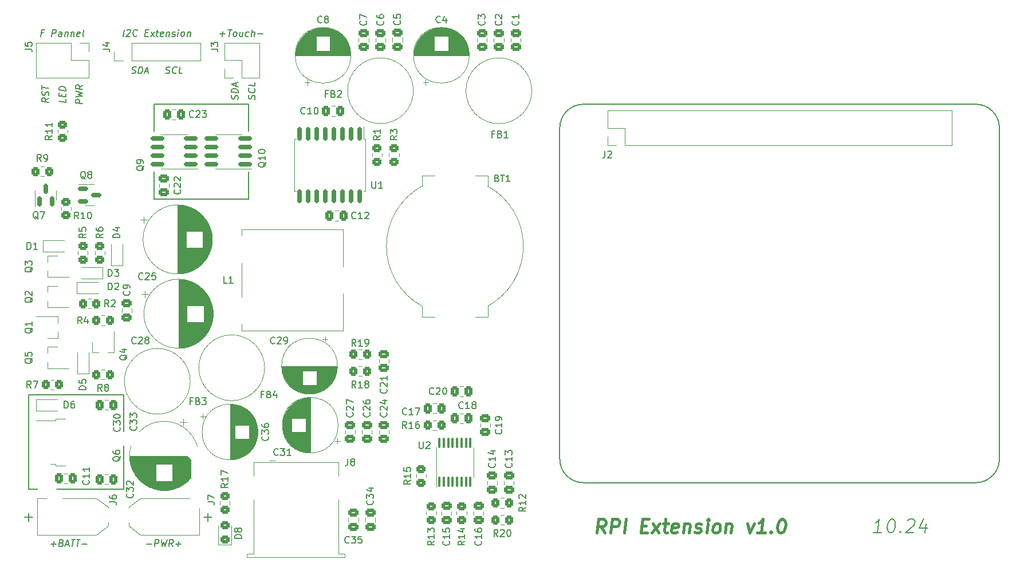
<source format=gbr>
%TF.GenerationSoftware,KiCad,Pcbnew,6.0.11+dfsg-1*%
%TF.CreationDate,2024-10-07T14:27:48+03:00*%
%TF.ProjectId,rpi-extension,7270692d-6578-4746-956e-73696f6e2e6b,rev?*%
%TF.SameCoordinates,Original*%
%TF.FileFunction,Legend,Top*%
%TF.FilePolarity,Positive*%
%FSLAX46Y46*%
G04 Gerber Fmt 4.6, Leading zero omitted, Abs format (unit mm)*
G04 Created by KiCad (PCBNEW 6.0.11+dfsg-1) date 2024-10-07 14:27:48*
%MOMM*%
%LPD*%
G01*
G04 APERTURE LIST*
G04 Aperture macros list*
%AMRoundRect*
0 Rectangle with rounded corners*
0 $1 Rounding radius*
0 $2 $3 $4 $5 $6 $7 $8 $9 X,Y pos of 4 corners*
0 Add a 4 corners polygon primitive as box body*
4,1,4,$2,$3,$4,$5,$6,$7,$8,$9,$2,$3,0*
0 Add four circle primitives for the rounded corners*
1,1,$1+$1,$2,$3*
1,1,$1+$1,$4,$5*
1,1,$1+$1,$6,$7*
1,1,$1+$1,$8,$9*
0 Add four rect primitives between the rounded corners*
20,1,$1+$1,$2,$3,$4,$5,0*
20,1,$1+$1,$4,$5,$6,$7,0*
20,1,$1+$1,$6,$7,$8,$9,0*
20,1,$1+$1,$8,$9,$2,$3,0*%
G04 Aperture macros list end*
%ADD10C,0.150000*%
%ADD11C,0.400000*%
%ADD12C,0.120000*%
%ADD13C,2.000000*%
%ADD14R,1.700000X1.700000*%
%ADD15O,1.700000X1.700000*%
%ADD16RoundRect,0.250000X-0.475000X0.337500X-0.475000X-0.337500X0.475000X-0.337500X0.475000X0.337500X0*%
%ADD17RoundRect,0.250000X0.337500X0.475000X-0.337500X0.475000X-0.337500X-0.475000X0.337500X-0.475000X0*%
%ADD18RoundRect,0.250000X-0.450000X0.350000X-0.450000X-0.350000X0.450000X-0.350000X0.450000X0.350000X0*%
%ADD19R,3.500000X3.500000*%
%ADD20R,0.800000X1.900000*%
%ADD21C,4.500000*%
%ADD22RoundRect,0.250000X0.475000X-0.337500X0.475000X0.337500X-0.475000X0.337500X-0.475000X-0.337500X0*%
%ADD23RoundRect,0.150000X0.825000X0.150000X-0.825000X0.150000X-0.825000X-0.150000X0.825000X-0.150000X0*%
%ADD24RoundRect,0.250000X0.350000X0.450000X-0.350000X0.450000X-0.350000X-0.450000X0.350000X-0.450000X0*%
%ADD25RoundRect,0.250000X-0.337500X-0.475000X0.337500X-0.475000X0.337500X0.475000X-0.337500X0.475000X0*%
%ADD26R,1.900000X0.800000*%
%ADD27R,1.000000X1.000000*%
%ADD28C,2.600000*%
%ADD29RoundRect,0.250000X0.450000X-0.325000X0.450000X0.325000X-0.450000X0.325000X-0.450000X-0.325000X0*%
%ADD30R,2.000000X2.000000*%
%ADD31C,2.000000*%
%ADD32R,1.600000X1.600000*%
%ADD33C,1.600000*%
%ADD34RoundRect,0.150000X-0.587500X-0.150000X0.587500X-0.150000X0.587500X0.150000X-0.587500X0.150000X0*%
%ADD35RoundRect,0.250000X0.450000X-0.350000X0.450000X0.350000X-0.450000X0.350000X-0.450000X-0.350000X0*%
%ADD36RoundRect,0.250000X-0.350000X-0.450000X0.350000X-0.450000X0.350000X0.450000X-0.350000X0.450000X0*%
%ADD37RoundRect,0.150000X0.150000X-0.587500X0.150000X0.587500X-0.150000X0.587500X-0.150000X-0.587500X0*%
%ADD38RoundRect,0.150000X-0.150000X0.875000X-0.150000X-0.875000X0.150000X-0.875000X0.150000X0.875000X0*%
%ADD39R,5.560000X2.600000*%
%ADD40C,17.800000*%
%ADD41R,2.310000X2.460000*%
%ADD42RoundRect,0.100000X0.100000X-0.687500X0.100000X0.687500X-0.100000X0.687500X-0.100000X-0.687500X0*%
%ADD43C,3.000000*%
%ADD44R,3.800000X3.800000*%
%ADD45C,3.800000*%
%ADD46R,2.200000X1.200000*%
%ADD47R,6.400000X5.800000*%
G04 APERTURE END LIST*
D10*
X80000000Y-78000000D02*
X80000000Y-74000000D01*
X140000000Y-116500000D02*
G75*
G03*
X143500000Y-120000000I3500000J0D01*
G01*
X94000000Y-64000000D02*
X94000000Y-68000000D01*
X80000000Y-64000000D02*
X80000000Y-68000000D01*
X143500000Y-64000000D02*
X201500000Y-64000000D01*
X205000000Y-116500000D02*
X205000000Y-67500000D01*
X61500000Y-107000000D02*
X75500000Y-107000000D01*
X140000000Y-67500000D02*
X140000000Y-116500000D01*
X94000000Y-78000000D02*
X94000000Y-74000000D01*
X61500000Y-121000000D02*
X61500000Y-107000000D01*
X143500000Y-64000000D02*
G75*
G03*
X140000000Y-67500000I0J-3500000D01*
G01*
X80000000Y-78000000D02*
X94000000Y-78000000D01*
X143500000Y-120000000D02*
X201500000Y-120000000D01*
X205000000Y-67500000D02*
G75*
G03*
X201500000Y-64000000I-3500000J0D01*
G01*
X75500000Y-121000000D02*
X61500000Y-121000000D01*
X201500000Y-120000000D02*
G75*
G03*
X205000000Y-116500000I0J3500000D01*
G01*
X75500000Y-107000000D02*
X75500000Y-121000000D01*
X94000000Y-64000000D02*
X80000000Y-64000000D01*
X94904761Y-63279196D02*
X94952380Y-63142291D01*
X94952380Y-62904196D01*
X94904761Y-62803005D01*
X94857142Y-62749434D01*
X94761904Y-62689910D01*
X94666666Y-62678005D01*
X94571428Y-62713720D01*
X94523809Y-62755386D01*
X94476190Y-62844672D01*
X94428571Y-63029196D01*
X94380952Y-63118482D01*
X94333333Y-63160148D01*
X94238095Y-63195863D01*
X94142857Y-63183958D01*
X94047619Y-63124434D01*
X94000000Y-63070863D01*
X93952380Y-62969672D01*
X93952380Y-62731577D01*
X94000000Y-62594672D01*
X94857142Y-61701815D02*
X94904761Y-61755386D01*
X94952380Y-61904196D01*
X94952380Y-61999434D01*
X94904761Y-62136339D01*
X94809523Y-62219672D01*
X94714285Y-62255386D01*
X94523809Y-62279196D01*
X94380952Y-62261339D01*
X94190476Y-62189910D01*
X94095238Y-62130386D01*
X94000000Y-62023244D01*
X93952380Y-61874434D01*
X93952380Y-61779196D01*
X94000000Y-61642291D01*
X94047619Y-61600625D01*
X94952380Y-60808958D02*
X94952380Y-61285148D01*
X93952380Y-61160148D01*
X76696994Y-59404761D02*
X76833898Y-59452380D01*
X77071994Y-59452380D01*
X77173184Y-59404761D01*
X77226755Y-59357142D01*
X77286279Y-59261904D01*
X77298184Y-59166666D01*
X77262470Y-59071428D01*
X77220803Y-59023809D01*
X77131517Y-58976190D01*
X76946994Y-58928571D01*
X76857708Y-58880952D01*
X76816041Y-58833333D01*
X76780327Y-58738095D01*
X76792232Y-58642857D01*
X76851755Y-58547619D01*
X76905327Y-58500000D01*
X77006517Y-58452380D01*
X77244613Y-58452380D01*
X77381517Y-58500000D01*
X77691041Y-59452380D02*
X77816041Y-58452380D01*
X78054136Y-58452380D01*
X78191041Y-58500000D01*
X78274375Y-58595238D01*
X78310089Y-58690476D01*
X78333898Y-58880952D01*
X78316041Y-59023809D01*
X78244613Y-59214285D01*
X78185089Y-59309523D01*
X78077946Y-59404761D01*
X77929136Y-59452380D01*
X77691041Y-59452380D01*
X78679136Y-59166666D02*
X79155327Y-59166666D01*
X78548184Y-59452380D02*
X79006517Y-58452380D01*
X79214851Y-59452380D01*
X64452380Y-63142291D02*
X63976190Y-63416101D01*
X64452380Y-63713720D02*
X63452380Y-63588720D01*
X63452380Y-63207767D01*
X63500000Y-63118482D01*
X63547619Y-63076815D01*
X63642857Y-63041101D01*
X63785714Y-63058958D01*
X63880952Y-63118482D01*
X63928571Y-63172053D01*
X63976190Y-63273244D01*
X63976190Y-63654196D01*
X64404761Y-62755386D02*
X64452380Y-62618482D01*
X64452380Y-62380386D01*
X64404761Y-62279196D01*
X64357142Y-62225625D01*
X64261904Y-62166101D01*
X64166666Y-62154196D01*
X64071428Y-62189910D01*
X64023809Y-62231577D01*
X63976190Y-62320863D01*
X63928571Y-62505386D01*
X63880952Y-62594672D01*
X63833333Y-62636339D01*
X63738095Y-62672053D01*
X63642857Y-62660148D01*
X63547619Y-62600625D01*
X63500000Y-62547053D01*
X63452380Y-62445863D01*
X63452380Y-62207767D01*
X63500000Y-62070863D01*
X63452380Y-61779196D02*
X63452380Y-61207767D01*
X64452380Y-61618482D02*
X63452380Y-61493482D01*
X92404761Y-63303005D02*
X92452380Y-63166101D01*
X92452380Y-62928005D01*
X92404761Y-62826815D01*
X92357142Y-62773244D01*
X92261904Y-62713720D01*
X92166666Y-62701815D01*
X92071428Y-62737529D01*
X92023809Y-62779196D01*
X91976190Y-62868482D01*
X91928571Y-63053005D01*
X91880952Y-63142291D01*
X91833333Y-63183958D01*
X91738095Y-63219672D01*
X91642857Y-63207767D01*
X91547619Y-63148244D01*
X91500000Y-63094672D01*
X91452380Y-62993482D01*
X91452380Y-62755386D01*
X91500000Y-62618482D01*
X92452380Y-62308958D02*
X91452380Y-62183958D01*
X91452380Y-61945863D01*
X91500000Y-61808958D01*
X91595238Y-61725625D01*
X91690476Y-61689910D01*
X91880952Y-61666101D01*
X92023809Y-61683958D01*
X92214285Y-61755386D01*
X92309523Y-61814910D01*
X92404761Y-61922053D01*
X92452380Y-62070863D01*
X92452380Y-62308958D01*
X92166666Y-61320863D02*
X92166666Y-60844672D01*
X92452380Y-61451815D02*
X91452380Y-60993482D01*
X92452380Y-60785148D01*
X89786279Y-53571428D02*
X90548184Y-53571428D01*
X90119613Y-53952380D02*
X90214851Y-53190476D01*
X90958898Y-52952380D02*
X91530327Y-52952380D01*
X91119613Y-53952380D02*
X91244613Y-52952380D01*
X91881517Y-53952380D02*
X91792232Y-53904761D01*
X91750565Y-53857142D01*
X91714851Y-53761904D01*
X91750565Y-53476190D01*
X91810089Y-53380952D01*
X91863660Y-53333333D01*
X91964851Y-53285714D01*
X92107708Y-53285714D01*
X92196994Y-53333333D01*
X92238660Y-53380952D01*
X92274375Y-53476190D01*
X92238660Y-53761904D01*
X92179136Y-53857142D01*
X92125565Y-53904761D01*
X92024375Y-53952380D01*
X91881517Y-53952380D01*
X93155327Y-53285714D02*
X93071994Y-53952380D01*
X92726755Y-53285714D02*
X92661279Y-53809523D01*
X92696994Y-53904761D01*
X92786279Y-53952380D01*
X92929136Y-53952380D01*
X93030327Y-53904761D01*
X93083898Y-53857142D01*
X93982708Y-53904761D02*
X93881517Y-53952380D01*
X93691041Y-53952380D01*
X93601755Y-53904761D01*
X93560089Y-53857142D01*
X93524375Y-53761904D01*
X93560089Y-53476190D01*
X93619613Y-53380952D01*
X93673184Y-53333333D01*
X93774375Y-53285714D01*
X93964851Y-53285714D01*
X94054136Y-53333333D01*
X94405327Y-53952380D02*
X94530327Y-52952380D01*
X94833898Y-53952380D02*
X94899375Y-53428571D01*
X94863660Y-53333333D01*
X94774375Y-53285714D01*
X94631517Y-53285714D01*
X94530327Y-53333333D01*
X94476755Y-53380952D01*
X95357708Y-53571428D02*
X96119613Y-53571428D01*
X78881517Y-129071428D02*
X79643422Y-129071428D01*
X80071994Y-129452380D02*
X80196994Y-128452380D01*
X80577946Y-128452380D01*
X80667232Y-128500000D01*
X80708898Y-128547619D01*
X80744613Y-128642857D01*
X80726755Y-128785714D01*
X80667232Y-128880952D01*
X80613660Y-128928571D01*
X80512470Y-128976190D01*
X80131517Y-128976190D01*
X81101755Y-128452380D02*
X81214851Y-129452380D01*
X81494613Y-128738095D01*
X81595803Y-129452380D01*
X81958898Y-128452380D01*
X82786279Y-129452380D02*
X82512470Y-128976190D01*
X82214851Y-129452380D02*
X82339851Y-128452380D01*
X82720803Y-128452380D01*
X82810089Y-128500000D01*
X82851755Y-128547619D01*
X82887470Y-128642857D01*
X82869613Y-128785714D01*
X82810089Y-128880952D01*
X82756517Y-128928571D01*
X82655327Y-128976190D01*
X82274375Y-128976190D01*
X83262470Y-129071428D02*
X84024375Y-129071428D01*
X83595803Y-129452380D02*
X83691041Y-128690476D01*
X64762470Y-129071428D02*
X65524375Y-129071428D01*
X65095803Y-129452380D02*
X65191041Y-128690476D01*
X66351755Y-128928571D02*
X66488660Y-128976190D01*
X66530327Y-129023809D01*
X66566041Y-129119047D01*
X66548184Y-129261904D01*
X66488660Y-129357142D01*
X66435089Y-129404761D01*
X66333898Y-129452380D01*
X65952946Y-129452380D01*
X66077946Y-128452380D01*
X66411279Y-128452380D01*
X66500565Y-128500000D01*
X66542232Y-128547619D01*
X66577946Y-128642857D01*
X66566041Y-128738095D01*
X66506517Y-128833333D01*
X66452946Y-128880952D01*
X66351755Y-128928571D01*
X66018422Y-128928571D01*
X66941041Y-129166666D02*
X67417232Y-129166666D01*
X66810089Y-129452380D02*
X67268422Y-128452380D01*
X67476755Y-129452380D01*
X67792232Y-128452380D02*
X68363660Y-128452380D01*
X67952946Y-129452380D02*
X68077946Y-128452380D01*
X68554136Y-128452380D02*
X69125565Y-128452380D01*
X68714851Y-129452380D02*
X68839851Y-128452380D01*
X69381517Y-129071428D02*
X70143422Y-129071428D01*
X81720803Y-59404761D02*
X81857708Y-59452380D01*
X82095803Y-59452380D01*
X82196994Y-59404761D01*
X82250565Y-59357142D01*
X82310089Y-59261904D01*
X82321994Y-59166666D01*
X82286279Y-59071428D01*
X82244613Y-59023809D01*
X82155327Y-58976190D01*
X81970803Y-58928571D01*
X81881517Y-58880952D01*
X81839851Y-58833333D01*
X81804136Y-58738095D01*
X81816041Y-58642857D01*
X81875565Y-58547619D01*
X81929136Y-58500000D01*
X82030327Y-58452380D01*
X82268422Y-58452380D01*
X82405327Y-58500000D01*
X83298184Y-59357142D02*
X83244613Y-59404761D01*
X83095803Y-59452380D01*
X83000565Y-59452380D01*
X82863660Y-59404761D01*
X82780327Y-59309523D01*
X82744613Y-59214285D01*
X82720803Y-59023809D01*
X82738660Y-58880952D01*
X82810089Y-58690476D01*
X82869613Y-58595238D01*
X82976755Y-58500000D01*
X83125565Y-58452380D01*
X83220803Y-58452380D01*
X83357708Y-58500000D01*
X83399375Y-58547619D01*
X84191041Y-59452380D02*
X83714851Y-59452380D01*
X83839851Y-58452380D01*
X66952380Y-63237529D02*
X66952380Y-63713720D01*
X65952380Y-63588720D01*
X66428571Y-62838720D02*
X66428571Y-62505386D01*
X66952380Y-62428005D02*
X66952380Y-62904196D01*
X65952380Y-62779196D01*
X65952380Y-62303005D01*
X66952380Y-61999434D02*
X65952380Y-61874434D01*
X65952380Y-61636339D01*
X66000000Y-61499434D01*
X66095238Y-61416101D01*
X66190476Y-61380386D01*
X66380952Y-61356577D01*
X66523809Y-61374434D01*
X66714285Y-61445863D01*
X66809523Y-61505386D01*
X66904761Y-61612529D01*
X66952380Y-61761339D01*
X66952380Y-61999434D01*
X69452380Y-63928005D02*
X68452380Y-63803005D01*
X68452380Y-63422053D01*
X68500000Y-63332767D01*
X68547619Y-63291101D01*
X68642857Y-63255386D01*
X68785714Y-63273244D01*
X68880952Y-63332767D01*
X68928571Y-63386339D01*
X68976190Y-63487529D01*
X68976190Y-63868482D01*
X68452380Y-62898244D02*
X69452380Y-62785148D01*
X68738095Y-62505386D01*
X69452380Y-62404196D01*
X68452380Y-62041101D01*
X69452380Y-61213720D02*
X68976190Y-61487529D01*
X69452380Y-61785148D02*
X68452380Y-61660148D01*
X68452380Y-61279196D01*
X68500000Y-61189910D01*
X68547619Y-61148244D01*
X68642857Y-61112529D01*
X68785714Y-61130386D01*
X68880952Y-61189910D01*
X68928571Y-61243482D01*
X68976190Y-61344672D01*
X68976190Y-61725625D01*
D11*
X146643988Y-127404761D02*
X146096369Y-126452380D01*
X145501130Y-127404761D02*
X145751130Y-125404761D01*
X146513035Y-125404761D01*
X146691607Y-125500000D01*
X146774940Y-125595238D01*
X146846369Y-125785714D01*
X146810654Y-126071428D01*
X146691607Y-126261904D01*
X146584464Y-126357142D01*
X146382083Y-126452380D01*
X145620178Y-126452380D01*
X147501130Y-127404761D02*
X147751130Y-125404761D01*
X148513035Y-125404761D01*
X148691607Y-125500000D01*
X148774940Y-125595238D01*
X148846369Y-125785714D01*
X148810654Y-126071428D01*
X148691607Y-126261904D01*
X148584464Y-126357142D01*
X148382083Y-126452380D01*
X147620178Y-126452380D01*
X149501130Y-127404761D02*
X149751130Y-125404761D01*
X152108273Y-126357142D02*
X152774940Y-126357142D01*
X152929702Y-127404761D02*
X151977321Y-127404761D01*
X152227321Y-125404761D01*
X153179702Y-125404761D01*
X153596369Y-127404761D02*
X154810654Y-126071428D01*
X153763035Y-126071428D02*
X154643988Y-127404761D01*
X155286845Y-126071428D02*
X156048750Y-126071428D01*
X155655892Y-125404761D02*
X155441607Y-127119047D01*
X155513035Y-127309523D01*
X155691607Y-127404761D01*
X155882083Y-127404761D01*
X157322559Y-127309523D02*
X157120178Y-127404761D01*
X156739226Y-127404761D01*
X156560654Y-127309523D01*
X156489226Y-127119047D01*
X156584464Y-126357142D01*
X156703511Y-126166666D01*
X156905892Y-126071428D01*
X157286845Y-126071428D01*
X157465416Y-126166666D01*
X157536845Y-126357142D01*
X157513035Y-126547619D01*
X156536845Y-126738095D01*
X158429702Y-126071428D02*
X158263035Y-127404761D01*
X158405892Y-126261904D02*
X158513035Y-126166666D01*
X158715416Y-126071428D01*
X159001130Y-126071428D01*
X159179702Y-126166666D01*
X159251130Y-126357142D01*
X159120178Y-127404761D01*
X159989226Y-127309523D02*
X160167797Y-127404761D01*
X160548750Y-127404761D01*
X160751130Y-127309523D01*
X160870178Y-127119047D01*
X160882083Y-127023809D01*
X160810654Y-126833333D01*
X160632083Y-126738095D01*
X160346369Y-126738095D01*
X160167797Y-126642857D01*
X160096369Y-126452380D01*
X160108273Y-126357142D01*
X160227321Y-126166666D01*
X160429702Y-126071428D01*
X160715416Y-126071428D01*
X160893988Y-126166666D01*
X161691607Y-127404761D02*
X161858273Y-126071428D01*
X161941607Y-125404761D02*
X161834464Y-125500000D01*
X161917797Y-125595238D01*
X162024940Y-125500000D01*
X161941607Y-125404761D01*
X161917797Y-125595238D01*
X162929702Y-127404761D02*
X162751130Y-127309523D01*
X162667797Y-127214285D01*
X162596369Y-127023809D01*
X162667797Y-126452380D01*
X162786845Y-126261904D01*
X162893988Y-126166666D01*
X163096369Y-126071428D01*
X163382083Y-126071428D01*
X163560654Y-126166666D01*
X163643988Y-126261904D01*
X163715416Y-126452380D01*
X163643988Y-127023809D01*
X163524940Y-127214285D01*
X163417797Y-127309523D01*
X163215416Y-127404761D01*
X162929702Y-127404761D01*
X164620178Y-126071428D02*
X164453511Y-127404761D01*
X164596369Y-126261904D02*
X164703511Y-126166666D01*
X164905892Y-126071428D01*
X165191607Y-126071428D01*
X165370178Y-126166666D01*
X165441607Y-126357142D01*
X165310654Y-127404761D01*
X167763035Y-126071428D02*
X168072559Y-127404761D01*
X168715416Y-126071428D01*
X170358273Y-127404761D02*
X169215416Y-127404761D01*
X169786845Y-127404761D02*
X170036845Y-125404761D01*
X169810654Y-125690476D01*
X169596369Y-125880952D01*
X169393988Y-125976190D01*
X171239226Y-127214285D02*
X171322559Y-127309523D01*
X171215416Y-127404761D01*
X171132083Y-127309523D01*
X171239226Y-127214285D01*
X171215416Y-127404761D01*
X172798750Y-125404761D02*
X172989226Y-125404761D01*
X173167797Y-125500000D01*
X173251130Y-125595238D01*
X173322559Y-125785714D01*
X173370178Y-126166666D01*
X173310654Y-126642857D01*
X173167797Y-127023809D01*
X173048750Y-127214285D01*
X172941607Y-127309523D01*
X172739226Y-127404761D01*
X172548750Y-127404761D01*
X172370178Y-127309523D01*
X172286845Y-127214285D01*
X172215416Y-127023809D01*
X172167797Y-126642857D01*
X172227321Y-126166666D01*
X172370178Y-125785714D01*
X172489226Y-125595238D01*
X172596369Y-125500000D01*
X172798750Y-125404761D01*
D10*
X63685089Y-53428571D02*
X63351755Y-53428571D01*
X63286279Y-53952380D02*
X63411279Y-52952380D01*
X63887470Y-52952380D01*
X64905327Y-53952380D02*
X65030327Y-52952380D01*
X65411279Y-52952380D01*
X65500565Y-53000000D01*
X65542232Y-53047619D01*
X65577946Y-53142857D01*
X65560089Y-53285714D01*
X65500565Y-53380952D01*
X65446994Y-53428571D01*
X65345803Y-53476190D01*
X64964851Y-53476190D01*
X66333898Y-53952380D02*
X66399375Y-53428571D01*
X66363660Y-53333333D01*
X66274375Y-53285714D01*
X66083898Y-53285714D01*
X65982708Y-53333333D01*
X66339851Y-53904761D02*
X66238660Y-53952380D01*
X66000565Y-53952380D01*
X65911279Y-53904761D01*
X65875565Y-53809523D01*
X65887470Y-53714285D01*
X65946994Y-53619047D01*
X66048184Y-53571428D01*
X66286279Y-53571428D01*
X66387470Y-53523809D01*
X66893422Y-53285714D02*
X66810089Y-53952380D01*
X66881517Y-53380952D02*
X66935089Y-53333333D01*
X67036279Y-53285714D01*
X67179136Y-53285714D01*
X67268422Y-53333333D01*
X67304136Y-53428571D01*
X67238660Y-53952380D01*
X67798184Y-53285714D02*
X67714851Y-53952380D01*
X67786279Y-53380952D02*
X67839851Y-53333333D01*
X67941041Y-53285714D01*
X68083898Y-53285714D01*
X68173184Y-53333333D01*
X68208898Y-53428571D01*
X68143422Y-53952380D01*
X69006517Y-53904761D02*
X68905327Y-53952380D01*
X68714851Y-53952380D01*
X68625565Y-53904761D01*
X68589851Y-53809523D01*
X68637470Y-53428571D01*
X68696994Y-53333333D01*
X68798184Y-53285714D01*
X68988660Y-53285714D01*
X69077946Y-53333333D01*
X69113660Y-53428571D01*
X69101755Y-53523809D01*
X68613660Y-53619047D01*
X69619613Y-53952380D02*
X69530327Y-53904761D01*
X69494613Y-53809523D01*
X69601755Y-52952380D01*
X75476755Y-53952380D02*
X75601755Y-52952380D01*
X76018422Y-53047619D02*
X76071994Y-53000000D01*
X76173184Y-52952380D01*
X76411279Y-52952380D01*
X76500565Y-53000000D01*
X76542232Y-53047619D01*
X76577946Y-53142857D01*
X76566041Y-53238095D01*
X76500565Y-53380952D01*
X75857708Y-53952380D01*
X76476755Y-53952380D01*
X77488660Y-53857142D02*
X77435089Y-53904761D01*
X77286279Y-53952380D01*
X77191041Y-53952380D01*
X77054136Y-53904761D01*
X76970803Y-53809523D01*
X76935089Y-53714285D01*
X76911279Y-53523809D01*
X76929136Y-53380952D01*
X77000565Y-53190476D01*
X77060089Y-53095238D01*
X77167232Y-53000000D01*
X77316041Y-52952380D01*
X77411279Y-52952380D01*
X77548184Y-53000000D01*
X77589851Y-53047619D01*
X78732708Y-53428571D02*
X79066041Y-53428571D01*
X79143422Y-53952380D02*
X78667232Y-53952380D01*
X78792232Y-52952380D01*
X79268422Y-52952380D01*
X79476755Y-53952380D02*
X80083898Y-53285714D01*
X79560089Y-53285714D02*
X80000565Y-53952380D01*
X80321994Y-53285714D02*
X80702946Y-53285714D01*
X80506517Y-52952380D02*
X80399375Y-53809523D01*
X80435089Y-53904761D01*
X80524375Y-53952380D01*
X80619613Y-53952380D01*
X81339851Y-53904761D02*
X81238660Y-53952380D01*
X81048184Y-53952380D01*
X80958898Y-53904761D01*
X80923184Y-53809523D01*
X80970803Y-53428571D01*
X81030327Y-53333333D01*
X81131517Y-53285714D01*
X81321994Y-53285714D01*
X81411279Y-53333333D01*
X81446994Y-53428571D01*
X81435089Y-53523809D01*
X80946994Y-53619047D01*
X81893422Y-53285714D02*
X81810089Y-53952380D01*
X81881517Y-53380952D02*
X81935089Y-53333333D01*
X82036279Y-53285714D01*
X82179136Y-53285714D01*
X82268422Y-53333333D01*
X82304136Y-53428571D01*
X82238660Y-53952380D01*
X82673184Y-53904761D02*
X82762470Y-53952380D01*
X82952946Y-53952380D01*
X83054136Y-53904761D01*
X83113660Y-53809523D01*
X83119613Y-53761904D01*
X83083898Y-53666666D01*
X82994613Y-53619047D01*
X82851755Y-53619047D01*
X82762470Y-53571428D01*
X82726755Y-53476190D01*
X82732708Y-53428571D01*
X82792232Y-53333333D01*
X82893422Y-53285714D01*
X83036279Y-53285714D01*
X83125565Y-53333333D01*
X83524375Y-53952380D02*
X83607708Y-53285714D01*
X83649375Y-52952380D02*
X83595803Y-53000000D01*
X83637470Y-53047619D01*
X83691041Y-53000000D01*
X83649375Y-52952380D01*
X83637470Y-53047619D01*
X84143422Y-53952380D02*
X84054136Y-53904761D01*
X84012470Y-53857142D01*
X83976755Y-53761904D01*
X84012470Y-53476190D01*
X84071994Y-53380952D01*
X84125565Y-53333333D01*
X84226755Y-53285714D01*
X84369613Y-53285714D01*
X84458898Y-53333333D01*
X84500565Y-53380952D01*
X84536279Y-53476190D01*
X84500565Y-53761904D01*
X84441041Y-53857142D01*
X84387470Y-53904761D01*
X84286279Y-53952380D01*
X84143422Y-53952380D01*
X84988660Y-53285714D02*
X84905327Y-53952380D01*
X84976755Y-53380952D02*
X85030327Y-53333333D01*
X85131517Y-53285714D01*
X85274375Y-53285714D01*
X85363660Y-53333333D01*
X85399375Y-53428571D01*
X85333898Y-53952380D01*
X187548750Y-127404761D02*
X186405892Y-127404761D01*
X186977321Y-127404761D02*
X187227321Y-125404761D01*
X187001130Y-125690476D01*
X186786845Y-125880952D01*
X186584464Y-125976190D01*
X189036845Y-125404761D02*
X189227321Y-125404761D01*
X189405892Y-125500000D01*
X189489226Y-125595238D01*
X189560654Y-125785714D01*
X189608273Y-126166666D01*
X189548750Y-126642857D01*
X189405892Y-127023809D01*
X189286845Y-127214285D01*
X189179702Y-127309523D01*
X188977321Y-127404761D01*
X188786845Y-127404761D01*
X188608273Y-127309523D01*
X188524940Y-127214285D01*
X188453511Y-127023809D01*
X188405892Y-126642857D01*
X188465416Y-126166666D01*
X188608273Y-125785714D01*
X188727321Y-125595238D01*
X188834464Y-125500000D01*
X189036845Y-125404761D01*
X190334464Y-127214285D02*
X190417797Y-127309523D01*
X190310654Y-127404761D01*
X190227321Y-127309523D01*
X190334464Y-127214285D01*
X190310654Y-127404761D01*
X191393988Y-125595238D02*
X191501130Y-125500000D01*
X191703511Y-125404761D01*
X192179702Y-125404761D01*
X192358273Y-125500000D01*
X192441607Y-125595238D01*
X192513035Y-125785714D01*
X192489226Y-125976190D01*
X192358273Y-126261904D01*
X191072559Y-127404761D01*
X192310654Y-127404761D01*
X194191607Y-126071428D02*
X194024940Y-127404761D01*
X193810654Y-125309523D02*
X193155892Y-126738095D01*
X194393988Y-126738095D01*
%TO.C,J5*%
X60952380Y-55833333D02*
X61666666Y-55833333D01*
X61809523Y-55880952D01*
X61904761Y-55976190D01*
X61952380Y-56119047D01*
X61952380Y-56214285D01*
X60952380Y-54880952D02*
X60952380Y-55357142D01*
X61428571Y-55404761D01*
X61380952Y-55357142D01*
X61333333Y-55261904D01*
X61333333Y-55023809D01*
X61380952Y-54928571D01*
X61428571Y-54880952D01*
X61523809Y-54833333D01*
X61761904Y-54833333D01*
X61857142Y-54880952D01*
X61904761Y-54928571D01*
X61952380Y-55023809D01*
X61952380Y-55261904D01*
X61904761Y-55357142D01*
X61857142Y-55404761D01*
%TO.C,J2*%
X146666666Y-70952380D02*
X146666666Y-71666666D01*
X146619047Y-71809523D01*
X146523809Y-71904761D01*
X146380952Y-71952380D01*
X146285714Y-71952380D01*
X147095238Y-71047619D02*
X147142857Y-71000000D01*
X147238095Y-70952380D01*
X147476190Y-70952380D01*
X147571428Y-71000000D01*
X147619047Y-71047619D01*
X147666666Y-71142857D01*
X147666666Y-71238095D01*
X147619047Y-71380952D01*
X147047619Y-71952380D01*
X147666666Y-71952380D01*
%TO.C,C34*%
X112357142Y-122642857D02*
X112404761Y-122690476D01*
X112452380Y-122833333D01*
X112452380Y-122928571D01*
X112404761Y-123071428D01*
X112309523Y-123166666D01*
X112214285Y-123214285D01*
X112023809Y-123261904D01*
X111880952Y-123261904D01*
X111690476Y-123214285D01*
X111595238Y-123166666D01*
X111500000Y-123071428D01*
X111452380Y-122928571D01*
X111452380Y-122833333D01*
X111500000Y-122690476D01*
X111547619Y-122642857D01*
X111452380Y-122309523D02*
X111452380Y-121690476D01*
X111833333Y-122023809D01*
X111833333Y-121880952D01*
X111880952Y-121785714D01*
X111928571Y-121738095D01*
X112023809Y-121690476D01*
X112261904Y-121690476D01*
X112357142Y-121738095D01*
X112404761Y-121785714D01*
X112452380Y-121880952D01*
X112452380Y-122166666D01*
X112404761Y-122261904D01*
X112357142Y-122309523D01*
X111785714Y-120833333D02*
X112452380Y-120833333D01*
X111404761Y-121071428D02*
X112119047Y-121309523D01*
X112119047Y-120690476D01*
%TO.C,C11*%
X70357142Y-119642857D02*
X70404761Y-119690476D01*
X70452380Y-119833333D01*
X70452380Y-119928571D01*
X70404761Y-120071428D01*
X70309523Y-120166666D01*
X70214285Y-120214285D01*
X70023809Y-120261904D01*
X69880952Y-120261904D01*
X69690476Y-120214285D01*
X69595238Y-120166666D01*
X69500000Y-120071428D01*
X69452380Y-119928571D01*
X69452380Y-119833333D01*
X69500000Y-119690476D01*
X69547619Y-119642857D01*
X70452380Y-118690476D02*
X70452380Y-119261904D01*
X70452380Y-118976190D02*
X69452380Y-118976190D01*
X69595238Y-119071428D01*
X69690476Y-119166666D01*
X69738095Y-119261904D01*
X70452380Y-117738095D02*
X70452380Y-118309523D01*
X70452380Y-118023809D02*
X69452380Y-118023809D01*
X69595238Y-118119047D01*
X69690476Y-118214285D01*
X69738095Y-118309523D01*
%TO.C,C6*%
X113857142Y-51666666D02*
X113904761Y-51714285D01*
X113952380Y-51857142D01*
X113952380Y-51952380D01*
X113904761Y-52095238D01*
X113809523Y-52190476D01*
X113714285Y-52238095D01*
X113523809Y-52285714D01*
X113380952Y-52285714D01*
X113190476Y-52238095D01*
X113095238Y-52190476D01*
X113000000Y-52095238D01*
X112952380Y-51952380D01*
X112952380Y-51857142D01*
X113000000Y-51714285D01*
X113047619Y-51666666D01*
X112952380Y-50809523D02*
X112952380Y-51000000D01*
X113000000Y-51095238D01*
X113047619Y-51142857D01*
X113190476Y-51238095D01*
X113380952Y-51285714D01*
X113761904Y-51285714D01*
X113857142Y-51238095D01*
X113904761Y-51190476D01*
X113952380Y-51095238D01*
X113952380Y-50904761D01*
X113904761Y-50809523D01*
X113857142Y-50761904D01*
X113761904Y-50714285D01*
X113523809Y-50714285D01*
X113428571Y-50761904D01*
X113380952Y-50809523D01*
X113333333Y-50904761D01*
X113333333Y-51095238D01*
X113380952Y-51190476D01*
X113428571Y-51238095D01*
X113523809Y-51285714D01*
%TO.C,R17*%
X90952380Y-120142857D02*
X90476190Y-120476190D01*
X90952380Y-120714285D02*
X89952380Y-120714285D01*
X89952380Y-120333333D01*
X90000000Y-120238095D01*
X90047619Y-120190476D01*
X90142857Y-120142857D01*
X90285714Y-120142857D01*
X90380952Y-120190476D01*
X90428571Y-120238095D01*
X90476190Y-120333333D01*
X90476190Y-120714285D01*
X90952380Y-119190476D02*
X90952380Y-119761904D01*
X90952380Y-119476190D02*
X89952380Y-119476190D01*
X90095238Y-119571428D01*
X90190476Y-119666666D01*
X90238095Y-119761904D01*
X89952380Y-118857142D02*
X89952380Y-118190476D01*
X90952380Y-118619047D01*
%TO.C,C23*%
X85857142Y-65857142D02*
X85809523Y-65904761D01*
X85666666Y-65952380D01*
X85571428Y-65952380D01*
X85428571Y-65904761D01*
X85333333Y-65809523D01*
X85285714Y-65714285D01*
X85238095Y-65523809D01*
X85238095Y-65380952D01*
X85285714Y-65190476D01*
X85333333Y-65095238D01*
X85428571Y-65000000D01*
X85571428Y-64952380D01*
X85666666Y-64952380D01*
X85809523Y-65000000D01*
X85857142Y-65047619D01*
X86238095Y-65047619D02*
X86285714Y-65000000D01*
X86380952Y-64952380D01*
X86619047Y-64952380D01*
X86714285Y-65000000D01*
X86761904Y-65047619D01*
X86809523Y-65142857D01*
X86809523Y-65238095D01*
X86761904Y-65380952D01*
X86190476Y-65952380D01*
X86809523Y-65952380D01*
X87142857Y-64952380D02*
X87761904Y-64952380D01*
X87428571Y-65333333D01*
X87571428Y-65333333D01*
X87666666Y-65380952D01*
X87714285Y-65428571D01*
X87761904Y-65523809D01*
X87761904Y-65761904D01*
X87714285Y-65857142D01*
X87666666Y-65904761D01*
X87571428Y-65952380D01*
X87285714Y-65952380D01*
X87190476Y-65904761D01*
X87142857Y-65857142D01*
%TO.C,L1*%
X90833333Y-90452380D02*
X90357142Y-90452380D01*
X90357142Y-89452380D01*
X91690476Y-90452380D02*
X91119047Y-90452380D01*
X91404761Y-90452380D02*
X91404761Y-89452380D01*
X91309523Y-89595238D01*
X91214285Y-89690476D01*
X91119047Y-89738095D01*
%TO.C,R1*%
X113452380Y-68666666D02*
X112976190Y-69000000D01*
X113452380Y-69238095D02*
X112452380Y-69238095D01*
X112452380Y-68857142D01*
X112500000Y-68761904D01*
X112547619Y-68714285D01*
X112642857Y-68666666D01*
X112785714Y-68666666D01*
X112880952Y-68714285D01*
X112928571Y-68761904D01*
X112976190Y-68857142D01*
X112976190Y-69238095D01*
X113452380Y-67714285D02*
X113452380Y-68285714D01*
X113452380Y-68000000D02*
X112452380Y-68000000D01*
X112595238Y-68095238D01*
X112690476Y-68190476D01*
X112738095Y-68285714D01*
%TO.C,Q4*%
X76047619Y-101095238D02*
X76000000Y-101190476D01*
X75904761Y-101285714D01*
X75761904Y-101428571D01*
X75714285Y-101523809D01*
X75714285Y-101619047D01*
X75952380Y-101571428D02*
X75904761Y-101666666D01*
X75809523Y-101761904D01*
X75619047Y-101809523D01*
X75285714Y-101809523D01*
X75095238Y-101761904D01*
X75000000Y-101666666D01*
X74952380Y-101571428D01*
X74952380Y-101380952D01*
X75000000Y-101285714D01*
X75095238Y-101190476D01*
X75285714Y-101142857D01*
X75619047Y-101142857D01*
X75809523Y-101190476D01*
X75904761Y-101285714D01*
X75952380Y-101380952D01*
X75952380Y-101571428D01*
X75285714Y-100285714D02*
X75952380Y-100285714D01*
X74904761Y-100523809D02*
X75619047Y-100761904D01*
X75619047Y-100142857D01*
%TO.C,C17*%
X117357142Y-109857142D02*
X117309523Y-109904761D01*
X117166666Y-109952380D01*
X117071428Y-109952380D01*
X116928571Y-109904761D01*
X116833333Y-109809523D01*
X116785714Y-109714285D01*
X116738095Y-109523809D01*
X116738095Y-109380952D01*
X116785714Y-109190476D01*
X116833333Y-109095238D01*
X116928571Y-109000000D01*
X117071428Y-108952380D01*
X117166666Y-108952380D01*
X117309523Y-109000000D01*
X117357142Y-109047619D01*
X118309523Y-109952380D02*
X117738095Y-109952380D01*
X118023809Y-109952380D02*
X118023809Y-108952380D01*
X117928571Y-109095238D01*
X117833333Y-109190476D01*
X117738095Y-109238095D01*
X118642857Y-108952380D02*
X119309523Y-108952380D01*
X118880952Y-109952380D01*
%TO.C,C26*%
X111857142Y-109642857D02*
X111904761Y-109690476D01*
X111952380Y-109833333D01*
X111952380Y-109928571D01*
X111904761Y-110071428D01*
X111809523Y-110166666D01*
X111714285Y-110214285D01*
X111523809Y-110261904D01*
X111380952Y-110261904D01*
X111190476Y-110214285D01*
X111095238Y-110166666D01*
X111000000Y-110071428D01*
X110952380Y-109928571D01*
X110952380Y-109833333D01*
X111000000Y-109690476D01*
X111047619Y-109642857D01*
X111047619Y-109261904D02*
X111000000Y-109214285D01*
X110952380Y-109119047D01*
X110952380Y-108880952D01*
X111000000Y-108785714D01*
X111047619Y-108738095D01*
X111142857Y-108690476D01*
X111238095Y-108690476D01*
X111380952Y-108738095D01*
X111952380Y-109309523D01*
X111952380Y-108690476D01*
X110952380Y-107833333D02*
X110952380Y-108023809D01*
X111000000Y-108119047D01*
X111047619Y-108166666D01*
X111190476Y-108261904D01*
X111380952Y-108309523D01*
X111761904Y-108309523D01*
X111857142Y-108261904D01*
X111904761Y-108214285D01*
X111952380Y-108119047D01*
X111952380Y-107928571D01*
X111904761Y-107833333D01*
X111857142Y-107785714D01*
X111761904Y-107738095D01*
X111523809Y-107738095D01*
X111428571Y-107785714D01*
X111380952Y-107833333D01*
X111333333Y-107928571D01*
X111333333Y-108119047D01*
X111380952Y-108214285D01*
X111428571Y-108261904D01*
X111523809Y-108309523D01*
%TO.C,C21*%
X114357142Y-106142857D02*
X114404761Y-106190476D01*
X114452380Y-106333333D01*
X114452380Y-106428571D01*
X114404761Y-106571428D01*
X114309523Y-106666666D01*
X114214285Y-106714285D01*
X114023809Y-106761904D01*
X113880952Y-106761904D01*
X113690476Y-106714285D01*
X113595238Y-106666666D01*
X113500000Y-106571428D01*
X113452380Y-106428571D01*
X113452380Y-106333333D01*
X113500000Y-106190476D01*
X113547619Y-106142857D01*
X113547619Y-105761904D02*
X113500000Y-105714285D01*
X113452380Y-105619047D01*
X113452380Y-105380952D01*
X113500000Y-105285714D01*
X113547619Y-105238095D01*
X113642857Y-105190476D01*
X113738095Y-105190476D01*
X113880952Y-105238095D01*
X114452380Y-105809523D01*
X114452380Y-105190476D01*
X114452380Y-104238095D02*
X114452380Y-104809523D01*
X114452380Y-104523809D02*
X113452380Y-104523809D01*
X113595238Y-104619047D01*
X113690476Y-104714285D01*
X113738095Y-104809523D01*
%TO.C,C30*%
X74927142Y-111792857D02*
X74974761Y-111840476D01*
X75022380Y-111983333D01*
X75022380Y-112078571D01*
X74974761Y-112221428D01*
X74879523Y-112316666D01*
X74784285Y-112364285D01*
X74593809Y-112411904D01*
X74450952Y-112411904D01*
X74260476Y-112364285D01*
X74165238Y-112316666D01*
X74070000Y-112221428D01*
X74022380Y-112078571D01*
X74022380Y-111983333D01*
X74070000Y-111840476D01*
X74117619Y-111792857D01*
X74022380Y-111459523D02*
X74022380Y-110840476D01*
X74403333Y-111173809D01*
X74403333Y-111030952D01*
X74450952Y-110935714D01*
X74498571Y-110888095D01*
X74593809Y-110840476D01*
X74831904Y-110840476D01*
X74927142Y-110888095D01*
X74974761Y-110935714D01*
X75022380Y-111030952D01*
X75022380Y-111316666D01*
X74974761Y-111411904D01*
X74927142Y-111459523D01*
X74022380Y-110221428D02*
X74022380Y-110126190D01*
X74070000Y-110030952D01*
X74117619Y-109983333D01*
X74212857Y-109935714D01*
X74403333Y-109888095D01*
X74641428Y-109888095D01*
X74831904Y-109935714D01*
X74927142Y-109983333D01*
X74974761Y-110030952D01*
X75022380Y-110126190D01*
X75022380Y-110221428D01*
X74974761Y-110316666D01*
X74927142Y-110364285D01*
X74831904Y-110411904D01*
X74641428Y-110459523D01*
X74403333Y-110459523D01*
X74212857Y-110411904D01*
X74117619Y-110364285D01*
X74070000Y-110316666D01*
X74022380Y-110221428D01*
%TO.C,Q9*%
X78547619Y-73095238D02*
X78500000Y-73190476D01*
X78404761Y-73285714D01*
X78261904Y-73428571D01*
X78214285Y-73523809D01*
X78214285Y-73619047D01*
X78452380Y-73571428D02*
X78404761Y-73666666D01*
X78309523Y-73761904D01*
X78119047Y-73809523D01*
X77785714Y-73809523D01*
X77595238Y-73761904D01*
X77500000Y-73666666D01*
X77452380Y-73571428D01*
X77452380Y-73380952D01*
X77500000Y-73285714D01*
X77595238Y-73190476D01*
X77785714Y-73142857D01*
X78119047Y-73142857D01*
X78309523Y-73190476D01*
X78404761Y-73285714D01*
X78452380Y-73380952D01*
X78452380Y-73571428D01*
X78452380Y-72666666D02*
X78452380Y-72476190D01*
X78404761Y-72380952D01*
X78357142Y-72333333D01*
X78214285Y-72238095D01*
X78023809Y-72190476D01*
X77642857Y-72190476D01*
X77547619Y-72238095D01*
X77500000Y-72285714D01*
X77452380Y-72380952D01*
X77452380Y-72571428D01*
X77500000Y-72666666D01*
X77547619Y-72714285D01*
X77642857Y-72761904D01*
X77880952Y-72761904D01*
X77976190Y-72714285D01*
X78023809Y-72666666D01*
X78071428Y-72571428D01*
X78071428Y-72380952D01*
X78023809Y-72285714D01*
X77976190Y-72238095D01*
X77880952Y-72190476D01*
%TO.C,C15*%
X123622142Y-128642857D02*
X123669761Y-128690476D01*
X123717380Y-128833333D01*
X123717380Y-128928571D01*
X123669761Y-129071428D01*
X123574523Y-129166666D01*
X123479285Y-129214285D01*
X123288809Y-129261904D01*
X123145952Y-129261904D01*
X122955476Y-129214285D01*
X122860238Y-129166666D01*
X122765000Y-129071428D01*
X122717380Y-128928571D01*
X122717380Y-128833333D01*
X122765000Y-128690476D01*
X122812619Y-128642857D01*
X123717380Y-127690476D02*
X123717380Y-128261904D01*
X123717380Y-127976190D02*
X122717380Y-127976190D01*
X122860238Y-128071428D01*
X122955476Y-128166666D01*
X123003095Y-128261904D01*
X122717380Y-126785714D02*
X122717380Y-127261904D01*
X123193571Y-127309523D01*
X123145952Y-127261904D01*
X123098333Y-127166666D01*
X123098333Y-126928571D01*
X123145952Y-126833333D01*
X123193571Y-126785714D01*
X123288809Y-126738095D01*
X123526904Y-126738095D01*
X123622142Y-126785714D01*
X123669761Y-126833333D01*
X123717380Y-126928571D01*
X123717380Y-127166666D01*
X123669761Y-127261904D01*
X123622142Y-127309523D01*
%TO.C,C3*%
X128857142Y-51666666D02*
X128904761Y-51714285D01*
X128952380Y-51857142D01*
X128952380Y-51952380D01*
X128904761Y-52095238D01*
X128809523Y-52190476D01*
X128714285Y-52238095D01*
X128523809Y-52285714D01*
X128380952Y-52285714D01*
X128190476Y-52238095D01*
X128095238Y-52190476D01*
X128000000Y-52095238D01*
X127952380Y-51952380D01*
X127952380Y-51857142D01*
X128000000Y-51714285D01*
X128047619Y-51666666D01*
X127952380Y-51333333D02*
X127952380Y-50714285D01*
X128333333Y-51047619D01*
X128333333Y-50904761D01*
X128380952Y-50809523D01*
X128428571Y-50761904D01*
X128523809Y-50714285D01*
X128761904Y-50714285D01*
X128857142Y-50761904D01*
X128904761Y-50809523D01*
X128952380Y-50904761D01*
X128952380Y-51190476D01*
X128904761Y-51285714D01*
X128857142Y-51333333D01*
%TO.C,R12*%
X134952380Y-123642857D02*
X134476190Y-123976190D01*
X134952380Y-124214285D02*
X133952380Y-124214285D01*
X133952380Y-123833333D01*
X134000000Y-123738095D01*
X134047619Y-123690476D01*
X134142857Y-123642857D01*
X134285714Y-123642857D01*
X134380952Y-123690476D01*
X134428571Y-123738095D01*
X134476190Y-123833333D01*
X134476190Y-124214285D01*
X134952380Y-122690476D02*
X134952380Y-123261904D01*
X134952380Y-122976190D02*
X133952380Y-122976190D01*
X134095238Y-123071428D01*
X134190476Y-123166666D01*
X134238095Y-123261904D01*
X134047619Y-122309523D02*
X134000000Y-122261904D01*
X133952380Y-122166666D01*
X133952380Y-121928571D01*
X134000000Y-121833333D01*
X134047619Y-121785714D01*
X134142857Y-121738095D01*
X134238095Y-121738095D01*
X134380952Y-121785714D01*
X134952380Y-122357142D01*
X134952380Y-121738095D01*
%TO.C,C7*%
X111357142Y-51666666D02*
X111404761Y-51714285D01*
X111452380Y-51857142D01*
X111452380Y-51952380D01*
X111404761Y-52095238D01*
X111309523Y-52190476D01*
X111214285Y-52238095D01*
X111023809Y-52285714D01*
X110880952Y-52285714D01*
X110690476Y-52238095D01*
X110595238Y-52190476D01*
X110500000Y-52095238D01*
X110452380Y-51952380D01*
X110452380Y-51857142D01*
X110500000Y-51714285D01*
X110547619Y-51666666D01*
X110452380Y-51333333D02*
X110452380Y-50666666D01*
X111452380Y-51095238D01*
%TO.C,R3*%
X115952380Y-68666666D02*
X115476190Y-69000000D01*
X115952380Y-69238095D02*
X114952380Y-69238095D01*
X114952380Y-68857142D01*
X115000000Y-68761904D01*
X115047619Y-68714285D01*
X115142857Y-68666666D01*
X115285714Y-68666666D01*
X115380952Y-68714285D01*
X115428571Y-68761904D01*
X115476190Y-68857142D01*
X115476190Y-69238095D01*
X114952380Y-68333333D02*
X114952380Y-67714285D01*
X115333333Y-68047619D01*
X115333333Y-67904761D01*
X115380952Y-67809523D01*
X115428571Y-67761904D01*
X115523809Y-67714285D01*
X115761904Y-67714285D01*
X115857142Y-67761904D01*
X115904761Y-67809523D01*
X115952380Y-67904761D01*
X115952380Y-68190476D01*
X115904761Y-68285714D01*
X115857142Y-68333333D01*
%TO.C,C27*%
X109357142Y-109642857D02*
X109404761Y-109690476D01*
X109452380Y-109833333D01*
X109452380Y-109928571D01*
X109404761Y-110071428D01*
X109309523Y-110166666D01*
X109214285Y-110214285D01*
X109023809Y-110261904D01*
X108880952Y-110261904D01*
X108690476Y-110214285D01*
X108595238Y-110166666D01*
X108500000Y-110071428D01*
X108452380Y-109928571D01*
X108452380Y-109833333D01*
X108500000Y-109690476D01*
X108547619Y-109642857D01*
X108547619Y-109261904D02*
X108500000Y-109214285D01*
X108452380Y-109119047D01*
X108452380Y-108880952D01*
X108500000Y-108785714D01*
X108547619Y-108738095D01*
X108642857Y-108690476D01*
X108738095Y-108690476D01*
X108880952Y-108738095D01*
X109452380Y-109309523D01*
X109452380Y-108690476D01*
X108452380Y-108357142D02*
X108452380Y-107690476D01*
X109452380Y-108119047D01*
%TO.C,C12*%
X109857142Y-80857142D02*
X109809523Y-80904761D01*
X109666666Y-80952380D01*
X109571428Y-80952380D01*
X109428571Y-80904761D01*
X109333333Y-80809523D01*
X109285714Y-80714285D01*
X109238095Y-80523809D01*
X109238095Y-80380952D01*
X109285714Y-80190476D01*
X109333333Y-80095238D01*
X109428571Y-80000000D01*
X109571428Y-79952380D01*
X109666666Y-79952380D01*
X109809523Y-80000000D01*
X109857142Y-80047619D01*
X110809523Y-80952380D02*
X110238095Y-80952380D01*
X110523809Y-80952380D02*
X110523809Y-79952380D01*
X110428571Y-80095238D01*
X110333333Y-80190476D01*
X110238095Y-80238095D01*
X111190476Y-80047619D02*
X111238095Y-80000000D01*
X111333333Y-79952380D01*
X111571428Y-79952380D01*
X111666666Y-80000000D01*
X111714285Y-80047619D01*
X111761904Y-80142857D01*
X111761904Y-80238095D01*
X111714285Y-80380952D01*
X111142857Y-80952380D01*
X111761904Y-80952380D01*
%TO.C,Q1*%
X62047619Y-97095238D02*
X62000000Y-97190476D01*
X61904761Y-97285714D01*
X61761904Y-97428571D01*
X61714285Y-97523809D01*
X61714285Y-97619047D01*
X61952380Y-97571428D02*
X61904761Y-97666666D01*
X61809523Y-97761904D01*
X61619047Y-97809523D01*
X61285714Y-97809523D01*
X61095238Y-97761904D01*
X61000000Y-97666666D01*
X60952380Y-97571428D01*
X60952380Y-97380952D01*
X61000000Y-97285714D01*
X61095238Y-97190476D01*
X61285714Y-97142857D01*
X61619047Y-97142857D01*
X61809523Y-97190476D01*
X61904761Y-97285714D01*
X61952380Y-97380952D01*
X61952380Y-97571428D01*
X61952380Y-96190476D02*
X61952380Y-96761904D01*
X61952380Y-96476190D02*
X60952380Y-96476190D01*
X61095238Y-96571428D01*
X61190476Y-96666666D01*
X61238095Y-96761904D01*
%TO.C,D6*%
X66761904Y-108952380D02*
X66761904Y-107952380D01*
X67000000Y-107952380D01*
X67142857Y-108000000D01*
X67238095Y-108095238D01*
X67285714Y-108190476D01*
X67333333Y-108380952D01*
X67333333Y-108523809D01*
X67285714Y-108714285D01*
X67238095Y-108809523D01*
X67142857Y-108904761D01*
X67000000Y-108952380D01*
X66761904Y-108952380D01*
X68190476Y-107952380D02*
X68000000Y-107952380D01*
X67904761Y-108000000D01*
X67857142Y-108047619D01*
X67761904Y-108190476D01*
X67714285Y-108380952D01*
X67714285Y-108761904D01*
X67761904Y-108857142D01*
X67809523Y-108904761D01*
X67904761Y-108952380D01*
X68095238Y-108952380D01*
X68190476Y-108904761D01*
X68238095Y-108857142D01*
X68285714Y-108761904D01*
X68285714Y-108523809D01*
X68238095Y-108428571D01*
X68190476Y-108380952D01*
X68095238Y-108333333D01*
X67904761Y-108333333D01*
X67809523Y-108380952D01*
X67761904Y-108428571D01*
X67714285Y-108523809D01*
%TO.C,FB2*%
X105666666Y-62428571D02*
X105333333Y-62428571D01*
X105333333Y-62952380D02*
X105333333Y-61952380D01*
X105809523Y-61952380D01*
X106523809Y-62428571D02*
X106666666Y-62476190D01*
X106714285Y-62523809D01*
X106761904Y-62619047D01*
X106761904Y-62761904D01*
X106714285Y-62857142D01*
X106666666Y-62904761D01*
X106571428Y-62952380D01*
X106190476Y-62952380D01*
X106190476Y-61952380D01*
X106523809Y-61952380D01*
X106619047Y-62000000D01*
X106666666Y-62047619D01*
X106714285Y-62142857D01*
X106714285Y-62238095D01*
X106666666Y-62333333D01*
X106619047Y-62380952D01*
X106523809Y-62428571D01*
X106190476Y-62428571D01*
X107142857Y-62047619D02*
X107190476Y-62000000D01*
X107285714Y-61952380D01*
X107523809Y-61952380D01*
X107619047Y-62000000D01*
X107666666Y-62047619D01*
X107714285Y-62142857D01*
X107714285Y-62238095D01*
X107666666Y-62380952D01*
X107095238Y-62952380D01*
X107714285Y-62952380D01*
%TO.C,D8*%
X92952380Y-128238095D02*
X91952380Y-128238095D01*
X91952380Y-128000000D01*
X92000000Y-127857142D01*
X92095238Y-127761904D01*
X92190476Y-127714285D01*
X92380952Y-127666666D01*
X92523809Y-127666666D01*
X92714285Y-127714285D01*
X92809523Y-127761904D01*
X92904761Y-127857142D01*
X92952380Y-128000000D01*
X92952380Y-128238095D01*
X92380952Y-127095238D02*
X92333333Y-127190476D01*
X92285714Y-127238095D01*
X92190476Y-127285714D01*
X92142857Y-127285714D01*
X92047619Y-127238095D01*
X92000000Y-127190476D01*
X91952380Y-127095238D01*
X91952380Y-126904761D01*
X92000000Y-126809523D01*
X92047619Y-126761904D01*
X92142857Y-126714285D01*
X92190476Y-126714285D01*
X92285714Y-126761904D01*
X92333333Y-126809523D01*
X92380952Y-126904761D01*
X92380952Y-127095238D01*
X92428571Y-127190476D01*
X92476190Y-127238095D01*
X92571428Y-127285714D01*
X92761904Y-127285714D01*
X92857142Y-127238095D01*
X92904761Y-127190476D01*
X92952380Y-127095238D01*
X92952380Y-126904761D01*
X92904761Y-126809523D01*
X92857142Y-126761904D01*
X92761904Y-126714285D01*
X92571428Y-126714285D01*
X92476190Y-126761904D01*
X92428571Y-126809523D01*
X92380952Y-126904761D01*
%TO.C,C33*%
X77357142Y-111642857D02*
X77404761Y-111690476D01*
X77452380Y-111833333D01*
X77452380Y-111928571D01*
X77404761Y-112071428D01*
X77309523Y-112166666D01*
X77214285Y-112214285D01*
X77023809Y-112261904D01*
X76880952Y-112261904D01*
X76690476Y-112214285D01*
X76595238Y-112166666D01*
X76500000Y-112071428D01*
X76452380Y-111928571D01*
X76452380Y-111833333D01*
X76500000Y-111690476D01*
X76547619Y-111642857D01*
X76452380Y-111309523D02*
X76452380Y-110690476D01*
X76833333Y-111023809D01*
X76833333Y-110880952D01*
X76880952Y-110785714D01*
X76928571Y-110738095D01*
X77023809Y-110690476D01*
X77261904Y-110690476D01*
X77357142Y-110738095D01*
X77404761Y-110785714D01*
X77452380Y-110880952D01*
X77452380Y-111166666D01*
X77404761Y-111261904D01*
X77357142Y-111309523D01*
X76452380Y-110357142D02*
X76452380Y-109738095D01*
X76833333Y-110071428D01*
X76833333Y-109928571D01*
X76880952Y-109833333D01*
X76928571Y-109785714D01*
X77023809Y-109738095D01*
X77261904Y-109738095D01*
X77357142Y-109785714D01*
X77404761Y-109833333D01*
X77452380Y-109928571D01*
X77452380Y-110214285D01*
X77404761Y-110309523D01*
X77357142Y-110357142D01*
%TO.C,C29*%
X97857142Y-99357142D02*
X97809523Y-99404761D01*
X97666666Y-99452380D01*
X97571428Y-99452380D01*
X97428571Y-99404761D01*
X97333333Y-99309523D01*
X97285714Y-99214285D01*
X97238095Y-99023809D01*
X97238095Y-98880952D01*
X97285714Y-98690476D01*
X97333333Y-98595238D01*
X97428571Y-98500000D01*
X97571428Y-98452380D01*
X97666666Y-98452380D01*
X97809523Y-98500000D01*
X97857142Y-98547619D01*
X98238095Y-98547619D02*
X98285714Y-98500000D01*
X98380952Y-98452380D01*
X98619047Y-98452380D01*
X98714285Y-98500000D01*
X98761904Y-98547619D01*
X98809523Y-98642857D01*
X98809523Y-98738095D01*
X98761904Y-98880952D01*
X98190476Y-99452380D01*
X98809523Y-99452380D01*
X99285714Y-99452380D02*
X99476190Y-99452380D01*
X99571428Y-99404761D01*
X99619047Y-99357142D01*
X99714285Y-99214285D01*
X99761904Y-99023809D01*
X99761904Y-98642857D01*
X99714285Y-98547619D01*
X99666666Y-98500000D01*
X99571428Y-98452380D01*
X99380952Y-98452380D01*
X99285714Y-98500000D01*
X99238095Y-98547619D01*
X99190476Y-98642857D01*
X99190476Y-98880952D01*
X99238095Y-98976190D01*
X99285714Y-99023809D01*
X99380952Y-99071428D01*
X99571428Y-99071428D01*
X99666666Y-99023809D01*
X99714285Y-98976190D01*
X99761904Y-98880952D01*
%TO.C,C32*%
X76857142Y-121642857D02*
X76904761Y-121690476D01*
X76952380Y-121833333D01*
X76952380Y-121928571D01*
X76904761Y-122071428D01*
X76809523Y-122166666D01*
X76714285Y-122214285D01*
X76523809Y-122261904D01*
X76380952Y-122261904D01*
X76190476Y-122214285D01*
X76095238Y-122166666D01*
X76000000Y-122071428D01*
X75952380Y-121928571D01*
X75952380Y-121833333D01*
X76000000Y-121690476D01*
X76047619Y-121642857D01*
X75952380Y-121309523D02*
X75952380Y-120690476D01*
X76333333Y-121023809D01*
X76333333Y-120880952D01*
X76380952Y-120785714D01*
X76428571Y-120738095D01*
X76523809Y-120690476D01*
X76761904Y-120690476D01*
X76857142Y-120738095D01*
X76904761Y-120785714D01*
X76952380Y-120880952D01*
X76952380Y-121166666D01*
X76904761Y-121261904D01*
X76857142Y-121309523D01*
X76047619Y-120309523D02*
X76000000Y-120261904D01*
X75952380Y-120166666D01*
X75952380Y-119928571D01*
X76000000Y-119833333D01*
X76047619Y-119785714D01*
X76142857Y-119738095D01*
X76238095Y-119738095D01*
X76380952Y-119785714D01*
X76952380Y-120357142D01*
X76952380Y-119738095D01*
%TO.C,Q8*%
X69904761Y-75047619D02*
X69809523Y-75000000D01*
X69714285Y-74904761D01*
X69571428Y-74761904D01*
X69476190Y-74714285D01*
X69380952Y-74714285D01*
X69428571Y-74952380D02*
X69333333Y-74904761D01*
X69238095Y-74809523D01*
X69190476Y-74619047D01*
X69190476Y-74285714D01*
X69238095Y-74095238D01*
X69333333Y-74000000D01*
X69428571Y-73952380D01*
X69619047Y-73952380D01*
X69714285Y-74000000D01*
X69809523Y-74095238D01*
X69857142Y-74285714D01*
X69857142Y-74619047D01*
X69809523Y-74809523D01*
X69714285Y-74904761D01*
X69619047Y-74952380D01*
X69428571Y-74952380D01*
X70428571Y-74380952D02*
X70333333Y-74333333D01*
X70285714Y-74285714D01*
X70238095Y-74190476D01*
X70238095Y-74142857D01*
X70285714Y-74047619D01*
X70333333Y-74000000D01*
X70428571Y-73952380D01*
X70619047Y-73952380D01*
X70714285Y-74000000D01*
X70761904Y-74047619D01*
X70809523Y-74142857D01*
X70809523Y-74190476D01*
X70761904Y-74285714D01*
X70714285Y-74333333D01*
X70619047Y-74380952D01*
X70428571Y-74380952D01*
X70333333Y-74428571D01*
X70285714Y-74476190D01*
X70238095Y-74571428D01*
X70238095Y-74761904D01*
X70285714Y-74857142D01*
X70333333Y-74904761D01*
X70428571Y-74952380D01*
X70619047Y-74952380D01*
X70714285Y-74904761D01*
X70761904Y-74857142D01*
X70809523Y-74761904D01*
X70809523Y-74571428D01*
X70761904Y-74476190D01*
X70714285Y-74428571D01*
X70619047Y-74380952D01*
%TO.C,D3*%
X73261904Y-89452380D02*
X73261904Y-88452380D01*
X73500000Y-88452380D01*
X73642857Y-88500000D01*
X73738095Y-88595238D01*
X73785714Y-88690476D01*
X73833333Y-88880952D01*
X73833333Y-89023809D01*
X73785714Y-89214285D01*
X73738095Y-89309523D01*
X73642857Y-89404761D01*
X73500000Y-89452380D01*
X73261904Y-89452380D01*
X74166666Y-88452380D02*
X74785714Y-88452380D01*
X74452380Y-88833333D01*
X74595238Y-88833333D01*
X74690476Y-88880952D01*
X74738095Y-88928571D01*
X74785714Y-89023809D01*
X74785714Y-89261904D01*
X74738095Y-89357142D01*
X74690476Y-89404761D01*
X74595238Y-89452380D01*
X74309523Y-89452380D01*
X74214285Y-89404761D01*
X74166666Y-89357142D01*
%TO.C,D5*%
X69952380Y-106238095D02*
X68952380Y-106238095D01*
X68952380Y-106000000D01*
X69000000Y-105857142D01*
X69095238Y-105761904D01*
X69190476Y-105714285D01*
X69380952Y-105666666D01*
X69523809Y-105666666D01*
X69714285Y-105714285D01*
X69809523Y-105761904D01*
X69904761Y-105857142D01*
X69952380Y-106000000D01*
X69952380Y-106238095D01*
X68952380Y-104761904D02*
X68952380Y-105238095D01*
X69428571Y-105285714D01*
X69380952Y-105238095D01*
X69333333Y-105142857D01*
X69333333Y-104904761D01*
X69380952Y-104809523D01*
X69428571Y-104761904D01*
X69523809Y-104714285D01*
X69761904Y-104714285D01*
X69857142Y-104761904D01*
X69904761Y-104809523D01*
X69952380Y-104904761D01*
X69952380Y-105142857D01*
X69904761Y-105238095D01*
X69857142Y-105285714D01*
%TO.C,R10*%
X68857142Y-80952380D02*
X68523809Y-80476190D01*
X68285714Y-80952380D02*
X68285714Y-79952380D01*
X68666666Y-79952380D01*
X68761904Y-80000000D01*
X68809523Y-80047619D01*
X68857142Y-80142857D01*
X68857142Y-80285714D01*
X68809523Y-80380952D01*
X68761904Y-80428571D01*
X68666666Y-80476190D01*
X68285714Y-80476190D01*
X69809523Y-80952380D02*
X69238095Y-80952380D01*
X69523809Y-80952380D02*
X69523809Y-79952380D01*
X69428571Y-80095238D01*
X69333333Y-80190476D01*
X69238095Y-80238095D01*
X70428571Y-79952380D02*
X70523809Y-79952380D01*
X70619047Y-80000000D01*
X70666666Y-80047619D01*
X70714285Y-80142857D01*
X70761904Y-80333333D01*
X70761904Y-80571428D01*
X70714285Y-80761904D01*
X70666666Y-80857142D01*
X70619047Y-80904761D01*
X70523809Y-80952380D01*
X70428571Y-80952380D01*
X70333333Y-80904761D01*
X70285714Y-80857142D01*
X70238095Y-80761904D01*
X70190476Y-80571428D01*
X70190476Y-80333333D01*
X70238095Y-80142857D01*
X70285714Y-80047619D01*
X70333333Y-80000000D01*
X70428571Y-79952380D01*
%TO.C,C13*%
X132857142Y-117142857D02*
X132904761Y-117190476D01*
X132952380Y-117333333D01*
X132952380Y-117428571D01*
X132904761Y-117571428D01*
X132809523Y-117666666D01*
X132714285Y-117714285D01*
X132523809Y-117761904D01*
X132380952Y-117761904D01*
X132190476Y-117714285D01*
X132095238Y-117666666D01*
X132000000Y-117571428D01*
X131952380Y-117428571D01*
X131952380Y-117333333D01*
X132000000Y-117190476D01*
X132047619Y-117142857D01*
X132952380Y-116190476D02*
X132952380Y-116761904D01*
X132952380Y-116476190D02*
X131952380Y-116476190D01*
X132095238Y-116571428D01*
X132190476Y-116666666D01*
X132238095Y-116761904D01*
X131952380Y-115857142D02*
X131952380Y-115238095D01*
X132333333Y-115571428D01*
X132333333Y-115428571D01*
X132380952Y-115333333D01*
X132428571Y-115285714D01*
X132523809Y-115238095D01*
X132761904Y-115238095D01*
X132857142Y-115285714D01*
X132904761Y-115333333D01*
X132952380Y-115428571D01*
X132952380Y-115714285D01*
X132904761Y-115809523D01*
X132857142Y-115857142D01*
%TO.C,D1*%
X61261904Y-85452380D02*
X61261904Y-84452380D01*
X61500000Y-84452380D01*
X61642857Y-84500000D01*
X61738095Y-84595238D01*
X61785714Y-84690476D01*
X61833333Y-84880952D01*
X61833333Y-85023809D01*
X61785714Y-85214285D01*
X61738095Y-85309523D01*
X61642857Y-85404761D01*
X61500000Y-85452380D01*
X61261904Y-85452380D01*
X62785714Y-85452380D02*
X62214285Y-85452380D01*
X62500000Y-85452380D02*
X62500000Y-84452380D01*
X62404761Y-84595238D01*
X62309523Y-84690476D01*
X62214285Y-84738095D01*
%TO.C,C8*%
X104833333Y-51857142D02*
X104785714Y-51904761D01*
X104642857Y-51952380D01*
X104547619Y-51952380D01*
X104404761Y-51904761D01*
X104309523Y-51809523D01*
X104261904Y-51714285D01*
X104214285Y-51523809D01*
X104214285Y-51380952D01*
X104261904Y-51190476D01*
X104309523Y-51095238D01*
X104404761Y-51000000D01*
X104547619Y-50952380D01*
X104642857Y-50952380D01*
X104785714Y-51000000D01*
X104833333Y-51047619D01*
X105404761Y-51380952D02*
X105309523Y-51333333D01*
X105261904Y-51285714D01*
X105214285Y-51190476D01*
X105214285Y-51142857D01*
X105261904Y-51047619D01*
X105309523Y-51000000D01*
X105404761Y-50952380D01*
X105595238Y-50952380D01*
X105690476Y-51000000D01*
X105738095Y-51047619D01*
X105785714Y-51142857D01*
X105785714Y-51190476D01*
X105738095Y-51285714D01*
X105690476Y-51333333D01*
X105595238Y-51380952D01*
X105404761Y-51380952D01*
X105309523Y-51428571D01*
X105261904Y-51476190D01*
X105214285Y-51571428D01*
X105214285Y-51761904D01*
X105261904Y-51857142D01*
X105309523Y-51904761D01*
X105404761Y-51952380D01*
X105595238Y-51952380D01*
X105690476Y-51904761D01*
X105738095Y-51857142D01*
X105785714Y-51761904D01*
X105785714Y-51571428D01*
X105738095Y-51476190D01*
X105690476Y-51428571D01*
X105595238Y-51380952D01*
%TO.C,C10*%
X102357142Y-65357142D02*
X102309523Y-65404761D01*
X102166666Y-65452380D01*
X102071428Y-65452380D01*
X101928571Y-65404761D01*
X101833333Y-65309523D01*
X101785714Y-65214285D01*
X101738095Y-65023809D01*
X101738095Y-64880952D01*
X101785714Y-64690476D01*
X101833333Y-64595238D01*
X101928571Y-64500000D01*
X102071428Y-64452380D01*
X102166666Y-64452380D01*
X102309523Y-64500000D01*
X102357142Y-64547619D01*
X103309523Y-65452380D02*
X102738095Y-65452380D01*
X103023809Y-65452380D02*
X103023809Y-64452380D01*
X102928571Y-64595238D01*
X102833333Y-64690476D01*
X102738095Y-64738095D01*
X103928571Y-64452380D02*
X104023809Y-64452380D01*
X104119047Y-64500000D01*
X104166666Y-64547619D01*
X104214285Y-64642857D01*
X104261904Y-64833333D01*
X104261904Y-65071428D01*
X104214285Y-65261904D01*
X104166666Y-65357142D01*
X104119047Y-65404761D01*
X104023809Y-65452380D01*
X103928571Y-65452380D01*
X103833333Y-65404761D01*
X103785714Y-65357142D01*
X103738095Y-65261904D01*
X103690476Y-65071428D01*
X103690476Y-64833333D01*
X103738095Y-64642857D01*
X103785714Y-64547619D01*
X103833333Y-64500000D01*
X103928571Y-64452380D01*
%TO.C,C24*%
X114357142Y-109642857D02*
X114404761Y-109690476D01*
X114452380Y-109833333D01*
X114452380Y-109928571D01*
X114404761Y-110071428D01*
X114309523Y-110166666D01*
X114214285Y-110214285D01*
X114023809Y-110261904D01*
X113880952Y-110261904D01*
X113690476Y-110214285D01*
X113595238Y-110166666D01*
X113500000Y-110071428D01*
X113452380Y-109928571D01*
X113452380Y-109833333D01*
X113500000Y-109690476D01*
X113547619Y-109642857D01*
X113547619Y-109261904D02*
X113500000Y-109214285D01*
X113452380Y-109119047D01*
X113452380Y-108880952D01*
X113500000Y-108785714D01*
X113547619Y-108738095D01*
X113642857Y-108690476D01*
X113738095Y-108690476D01*
X113880952Y-108738095D01*
X114452380Y-109309523D01*
X114452380Y-108690476D01*
X113785714Y-107833333D02*
X114452380Y-107833333D01*
X113404761Y-108071428D02*
X114119047Y-108309523D01*
X114119047Y-107690476D01*
%TO.C,R13*%
X121452380Y-128642857D02*
X120976190Y-128976190D01*
X121452380Y-129214285D02*
X120452380Y-129214285D01*
X120452380Y-128833333D01*
X120500000Y-128738095D01*
X120547619Y-128690476D01*
X120642857Y-128642857D01*
X120785714Y-128642857D01*
X120880952Y-128690476D01*
X120928571Y-128738095D01*
X120976190Y-128833333D01*
X120976190Y-129214285D01*
X121452380Y-127690476D02*
X121452380Y-128261904D01*
X121452380Y-127976190D02*
X120452380Y-127976190D01*
X120595238Y-128071428D01*
X120690476Y-128166666D01*
X120738095Y-128261904D01*
X120452380Y-127357142D02*
X120452380Y-126738095D01*
X120833333Y-127071428D01*
X120833333Y-126928571D01*
X120880952Y-126833333D01*
X120928571Y-126785714D01*
X121023809Y-126738095D01*
X121261904Y-126738095D01*
X121357142Y-126785714D01*
X121404761Y-126833333D01*
X121452380Y-126928571D01*
X121452380Y-127214285D01*
X121404761Y-127309523D01*
X121357142Y-127357142D01*
%TO.C,C28*%
X77357142Y-99357142D02*
X77309523Y-99404761D01*
X77166666Y-99452380D01*
X77071428Y-99452380D01*
X76928571Y-99404761D01*
X76833333Y-99309523D01*
X76785714Y-99214285D01*
X76738095Y-99023809D01*
X76738095Y-98880952D01*
X76785714Y-98690476D01*
X76833333Y-98595238D01*
X76928571Y-98500000D01*
X77071428Y-98452380D01*
X77166666Y-98452380D01*
X77309523Y-98500000D01*
X77357142Y-98547619D01*
X77738095Y-98547619D02*
X77785714Y-98500000D01*
X77880952Y-98452380D01*
X78119047Y-98452380D01*
X78214285Y-98500000D01*
X78261904Y-98547619D01*
X78309523Y-98642857D01*
X78309523Y-98738095D01*
X78261904Y-98880952D01*
X77690476Y-99452380D01*
X78309523Y-99452380D01*
X78880952Y-98880952D02*
X78785714Y-98833333D01*
X78738095Y-98785714D01*
X78690476Y-98690476D01*
X78690476Y-98642857D01*
X78738095Y-98547619D01*
X78785714Y-98500000D01*
X78880952Y-98452380D01*
X79071428Y-98452380D01*
X79166666Y-98500000D01*
X79214285Y-98547619D01*
X79261904Y-98642857D01*
X79261904Y-98690476D01*
X79214285Y-98785714D01*
X79166666Y-98833333D01*
X79071428Y-98880952D01*
X78880952Y-98880952D01*
X78785714Y-98928571D01*
X78738095Y-98976190D01*
X78690476Y-99071428D01*
X78690476Y-99261904D01*
X78738095Y-99357142D01*
X78785714Y-99404761D01*
X78880952Y-99452380D01*
X79071428Y-99452380D01*
X79166666Y-99404761D01*
X79214285Y-99357142D01*
X79261904Y-99261904D01*
X79261904Y-99071428D01*
X79214285Y-98976190D01*
X79166666Y-98928571D01*
X79071428Y-98880952D01*
%TO.C,R2*%
X73333333Y-93952380D02*
X73000000Y-93476190D01*
X72761904Y-93952380D02*
X72761904Y-92952380D01*
X73142857Y-92952380D01*
X73238095Y-93000000D01*
X73285714Y-93047619D01*
X73333333Y-93142857D01*
X73333333Y-93285714D01*
X73285714Y-93380952D01*
X73238095Y-93428571D01*
X73142857Y-93476190D01*
X72761904Y-93476190D01*
X73714285Y-93047619D02*
X73761904Y-93000000D01*
X73857142Y-92952380D01*
X74095238Y-92952380D01*
X74190476Y-93000000D01*
X74238095Y-93047619D01*
X74285714Y-93142857D01*
X74285714Y-93238095D01*
X74238095Y-93380952D01*
X73666666Y-93952380D01*
X74285714Y-93952380D01*
%TO.C,R4*%
X69333333Y-96452380D02*
X69000000Y-95976190D01*
X68761904Y-96452380D02*
X68761904Y-95452380D01*
X69142857Y-95452380D01*
X69238095Y-95500000D01*
X69285714Y-95547619D01*
X69333333Y-95642857D01*
X69333333Y-95785714D01*
X69285714Y-95880952D01*
X69238095Y-95928571D01*
X69142857Y-95976190D01*
X68761904Y-95976190D01*
X70190476Y-95785714D02*
X70190476Y-96452380D01*
X69952380Y-95404761D02*
X69714285Y-96119047D01*
X70333333Y-96119047D01*
%TO.C,Q7*%
X62904761Y-80985119D02*
X62809523Y-80937500D01*
X62714285Y-80842261D01*
X62571428Y-80699404D01*
X62476190Y-80651785D01*
X62380952Y-80651785D01*
X62428571Y-80889880D02*
X62333333Y-80842261D01*
X62238095Y-80747023D01*
X62190476Y-80556547D01*
X62190476Y-80223214D01*
X62238095Y-80032738D01*
X62333333Y-79937500D01*
X62428571Y-79889880D01*
X62619047Y-79889880D01*
X62714285Y-79937500D01*
X62809523Y-80032738D01*
X62857142Y-80223214D01*
X62857142Y-80556547D01*
X62809523Y-80747023D01*
X62714285Y-80842261D01*
X62619047Y-80889880D01*
X62428571Y-80889880D01*
X63190476Y-79889880D02*
X63857142Y-79889880D01*
X63428571Y-80889880D01*
%TO.C,R20*%
X130857142Y-127952380D02*
X130523809Y-127476190D01*
X130285714Y-127952380D02*
X130285714Y-126952380D01*
X130666666Y-126952380D01*
X130761904Y-127000000D01*
X130809523Y-127047619D01*
X130857142Y-127142857D01*
X130857142Y-127285714D01*
X130809523Y-127380952D01*
X130761904Y-127428571D01*
X130666666Y-127476190D01*
X130285714Y-127476190D01*
X131238095Y-127047619D02*
X131285714Y-127000000D01*
X131380952Y-126952380D01*
X131619047Y-126952380D01*
X131714285Y-127000000D01*
X131761904Y-127047619D01*
X131809523Y-127142857D01*
X131809523Y-127238095D01*
X131761904Y-127380952D01*
X131190476Y-127952380D01*
X131809523Y-127952380D01*
X132428571Y-126952380D02*
X132523809Y-126952380D01*
X132619047Y-127000000D01*
X132666666Y-127047619D01*
X132714285Y-127142857D01*
X132761904Y-127333333D01*
X132761904Y-127571428D01*
X132714285Y-127761904D01*
X132666666Y-127857142D01*
X132619047Y-127904761D01*
X132523809Y-127952380D01*
X132428571Y-127952380D01*
X132333333Y-127904761D01*
X132285714Y-127857142D01*
X132238095Y-127761904D01*
X132190476Y-127571428D01*
X132190476Y-127333333D01*
X132238095Y-127142857D01*
X132285714Y-127047619D01*
X132333333Y-127000000D01*
X132428571Y-126952380D01*
%TO.C,Q2*%
X62047619Y-92595238D02*
X62000000Y-92690476D01*
X61904761Y-92785714D01*
X61761904Y-92928571D01*
X61714285Y-93023809D01*
X61714285Y-93119047D01*
X61952380Y-93071428D02*
X61904761Y-93166666D01*
X61809523Y-93261904D01*
X61619047Y-93309523D01*
X61285714Y-93309523D01*
X61095238Y-93261904D01*
X61000000Y-93166666D01*
X60952380Y-93071428D01*
X60952380Y-92880952D01*
X61000000Y-92785714D01*
X61095238Y-92690476D01*
X61285714Y-92642857D01*
X61619047Y-92642857D01*
X61809523Y-92690476D01*
X61904761Y-92785714D01*
X61952380Y-92880952D01*
X61952380Y-93071428D01*
X61047619Y-92261904D02*
X61000000Y-92214285D01*
X60952380Y-92119047D01*
X60952380Y-91880952D01*
X61000000Y-91785714D01*
X61047619Y-91738095D01*
X61142857Y-91690476D01*
X61238095Y-91690476D01*
X61380952Y-91738095D01*
X61952380Y-92309523D01*
X61952380Y-91690476D01*
%TO.C,R19*%
X109857142Y-99802380D02*
X109523809Y-99326190D01*
X109285714Y-99802380D02*
X109285714Y-98802380D01*
X109666666Y-98802380D01*
X109761904Y-98850000D01*
X109809523Y-98897619D01*
X109857142Y-98992857D01*
X109857142Y-99135714D01*
X109809523Y-99230952D01*
X109761904Y-99278571D01*
X109666666Y-99326190D01*
X109285714Y-99326190D01*
X110809523Y-99802380D02*
X110238095Y-99802380D01*
X110523809Y-99802380D02*
X110523809Y-98802380D01*
X110428571Y-98945238D01*
X110333333Y-99040476D01*
X110238095Y-99088095D01*
X111285714Y-99802380D02*
X111476190Y-99802380D01*
X111571428Y-99754761D01*
X111619047Y-99707142D01*
X111714285Y-99564285D01*
X111761904Y-99373809D01*
X111761904Y-98992857D01*
X111714285Y-98897619D01*
X111666666Y-98850000D01*
X111571428Y-98802380D01*
X111380952Y-98802380D01*
X111285714Y-98850000D01*
X111238095Y-98897619D01*
X111190476Y-98992857D01*
X111190476Y-99230952D01*
X111238095Y-99326190D01*
X111285714Y-99373809D01*
X111380952Y-99421428D01*
X111571428Y-99421428D01*
X111666666Y-99373809D01*
X111714285Y-99326190D01*
X111761904Y-99230952D01*
%TO.C,D2*%
X73261904Y-91452380D02*
X73261904Y-90452380D01*
X73500000Y-90452380D01*
X73642857Y-90500000D01*
X73738095Y-90595238D01*
X73785714Y-90690476D01*
X73833333Y-90880952D01*
X73833333Y-91023809D01*
X73785714Y-91214285D01*
X73738095Y-91309523D01*
X73642857Y-91404761D01*
X73500000Y-91452380D01*
X73261904Y-91452380D01*
X74214285Y-90547619D02*
X74261904Y-90500000D01*
X74357142Y-90452380D01*
X74595238Y-90452380D01*
X74690476Y-90500000D01*
X74738095Y-90547619D01*
X74785714Y-90642857D01*
X74785714Y-90738095D01*
X74738095Y-90880952D01*
X74166666Y-91452380D01*
X74785714Y-91452380D01*
%TO.C,J3*%
X88452380Y-55833333D02*
X89166666Y-55833333D01*
X89309523Y-55880952D01*
X89404761Y-55976190D01*
X89452380Y-56119047D01*
X89452380Y-56214285D01*
X88452380Y-55452380D02*
X88452380Y-54833333D01*
X88833333Y-55166666D01*
X88833333Y-55023809D01*
X88880952Y-54928571D01*
X88928571Y-54880952D01*
X89023809Y-54833333D01*
X89261904Y-54833333D01*
X89357142Y-54880952D01*
X89404761Y-54928571D01*
X89452380Y-55023809D01*
X89452380Y-55309523D01*
X89404761Y-55404761D01*
X89357142Y-55452380D01*
%TO.C,C9*%
X76357142Y-91666666D02*
X76404761Y-91714285D01*
X76452380Y-91857142D01*
X76452380Y-91952380D01*
X76404761Y-92095238D01*
X76309523Y-92190476D01*
X76214285Y-92238095D01*
X76023809Y-92285714D01*
X75880952Y-92285714D01*
X75690476Y-92238095D01*
X75595238Y-92190476D01*
X75500000Y-92095238D01*
X75452380Y-91952380D01*
X75452380Y-91857142D01*
X75500000Y-91714285D01*
X75547619Y-91666666D01*
X76452380Y-91190476D02*
X76452380Y-91000000D01*
X76404761Y-90904761D01*
X76357142Y-90857142D01*
X76214285Y-90761904D01*
X76023809Y-90714285D01*
X75642857Y-90714285D01*
X75547619Y-90761904D01*
X75500000Y-90809523D01*
X75452380Y-90904761D01*
X75452380Y-91095238D01*
X75500000Y-91190476D01*
X75547619Y-91238095D01*
X75642857Y-91285714D01*
X75880952Y-91285714D01*
X75976190Y-91238095D01*
X76023809Y-91190476D01*
X76071428Y-91095238D01*
X76071428Y-90904761D01*
X76023809Y-90809523D01*
X75976190Y-90761904D01*
X75880952Y-90714285D01*
%TO.C,R9*%
X63333333Y-72452380D02*
X63000000Y-71976190D01*
X62761904Y-72452380D02*
X62761904Y-71452380D01*
X63142857Y-71452380D01*
X63238095Y-71500000D01*
X63285714Y-71547619D01*
X63333333Y-71642857D01*
X63333333Y-71785714D01*
X63285714Y-71880952D01*
X63238095Y-71928571D01*
X63142857Y-71976190D01*
X62761904Y-71976190D01*
X63809523Y-72452380D02*
X64000000Y-72452380D01*
X64095238Y-72404761D01*
X64142857Y-72357142D01*
X64238095Y-72214285D01*
X64285714Y-72023809D01*
X64285714Y-71642857D01*
X64238095Y-71547619D01*
X64190476Y-71500000D01*
X64095238Y-71452380D01*
X63904761Y-71452380D01*
X63809523Y-71500000D01*
X63761904Y-71547619D01*
X63714285Y-71642857D01*
X63714285Y-71880952D01*
X63761904Y-71976190D01*
X63809523Y-72023809D01*
X63904761Y-72071428D01*
X64095238Y-72071428D01*
X64190476Y-72023809D01*
X64238095Y-71976190D01*
X64285714Y-71880952D01*
%TO.C,R5*%
X69952380Y-83166666D02*
X69476190Y-83500000D01*
X69952380Y-83738095D02*
X68952380Y-83738095D01*
X68952380Y-83357142D01*
X69000000Y-83261904D01*
X69047619Y-83214285D01*
X69142857Y-83166666D01*
X69285714Y-83166666D01*
X69380952Y-83214285D01*
X69428571Y-83261904D01*
X69476190Y-83357142D01*
X69476190Y-83738095D01*
X68952380Y-82261904D02*
X68952380Y-82738095D01*
X69428571Y-82785714D01*
X69380952Y-82738095D01*
X69333333Y-82642857D01*
X69333333Y-82404761D01*
X69380952Y-82309523D01*
X69428571Y-82261904D01*
X69523809Y-82214285D01*
X69761904Y-82214285D01*
X69857142Y-82261904D01*
X69904761Y-82309523D01*
X69952380Y-82404761D01*
X69952380Y-82642857D01*
X69904761Y-82738095D01*
X69857142Y-82785714D01*
%TO.C,R6*%
X72452380Y-83166666D02*
X71976190Y-83500000D01*
X72452380Y-83738095D02*
X71452380Y-83738095D01*
X71452380Y-83357142D01*
X71500000Y-83261904D01*
X71547619Y-83214285D01*
X71642857Y-83166666D01*
X71785714Y-83166666D01*
X71880952Y-83214285D01*
X71928571Y-83261904D01*
X71976190Y-83357142D01*
X71976190Y-83738095D01*
X71452380Y-82309523D02*
X71452380Y-82500000D01*
X71500000Y-82595238D01*
X71547619Y-82642857D01*
X71690476Y-82738095D01*
X71880952Y-82785714D01*
X72261904Y-82785714D01*
X72357142Y-82738095D01*
X72404761Y-82690476D01*
X72452380Y-82595238D01*
X72452380Y-82404761D01*
X72404761Y-82309523D01*
X72357142Y-82261904D01*
X72261904Y-82214285D01*
X72023809Y-82214285D01*
X71928571Y-82261904D01*
X71880952Y-82309523D01*
X71833333Y-82404761D01*
X71833333Y-82595238D01*
X71880952Y-82690476D01*
X71928571Y-82738095D01*
X72023809Y-82785714D01*
%TO.C,R14*%
X125952380Y-128642857D02*
X125476190Y-128976190D01*
X125952380Y-129214285D02*
X124952380Y-129214285D01*
X124952380Y-128833333D01*
X125000000Y-128738095D01*
X125047619Y-128690476D01*
X125142857Y-128642857D01*
X125285714Y-128642857D01*
X125380952Y-128690476D01*
X125428571Y-128738095D01*
X125476190Y-128833333D01*
X125476190Y-129214285D01*
X125952380Y-127690476D02*
X125952380Y-128261904D01*
X125952380Y-127976190D02*
X124952380Y-127976190D01*
X125095238Y-128071428D01*
X125190476Y-128166666D01*
X125238095Y-128261904D01*
X125285714Y-126833333D02*
X125952380Y-126833333D01*
X124904761Y-127071428D02*
X125619047Y-127309523D01*
X125619047Y-126690476D01*
%TO.C,R18*%
X109857142Y-105952380D02*
X109523809Y-105476190D01*
X109285714Y-105952380D02*
X109285714Y-104952380D01*
X109666666Y-104952380D01*
X109761904Y-105000000D01*
X109809523Y-105047619D01*
X109857142Y-105142857D01*
X109857142Y-105285714D01*
X109809523Y-105380952D01*
X109761904Y-105428571D01*
X109666666Y-105476190D01*
X109285714Y-105476190D01*
X110809523Y-105952380D02*
X110238095Y-105952380D01*
X110523809Y-105952380D02*
X110523809Y-104952380D01*
X110428571Y-105095238D01*
X110333333Y-105190476D01*
X110238095Y-105238095D01*
X111380952Y-105380952D02*
X111285714Y-105333333D01*
X111238095Y-105285714D01*
X111190476Y-105190476D01*
X111190476Y-105142857D01*
X111238095Y-105047619D01*
X111285714Y-105000000D01*
X111380952Y-104952380D01*
X111571428Y-104952380D01*
X111666666Y-105000000D01*
X111714285Y-105047619D01*
X111761904Y-105142857D01*
X111761904Y-105190476D01*
X111714285Y-105285714D01*
X111666666Y-105333333D01*
X111571428Y-105380952D01*
X111380952Y-105380952D01*
X111285714Y-105428571D01*
X111238095Y-105476190D01*
X111190476Y-105571428D01*
X111190476Y-105761904D01*
X111238095Y-105857142D01*
X111285714Y-105904761D01*
X111380952Y-105952380D01*
X111571428Y-105952380D01*
X111666666Y-105904761D01*
X111714285Y-105857142D01*
X111761904Y-105761904D01*
X111761904Y-105571428D01*
X111714285Y-105476190D01*
X111666666Y-105428571D01*
X111571428Y-105380952D01*
%TO.C,C4*%
X122333333Y-51857142D02*
X122285714Y-51904761D01*
X122142857Y-51952380D01*
X122047619Y-51952380D01*
X121904761Y-51904761D01*
X121809523Y-51809523D01*
X121761904Y-51714285D01*
X121714285Y-51523809D01*
X121714285Y-51380952D01*
X121761904Y-51190476D01*
X121809523Y-51095238D01*
X121904761Y-51000000D01*
X122047619Y-50952380D01*
X122142857Y-50952380D01*
X122285714Y-51000000D01*
X122333333Y-51047619D01*
X123190476Y-51285714D02*
X123190476Y-51952380D01*
X122952380Y-50904761D02*
X122714285Y-51619047D01*
X123333333Y-51619047D01*
%TO.C,C20*%
X121357142Y-106857142D02*
X121309523Y-106904761D01*
X121166666Y-106952380D01*
X121071428Y-106952380D01*
X120928571Y-106904761D01*
X120833333Y-106809523D01*
X120785714Y-106714285D01*
X120738095Y-106523809D01*
X120738095Y-106380952D01*
X120785714Y-106190476D01*
X120833333Y-106095238D01*
X120928571Y-106000000D01*
X121071428Y-105952380D01*
X121166666Y-105952380D01*
X121309523Y-106000000D01*
X121357142Y-106047619D01*
X121738095Y-106047619D02*
X121785714Y-106000000D01*
X121880952Y-105952380D01*
X122119047Y-105952380D01*
X122214285Y-106000000D01*
X122261904Y-106047619D01*
X122309523Y-106142857D01*
X122309523Y-106238095D01*
X122261904Y-106380952D01*
X121690476Y-106952380D01*
X122309523Y-106952380D01*
X122928571Y-105952380D02*
X123023809Y-105952380D01*
X123119047Y-106000000D01*
X123166666Y-106047619D01*
X123214285Y-106142857D01*
X123261904Y-106333333D01*
X123261904Y-106571428D01*
X123214285Y-106761904D01*
X123166666Y-106857142D01*
X123119047Y-106904761D01*
X123023809Y-106952380D01*
X122928571Y-106952380D01*
X122833333Y-106904761D01*
X122785714Y-106857142D01*
X122738095Y-106761904D01*
X122690476Y-106571428D01*
X122690476Y-106333333D01*
X122738095Y-106142857D01*
X122785714Y-106047619D01*
X122833333Y-106000000D01*
X122928571Y-105952380D01*
%TO.C,U1*%
X112238095Y-75452380D02*
X112238095Y-76261904D01*
X112285714Y-76357142D01*
X112333333Y-76404761D01*
X112428571Y-76452380D01*
X112619047Y-76452380D01*
X112714285Y-76404761D01*
X112761904Y-76357142D01*
X112809523Y-76261904D01*
X112809523Y-75452380D01*
X113809523Y-76452380D02*
X113238095Y-76452380D01*
X113523809Y-76452380D02*
X113523809Y-75452380D01*
X113428571Y-75595238D01*
X113333333Y-75690476D01*
X113238095Y-75738095D01*
%TO.C,BT1*%
X130714285Y-74928571D02*
X130857142Y-74976190D01*
X130904761Y-75023809D01*
X130952380Y-75119047D01*
X130952380Y-75261904D01*
X130904761Y-75357142D01*
X130857142Y-75404761D01*
X130761904Y-75452380D01*
X130380952Y-75452380D01*
X130380952Y-74452380D01*
X130714285Y-74452380D01*
X130809523Y-74500000D01*
X130857142Y-74547619D01*
X130904761Y-74642857D01*
X130904761Y-74738095D01*
X130857142Y-74833333D01*
X130809523Y-74880952D01*
X130714285Y-74928571D01*
X130380952Y-74928571D01*
X131238095Y-74452380D02*
X131809523Y-74452380D01*
X131523809Y-75452380D02*
X131523809Y-74452380D01*
X132666666Y-75452380D02*
X132095238Y-75452380D01*
X132380952Y-75452380D02*
X132380952Y-74452380D01*
X132285714Y-74595238D01*
X132190476Y-74690476D01*
X132095238Y-74738095D01*
%TO.C,R11*%
X64952380Y-68642857D02*
X64476190Y-68976190D01*
X64952380Y-69214285D02*
X63952380Y-69214285D01*
X63952380Y-68833333D01*
X64000000Y-68738095D01*
X64047619Y-68690476D01*
X64142857Y-68642857D01*
X64285714Y-68642857D01*
X64380952Y-68690476D01*
X64428571Y-68738095D01*
X64476190Y-68833333D01*
X64476190Y-69214285D01*
X64952380Y-67690476D02*
X64952380Y-68261904D01*
X64952380Y-67976190D02*
X63952380Y-67976190D01*
X64095238Y-68071428D01*
X64190476Y-68166666D01*
X64238095Y-68261904D01*
X64952380Y-66738095D02*
X64952380Y-67309523D01*
X64952380Y-67023809D02*
X63952380Y-67023809D01*
X64095238Y-67119047D01*
X64190476Y-67214285D01*
X64238095Y-67309523D01*
%TO.C,D4*%
X74952380Y-83738095D02*
X73952380Y-83738095D01*
X73952380Y-83500000D01*
X74000000Y-83357142D01*
X74095238Y-83261904D01*
X74190476Y-83214285D01*
X74380952Y-83166666D01*
X74523809Y-83166666D01*
X74714285Y-83214285D01*
X74809523Y-83261904D01*
X74904761Y-83357142D01*
X74952380Y-83500000D01*
X74952380Y-83738095D01*
X74285714Y-82309523D02*
X74952380Y-82309523D01*
X73904761Y-82547619D02*
X74619047Y-82785714D01*
X74619047Y-82166666D01*
%TO.C,Q10*%
X96547619Y-72571428D02*
X96500000Y-72666666D01*
X96404761Y-72761904D01*
X96261904Y-72904761D01*
X96214285Y-73000000D01*
X96214285Y-73095238D01*
X96452380Y-73047619D02*
X96404761Y-73142857D01*
X96309523Y-73238095D01*
X96119047Y-73285714D01*
X95785714Y-73285714D01*
X95595238Y-73238095D01*
X95500000Y-73142857D01*
X95452380Y-73047619D01*
X95452380Y-72857142D01*
X95500000Y-72761904D01*
X95595238Y-72666666D01*
X95785714Y-72619047D01*
X96119047Y-72619047D01*
X96309523Y-72666666D01*
X96404761Y-72761904D01*
X96452380Y-72857142D01*
X96452380Y-73047619D01*
X96452380Y-71666666D02*
X96452380Y-72238095D01*
X96452380Y-71952380D02*
X95452380Y-71952380D01*
X95595238Y-72047619D01*
X95690476Y-72142857D01*
X95738095Y-72238095D01*
X95452380Y-71047619D02*
X95452380Y-70952380D01*
X95500000Y-70857142D01*
X95547619Y-70809523D01*
X95642857Y-70761904D01*
X95833333Y-70714285D01*
X96071428Y-70714285D01*
X96261904Y-70761904D01*
X96357142Y-70809523D01*
X96404761Y-70857142D01*
X96452380Y-70952380D01*
X96452380Y-71047619D01*
X96404761Y-71142857D01*
X96357142Y-71190476D01*
X96261904Y-71238095D01*
X96071428Y-71285714D01*
X95833333Y-71285714D01*
X95642857Y-71238095D01*
X95547619Y-71190476D01*
X95500000Y-71142857D01*
X95452380Y-71047619D01*
%TO.C,C36*%
X96857142Y-113142857D02*
X96904761Y-113190476D01*
X96952380Y-113333333D01*
X96952380Y-113428571D01*
X96904761Y-113571428D01*
X96809523Y-113666666D01*
X96714285Y-113714285D01*
X96523809Y-113761904D01*
X96380952Y-113761904D01*
X96190476Y-113714285D01*
X96095238Y-113666666D01*
X96000000Y-113571428D01*
X95952380Y-113428571D01*
X95952380Y-113333333D01*
X96000000Y-113190476D01*
X96047619Y-113142857D01*
X95952380Y-112809523D02*
X95952380Y-112190476D01*
X96333333Y-112523809D01*
X96333333Y-112380952D01*
X96380952Y-112285714D01*
X96428571Y-112238095D01*
X96523809Y-112190476D01*
X96761904Y-112190476D01*
X96857142Y-112238095D01*
X96904761Y-112285714D01*
X96952380Y-112380952D01*
X96952380Y-112666666D01*
X96904761Y-112761904D01*
X96857142Y-112809523D01*
X95952380Y-111333333D02*
X95952380Y-111523809D01*
X96000000Y-111619047D01*
X96047619Y-111666666D01*
X96190476Y-111761904D01*
X96380952Y-111809523D01*
X96761904Y-111809523D01*
X96857142Y-111761904D01*
X96904761Y-111714285D01*
X96952380Y-111619047D01*
X96952380Y-111428571D01*
X96904761Y-111333333D01*
X96857142Y-111285714D01*
X96761904Y-111238095D01*
X96523809Y-111238095D01*
X96428571Y-111285714D01*
X96380952Y-111333333D01*
X96333333Y-111428571D01*
X96333333Y-111619047D01*
X96380952Y-111714285D01*
X96428571Y-111761904D01*
X96523809Y-111809523D01*
%TO.C,R8*%
X72333333Y-106452380D02*
X72000000Y-105976190D01*
X71761904Y-106452380D02*
X71761904Y-105452380D01*
X72142857Y-105452380D01*
X72238095Y-105500000D01*
X72285714Y-105547619D01*
X72333333Y-105642857D01*
X72333333Y-105785714D01*
X72285714Y-105880952D01*
X72238095Y-105928571D01*
X72142857Y-105976190D01*
X71761904Y-105976190D01*
X72904761Y-105880952D02*
X72809523Y-105833333D01*
X72761904Y-105785714D01*
X72714285Y-105690476D01*
X72714285Y-105642857D01*
X72761904Y-105547619D01*
X72809523Y-105500000D01*
X72904761Y-105452380D01*
X73095238Y-105452380D01*
X73190476Y-105500000D01*
X73238095Y-105547619D01*
X73285714Y-105642857D01*
X73285714Y-105690476D01*
X73238095Y-105785714D01*
X73190476Y-105833333D01*
X73095238Y-105880952D01*
X72904761Y-105880952D01*
X72809523Y-105928571D01*
X72761904Y-105976190D01*
X72714285Y-106071428D01*
X72714285Y-106261904D01*
X72761904Y-106357142D01*
X72809523Y-106404761D01*
X72904761Y-106452380D01*
X73095238Y-106452380D01*
X73190476Y-106404761D01*
X73238095Y-106357142D01*
X73285714Y-106261904D01*
X73285714Y-106071428D01*
X73238095Y-105976190D01*
X73190476Y-105928571D01*
X73095238Y-105880952D01*
%TO.C,FB4*%
X96166666Y-106928571D02*
X95833333Y-106928571D01*
X95833333Y-107452380D02*
X95833333Y-106452380D01*
X96309523Y-106452380D01*
X97023809Y-106928571D02*
X97166666Y-106976190D01*
X97214285Y-107023809D01*
X97261904Y-107119047D01*
X97261904Y-107261904D01*
X97214285Y-107357142D01*
X97166666Y-107404761D01*
X97071428Y-107452380D01*
X96690476Y-107452380D01*
X96690476Y-106452380D01*
X97023809Y-106452380D01*
X97119047Y-106500000D01*
X97166666Y-106547619D01*
X97214285Y-106642857D01*
X97214285Y-106738095D01*
X97166666Y-106833333D01*
X97119047Y-106880952D01*
X97023809Y-106928571D01*
X96690476Y-106928571D01*
X98119047Y-106785714D02*
X98119047Y-107452380D01*
X97880952Y-106404761D02*
X97642857Y-107119047D01*
X98261904Y-107119047D01*
%TO.C,C22*%
X83857142Y-76642857D02*
X83904761Y-76690476D01*
X83952380Y-76833333D01*
X83952380Y-76928571D01*
X83904761Y-77071428D01*
X83809523Y-77166666D01*
X83714285Y-77214285D01*
X83523809Y-77261904D01*
X83380952Y-77261904D01*
X83190476Y-77214285D01*
X83095238Y-77166666D01*
X83000000Y-77071428D01*
X82952380Y-76928571D01*
X82952380Y-76833333D01*
X83000000Y-76690476D01*
X83047619Y-76642857D01*
X83047619Y-76261904D02*
X83000000Y-76214285D01*
X82952380Y-76119047D01*
X82952380Y-75880952D01*
X83000000Y-75785714D01*
X83047619Y-75738095D01*
X83142857Y-75690476D01*
X83238095Y-75690476D01*
X83380952Y-75738095D01*
X83952380Y-76309523D01*
X83952380Y-75690476D01*
X83047619Y-75309523D02*
X83000000Y-75261904D01*
X82952380Y-75166666D01*
X82952380Y-74928571D01*
X83000000Y-74833333D01*
X83047619Y-74785714D01*
X83142857Y-74738095D01*
X83238095Y-74738095D01*
X83380952Y-74785714D01*
X83952380Y-75357142D01*
X83952380Y-74738095D01*
%TO.C,C31*%
X98357142Y-115857142D02*
X98309523Y-115904761D01*
X98166666Y-115952380D01*
X98071428Y-115952380D01*
X97928571Y-115904761D01*
X97833333Y-115809523D01*
X97785714Y-115714285D01*
X97738095Y-115523809D01*
X97738095Y-115380952D01*
X97785714Y-115190476D01*
X97833333Y-115095238D01*
X97928571Y-115000000D01*
X98071428Y-114952380D01*
X98166666Y-114952380D01*
X98309523Y-115000000D01*
X98357142Y-115047619D01*
X98690476Y-114952380D02*
X99309523Y-114952380D01*
X98976190Y-115333333D01*
X99119047Y-115333333D01*
X99214285Y-115380952D01*
X99261904Y-115428571D01*
X99309523Y-115523809D01*
X99309523Y-115761904D01*
X99261904Y-115857142D01*
X99214285Y-115904761D01*
X99119047Y-115952380D01*
X98833333Y-115952380D01*
X98738095Y-115904761D01*
X98690476Y-115857142D01*
X100261904Y-115952380D02*
X99690476Y-115952380D01*
X99976190Y-115952380D02*
X99976190Y-114952380D01*
X99880952Y-115095238D01*
X99785714Y-115190476D01*
X99690476Y-115238095D01*
%TO.C,C16*%
X128357142Y-128642857D02*
X128404761Y-128690476D01*
X128452380Y-128833333D01*
X128452380Y-128928571D01*
X128404761Y-129071428D01*
X128309523Y-129166666D01*
X128214285Y-129214285D01*
X128023809Y-129261904D01*
X127880952Y-129261904D01*
X127690476Y-129214285D01*
X127595238Y-129166666D01*
X127500000Y-129071428D01*
X127452380Y-128928571D01*
X127452380Y-128833333D01*
X127500000Y-128690476D01*
X127547619Y-128642857D01*
X128452380Y-127690476D02*
X128452380Y-128261904D01*
X128452380Y-127976190D02*
X127452380Y-127976190D01*
X127595238Y-128071428D01*
X127690476Y-128166666D01*
X127738095Y-128261904D01*
X127452380Y-126833333D02*
X127452380Y-127023809D01*
X127500000Y-127119047D01*
X127547619Y-127166666D01*
X127690476Y-127261904D01*
X127880952Y-127309523D01*
X128261904Y-127309523D01*
X128357142Y-127261904D01*
X128404761Y-127214285D01*
X128452380Y-127119047D01*
X128452380Y-126928571D01*
X128404761Y-126833333D01*
X128357142Y-126785714D01*
X128261904Y-126738095D01*
X128023809Y-126738095D01*
X127928571Y-126785714D01*
X127880952Y-126833333D01*
X127833333Y-126928571D01*
X127833333Y-127119047D01*
X127880952Y-127214285D01*
X127928571Y-127261904D01*
X128023809Y-127309523D01*
%TO.C,FB3*%
X85666666Y-107928571D02*
X85333333Y-107928571D01*
X85333333Y-108452380D02*
X85333333Y-107452380D01*
X85809523Y-107452380D01*
X86523809Y-107928571D02*
X86666666Y-107976190D01*
X86714285Y-108023809D01*
X86761904Y-108119047D01*
X86761904Y-108261904D01*
X86714285Y-108357142D01*
X86666666Y-108404761D01*
X86571428Y-108452380D01*
X86190476Y-108452380D01*
X86190476Y-107452380D01*
X86523809Y-107452380D01*
X86619047Y-107500000D01*
X86666666Y-107547619D01*
X86714285Y-107642857D01*
X86714285Y-107738095D01*
X86666666Y-107833333D01*
X86619047Y-107880952D01*
X86523809Y-107928571D01*
X86190476Y-107928571D01*
X87095238Y-107452380D02*
X87714285Y-107452380D01*
X87380952Y-107833333D01*
X87523809Y-107833333D01*
X87619047Y-107880952D01*
X87666666Y-107928571D01*
X87714285Y-108023809D01*
X87714285Y-108261904D01*
X87666666Y-108357142D01*
X87619047Y-108404761D01*
X87523809Y-108452380D01*
X87238095Y-108452380D01*
X87142857Y-108404761D01*
X87095238Y-108357142D01*
%TO.C,Q3*%
X62047619Y-88095238D02*
X62000000Y-88190476D01*
X61904761Y-88285714D01*
X61761904Y-88428571D01*
X61714285Y-88523809D01*
X61714285Y-88619047D01*
X61952380Y-88571428D02*
X61904761Y-88666666D01*
X61809523Y-88761904D01*
X61619047Y-88809523D01*
X61285714Y-88809523D01*
X61095238Y-88761904D01*
X61000000Y-88666666D01*
X60952380Y-88571428D01*
X60952380Y-88380952D01*
X61000000Y-88285714D01*
X61095238Y-88190476D01*
X61285714Y-88142857D01*
X61619047Y-88142857D01*
X61809523Y-88190476D01*
X61904761Y-88285714D01*
X61952380Y-88380952D01*
X61952380Y-88571428D01*
X60952380Y-87809523D02*
X60952380Y-87190476D01*
X61333333Y-87523809D01*
X61333333Y-87380952D01*
X61380952Y-87285714D01*
X61428571Y-87238095D01*
X61523809Y-87190476D01*
X61761904Y-87190476D01*
X61857142Y-87238095D01*
X61904761Y-87285714D01*
X61952380Y-87380952D01*
X61952380Y-87666666D01*
X61904761Y-87761904D01*
X61857142Y-87809523D01*
%TO.C,FB1*%
X130296666Y-68428571D02*
X129963333Y-68428571D01*
X129963333Y-68952380D02*
X129963333Y-67952380D01*
X130439523Y-67952380D01*
X131153809Y-68428571D02*
X131296666Y-68476190D01*
X131344285Y-68523809D01*
X131391904Y-68619047D01*
X131391904Y-68761904D01*
X131344285Y-68857142D01*
X131296666Y-68904761D01*
X131201428Y-68952380D01*
X130820476Y-68952380D01*
X130820476Y-67952380D01*
X131153809Y-67952380D01*
X131249047Y-68000000D01*
X131296666Y-68047619D01*
X131344285Y-68142857D01*
X131344285Y-68238095D01*
X131296666Y-68333333D01*
X131249047Y-68380952D01*
X131153809Y-68428571D01*
X130820476Y-68428571D01*
X132344285Y-68952380D02*
X131772857Y-68952380D01*
X132058571Y-68952380D02*
X132058571Y-67952380D01*
X131963333Y-68095238D01*
X131868095Y-68190476D01*
X131772857Y-68238095D01*
%TO.C,U2*%
X119238095Y-113952380D02*
X119238095Y-114761904D01*
X119285714Y-114857142D01*
X119333333Y-114904761D01*
X119428571Y-114952380D01*
X119619047Y-114952380D01*
X119714285Y-114904761D01*
X119761904Y-114857142D01*
X119809523Y-114761904D01*
X119809523Y-113952380D01*
X120238095Y-114047619D02*
X120285714Y-114000000D01*
X120380952Y-113952380D01*
X120619047Y-113952380D01*
X120714285Y-114000000D01*
X120761904Y-114047619D01*
X120809523Y-114142857D01*
X120809523Y-114238095D01*
X120761904Y-114380952D01*
X120190476Y-114952380D01*
X120809523Y-114952380D01*
%TO.C,C5*%
X116357142Y-51629166D02*
X116404761Y-51676785D01*
X116452380Y-51819642D01*
X116452380Y-51914880D01*
X116404761Y-52057738D01*
X116309523Y-52152976D01*
X116214285Y-52200595D01*
X116023809Y-52248214D01*
X115880952Y-52248214D01*
X115690476Y-52200595D01*
X115595238Y-52152976D01*
X115500000Y-52057738D01*
X115452380Y-51914880D01*
X115452380Y-51819642D01*
X115500000Y-51676785D01*
X115547619Y-51629166D01*
X115452380Y-50724404D02*
X115452380Y-51200595D01*
X115928571Y-51248214D01*
X115880952Y-51200595D01*
X115833333Y-51105357D01*
X115833333Y-50867261D01*
X115880952Y-50772023D01*
X115928571Y-50724404D01*
X116023809Y-50676785D01*
X116261904Y-50676785D01*
X116357142Y-50724404D01*
X116404761Y-50772023D01*
X116452380Y-50867261D01*
X116452380Y-51105357D01*
X116404761Y-51200595D01*
X116357142Y-51248214D01*
%TO.C,J4*%
X72452380Y-55833333D02*
X73166666Y-55833333D01*
X73309523Y-55880952D01*
X73404761Y-55976190D01*
X73452380Y-56119047D01*
X73452380Y-56214285D01*
X72785714Y-54928571D02*
X73452380Y-54928571D01*
X72404761Y-55166666D02*
X73119047Y-55404761D01*
X73119047Y-54785714D01*
%TO.C,C19*%
X131357142Y-112142857D02*
X131404761Y-112190476D01*
X131452380Y-112333333D01*
X131452380Y-112428571D01*
X131404761Y-112571428D01*
X131309523Y-112666666D01*
X131214285Y-112714285D01*
X131023809Y-112761904D01*
X130880952Y-112761904D01*
X130690476Y-112714285D01*
X130595238Y-112666666D01*
X130500000Y-112571428D01*
X130452380Y-112428571D01*
X130452380Y-112333333D01*
X130500000Y-112190476D01*
X130547619Y-112142857D01*
X131452380Y-111190476D02*
X131452380Y-111761904D01*
X131452380Y-111476190D02*
X130452380Y-111476190D01*
X130595238Y-111571428D01*
X130690476Y-111666666D01*
X130738095Y-111761904D01*
X131452380Y-110714285D02*
X131452380Y-110523809D01*
X131404761Y-110428571D01*
X131357142Y-110380952D01*
X131214285Y-110285714D01*
X131023809Y-110238095D01*
X130642857Y-110238095D01*
X130547619Y-110285714D01*
X130500000Y-110333333D01*
X130452380Y-110428571D01*
X130452380Y-110619047D01*
X130500000Y-110714285D01*
X130547619Y-110761904D01*
X130642857Y-110809523D01*
X130880952Y-110809523D01*
X130976190Y-110761904D01*
X131023809Y-110714285D01*
X131071428Y-110619047D01*
X131071428Y-110428571D01*
X131023809Y-110333333D01*
X130976190Y-110285714D01*
X130880952Y-110238095D01*
%TO.C,R15*%
X117952380Y-119642857D02*
X117476190Y-119976190D01*
X117952380Y-120214285D02*
X116952380Y-120214285D01*
X116952380Y-119833333D01*
X117000000Y-119738095D01*
X117047619Y-119690476D01*
X117142857Y-119642857D01*
X117285714Y-119642857D01*
X117380952Y-119690476D01*
X117428571Y-119738095D01*
X117476190Y-119833333D01*
X117476190Y-120214285D01*
X117952380Y-118690476D02*
X117952380Y-119261904D01*
X117952380Y-118976190D02*
X116952380Y-118976190D01*
X117095238Y-119071428D01*
X117190476Y-119166666D01*
X117238095Y-119261904D01*
X116952380Y-117785714D02*
X116952380Y-118261904D01*
X117428571Y-118309523D01*
X117380952Y-118261904D01*
X117333333Y-118166666D01*
X117333333Y-117928571D01*
X117380952Y-117833333D01*
X117428571Y-117785714D01*
X117523809Y-117738095D01*
X117761904Y-117738095D01*
X117857142Y-117785714D01*
X117904761Y-117833333D01*
X117952380Y-117928571D01*
X117952380Y-118166666D01*
X117904761Y-118261904D01*
X117857142Y-118309523D01*
%TO.C,R7*%
X61833333Y-105952380D02*
X61500000Y-105476190D01*
X61261904Y-105952380D02*
X61261904Y-104952380D01*
X61642857Y-104952380D01*
X61738095Y-105000000D01*
X61785714Y-105047619D01*
X61833333Y-105142857D01*
X61833333Y-105285714D01*
X61785714Y-105380952D01*
X61738095Y-105428571D01*
X61642857Y-105476190D01*
X61261904Y-105476190D01*
X62166666Y-104952380D02*
X62833333Y-104952380D01*
X62404761Y-105952380D01*
%TO.C,C18*%
X125707142Y-108937142D02*
X125659523Y-108984761D01*
X125516666Y-109032380D01*
X125421428Y-109032380D01*
X125278571Y-108984761D01*
X125183333Y-108889523D01*
X125135714Y-108794285D01*
X125088095Y-108603809D01*
X125088095Y-108460952D01*
X125135714Y-108270476D01*
X125183333Y-108175238D01*
X125278571Y-108080000D01*
X125421428Y-108032380D01*
X125516666Y-108032380D01*
X125659523Y-108080000D01*
X125707142Y-108127619D01*
X126659523Y-109032380D02*
X126088095Y-109032380D01*
X126373809Y-109032380D02*
X126373809Y-108032380D01*
X126278571Y-108175238D01*
X126183333Y-108270476D01*
X126088095Y-108318095D01*
X127230952Y-108460952D02*
X127135714Y-108413333D01*
X127088095Y-108365714D01*
X127040476Y-108270476D01*
X127040476Y-108222857D01*
X127088095Y-108127619D01*
X127135714Y-108080000D01*
X127230952Y-108032380D01*
X127421428Y-108032380D01*
X127516666Y-108080000D01*
X127564285Y-108127619D01*
X127611904Y-108222857D01*
X127611904Y-108270476D01*
X127564285Y-108365714D01*
X127516666Y-108413333D01*
X127421428Y-108460952D01*
X127230952Y-108460952D01*
X127135714Y-108508571D01*
X127088095Y-108556190D01*
X127040476Y-108651428D01*
X127040476Y-108841904D01*
X127088095Y-108937142D01*
X127135714Y-108984761D01*
X127230952Y-109032380D01*
X127421428Y-109032380D01*
X127516666Y-108984761D01*
X127564285Y-108937142D01*
X127611904Y-108841904D01*
X127611904Y-108651428D01*
X127564285Y-108556190D01*
X127516666Y-108508571D01*
X127421428Y-108460952D01*
%TO.C,Q5*%
X62047619Y-101595238D02*
X62000000Y-101690476D01*
X61904761Y-101785714D01*
X61761904Y-101928571D01*
X61714285Y-102023809D01*
X61714285Y-102119047D01*
X61952380Y-102071428D02*
X61904761Y-102166666D01*
X61809523Y-102261904D01*
X61619047Y-102309523D01*
X61285714Y-102309523D01*
X61095238Y-102261904D01*
X61000000Y-102166666D01*
X60952380Y-102071428D01*
X60952380Y-101880952D01*
X61000000Y-101785714D01*
X61095238Y-101690476D01*
X61285714Y-101642857D01*
X61619047Y-101642857D01*
X61809523Y-101690476D01*
X61904761Y-101785714D01*
X61952380Y-101880952D01*
X61952380Y-102071428D01*
X60952380Y-100738095D02*
X60952380Y-101214285D01*
X61428571Y-101261904D01*
X61380952Y-101214285D01*
X61333333Y-101119047D01*
X61333333Y-100880952D01*
X61380952Y-100785714D01*
X61428571Y-100738095D01*
X61523809Y-100690476D01*
X61761904Y-100690476D01*
X61857142Y-100738095D01*
X61904761Y-100785714D01*
X61952380Y-100880952D01*
X61952380Y-101119047D01*
X61904761Y-101214285D01*
X61857142Y-101261904D01*
%TO.C,C35*%
X108857142Y-128857142D02*
X108809523Y-128904761D01*
X108666666Y-128952380D01*
X108571428Y-128952380D01*
X108428571Y-128904761D01*
X108333333Y-128809523D01*
X108285714Y-128714285D01*
X108238095Y-128523809D01*
X108238095Y-128380952D01*
X108285714Y-128190476D01*
X108333333Y-128095238D01*
X108428571Y-128000000D01*
X108571428Y-127952380D01*
X108666666Y-127952380D01*
X108809523Y-128000000D01*
X108857142Y-128047619D01*
X109190476Y-127952380D02*
X109809523Y-127952380D01*
X109476190Y-128333333D01*
X109619047Y-128333333D01*
X109714285Y-128380952D01*
X109761904Y-128428571D01*
X109809523Y-128523809D01*
X109809523Y-128761904D01*
X109761904Y-128857142D01*
X109714285Y-128904761D01*
X109619047Y-128952380D01*
X109333333Y-128952380D01*
X109238095Y-128904761D01*
X109190476Y-128857142D01*
X110714285Y-127952380D02*
X110238095Y-127952380D01*
X110190476Y-128428571D01*
X110238095Y-128380952D01*
X110333333Y-128333333D01*
X110571428Y-128333333D01*
X110666666Y-128380952D01*
X110714285Y-128428571D01*
X110761904Y-128523809D01*
X110761904Y-128761904D01*
X110714285Y-128857142D01*
X110666666Y-128904761D01*
X110571428Y-128952380D01*
X110333333Y-128952380D01*
X110238095Y-128904761D01*
X110190476Y-128857142D01*
%TO.C,C1*%
X133857142Y-51666666D02*
X133904761Y-51714285D01*
X133952380Y-51857142D01*
X133952380Y-51952380D01*
X133904761Y-52095238D01*
X133809523Y-52190476D01*
X133714285Y-52238095D01*
X133523809Y-52285714D01*
X133380952Y-52285714D01*
X133190476Y-52238095D01*
X133095238Y-52190476D01*
X133000000Y-52095238D01*
X132952380Y-51952380D01*
X132952380Y-51857142D01*
X133000000Y-51714285D01*
X133047619Y-51666666D01*
X133952380Y-50714285D02*
X133952380Y-51285714D01*
X133952380Y-51000000D02*
X132952380Y-51000000D01*
X133095238Y-51095238D01*
X133190476Y-51190476D01*
X133238095Y-51285714D01*
%TO.C,J8*%
X108666666Y-116452380D02*
X108666666Y-117166666D01*
X108619047Y-117309523D01*
X108523809Y-117404761D01*
X108380952Y-117452380D01*
X108285714Y-117452380D01*
X109285714Y-116880952D02*
X109190476Y-116833333D01*
X109142857Y-116785714D01*
X109095238Y-116690476D01*
X109095238Y-116642857D01*
X109142857Y-116547619D01*
X109190476Y-116500000D01*
X109285714Y-116452380D01*
X109476190Y-116452380D01*
X109571428Y-116500000D01*
X109619047Y-116547619D01*
X109666666Y-116642857D01*
X109666666Y-116690476D01*
X109619047Y-116785714D01*
X109571428Y-116833333D01*
X109476190Y-116880952D01*
X109285714Y-116880952D01*
X109190476Y-116928571D01*
X109142857Y-116976190D01*
X109095238Y-117071428D01*
X109095238Y-117261904D01*
X109142857Y-117357142D01*
X109190476Y-117404761D01*
X109285714Y-117452380D01*
X109476190Y-117452380D01*
X109571428Y-117404761D01*
X109619047Y-117357142D01*
X109666666Y-117261904D01*
X109666666Y-117071428D01*
X109619047Y-116976190D01*
X109571428Y-116928571D01*
X109476190Y-116880952D01*
%TO.C,C25*%
X78357142Y-89857142D02*
X78309523Y-89904761D01*
X78166666Y-89952380D01*
X78071428Y-89952380D01*
X77928571Y-89904761D01*
X77833333Y-89809523D01*
X77785714Y-89714285D01*
X77738095Y-89523809D01*
X77738095Y-89380952D01*
X77785714Y-89190476D01*
X77833333Y-89095238D01*
X77928571Y-89000000D01*
X78071428Y-88952380D01*
X78166666Y-88952380D01*
X78309523Y-89000000D01*
X78357142Y-89047619D01*
X78738095Y-89047619D02*
X78785714Y-89000000D01*
X78880952Y-88952380D01*
X79119047Y-88952380D01*
X79214285Y-89000000D01*
X79261904Y-89047619D01*
X79309523Y-89142857D01*
X79309523Y-89238095D01*
X79261904Y-89380952D01*
X78690476Y-89952380D01*
X79309523Y-89952380D01*
X80214285Y-88952380D02*
X79738095Y-88952380D01*
X79690476Y-89428571D01*
X79738095Y-89380952D01*
X79833333Y-89333333D01*
X80071428Y-89333333D01*
X80166666Y-89380952D01*
X80214285Y-89428571D01*
X80261904Y-89523809D01*
X80261904Y-89761904D01*
X80214285Y-89857142D01*
X80166666Y-89904761D01*
X80071428Y-89952380D01*
X79833333Y-89952380D01*
X79738095Y-89904761D01*
X79690476Y-89857142D01*
%TO.C,J6*%
X73452380Y-122833333D02*
X74166666Y-122833333D01*
X74309523Y-122880952D01*
X74404761Y-122976190D01*
X74452380Y-123119047D01*
X74452380Y-123214285D01*
X73452380Y-121928571D02*
X73452380Y-122119047D01*
X73500000Y-122214285D01*
X73547619Y-122261904D01*
X73690476Y-122357142D01*
X73880952Y-122404761D01*
X74261904Y-122404761D01*
X74357142Y-122357142D01*
X74404761Y-122309523D01*
X74452380Y-122214285D01*
X74452380Y-122023809D01*
X74404761Y-121928571D01*
X74357142Y-121880952D01*
X74261904Y-121833333D01*
X74023809Y-121833333D01*
X73928571Y-121880952D01*
X73880952Y-121928571D01*
X73833333Y-122023809D01*
X73833333Y-122214285D01*
X73880952Y-122309523D01*
X73928571Y-122357142D01*
X74023809Y-122404761D01*
X60928571Y-125107142D02*
X62071428Y-125107142D01*
X61500000Y-125678571D02*
X61500000Y-124535714D01*
%TO.C,C14*%
X130357142Y-117142857D02*
X130404761Y-117190476D01*
X130452380Y-117333333D01*
X130452380Y-117428571D01*
X130404761Y-117571428D01*
X130309523Y-117666666D01*
X130214285Y-117714285D01*
X130023809Y-117761904D01*
X129880952Y-117761904D01*
X129690476Y-117714285D01*
X129595238Y-117666666D01*
X129500000Y-117571428D01*
X129452380Y-117428571D01*
X129452380Y-117333333D01*
X129500000Y-117190476D01*
X129547619Y-117142857D01*
X130452380Y-116190476D02*
X130452380Y-116761904D01*
X130452380Y-116476190D02*
X129452380Y-116476190D01*
X129595238Y-116571428D01*
X129690476Y-116666666D01*
X129738095Y-116761904D01*
X129785714Y-115333333D02*
X130452380Y-115333333D01*
X129404761Y-115571428D02*
X130119047Y-115809523D01*
X130119047Y-115190476D01*
%TO.C,Q6*%
X75047619Y-116095238D02*
X75000000Y-116190476D01*
X74904761Y-116285714D01*
X74761904Y-116428571D01*
X74714285Y-116523809D01*
X74714285Y-116619047D01*
X74952380Y-116571428D02*
X74904761Y-116666666D01*
X74809523Y-116761904D01*
X74619047Y-116809523D01*
X74285714Y-116809523D01*
X74095238Y-116761904D01*
X74000000Y-116666666D01*
X73952380Y-116571428D01*
X73952380Y-116380952D01*
X74000000Y-116285714D01*
X74095238Y-116190476D01*
X74285714Y-116142857D01*
X74619047Y-116142857D01*
X74809523Y-116190476D01*
X74904761Y-116285714D01*
X74952380Y-116380952D01*
X74952380Y-116571428D01*
X73952380Y-115285714D02*
X73952380Y-115476190D01*
X74000000Y-115571428D01*
X74047619Y-115619047D01*
X74190476Y-115714285D01*
X74380952Y-115761904D01*
X74761904Y-115761904D01*
X74857142Y-115714285D01*
X74904761Y-115666666D01*
X74952380Y-115571428D01*
X74952380Y-115380952D01*
X74904761Y-115285714D01*
X74857142Y-115238095D01*
X74761904Y-115190476D01*
X74523809Y-115190476D01*
X74428571Y-115238095D01*
X74380952Y-115285714D01*
X74333333Y-115380952D01*
X74333333Y-115571428D01*
X74380952Y-115666666D01*
X74428571Y-115714285D01*
X74523809Y-115761904D01*
%TO.C,J7*%
X87952380Y-122833333D02*
X88666666Y-122833333D01*
X88809523Y-122880952D01*
X88904761Y-122976190D01*
X88952380Y-123119047D01*
X88952380Y-123214285D01*
X87952380Y-122452380D02*
X87952380Y-121785714D01*
X88952380Y-122214285D01*
X87428571Y-125107142D02*
X88571428Y-125107142D01*
X88000000Y-125678571D02*
X88000000Y-124535714D01*
%TO.C,R16*%
X117357142Y-111952380D02*
X117023809Y-111476190D01*
X116785714Y-111952380D02*
X116785714Y-110952380D01*
X117166666Y-110952380D01*
X117261904Y-111000000D01*
X117309523Y-111047619D01*
X117357142Y-111142857D01*
X117357142Y-111285714D01*
X117309523Y-111380952D01*
X117261904Y-111428571D01*
X117166666Y-111476190D01*
X116785714Y-111476190D01*
X118309523Y-111952380D02*
X117738095Y-111952380D01*
X118023809Y-111952380D02*
X118023809Y-110952380D01*
X117928571Y-111095238D01*
X117833333Y-111190476D01*
X117738095Y-111238095D01*
X119166666Y-110952380D02*
X118976190Y-110952380D01*
X118880952Y-111000000D01*
X118833333Y-111047619D01*
X118738095Y-111190476D01*
X118690476Y-111380952D01*
X118690476Y-111761904D01*
X118738095Y-111857142D01*
X118785714Y-111904761D01*
X118880952Y-111952380D01*
X119071428Y-111952380D01*
X119166666Y-111904761D01*
X119214285Y-111857142D01*
X119261904Y-111761904D01*
X119261904Y-111523809D01*
X119214285Y-111428571D01*
X119166666Y-111380952D01*
X119071428Y-111333333D01*
X118880952Y-111333333D01*
X118785714Y-111380952D01*
X118738095Y-111428571D01*
X118690476Y-111523809D01*
%TO.C,C2*%
X131357142Y-51666666D02*
X131404761Y-51714285D01*
X131452380Y-51857142D01*
X131452380Y-51952380D01*
X131404761Y-52095238D01*
X131309523Y-52190476D01*
X131214285Y-52238095D01*
X131023809Y-52285714D01*
X130880952Y-52285714D01*
X130690476Y-52238095D01*
X130595238Y-52190476D01*
X130500000Y-52095238D01*
X130452380Y-51952380D01*
X130452380Y-51857142D01*
X130500000Y-51714285D01*
X130547619Y-51666666D01*
X130547619Y-51285714D02*
X130500000Y-51238095D01*
X130452380Y-51142857D01*
X130452380Y-50904761D01*
X130500000Y-50809523D01*
X130547619Y-50761904D01*
X130642857Y-50714285D01*
X130738095Y-50714285D01*
X130880952Y-50761904D01*
X131452380Y-51333333D01*
X131452380Y-50714285D01*
D12*
%TO.C,J5*%
X70355000Y-57500000D02*
X70355000Y-60100000D01*
X67755000Y-54900000D02*
X62615000Y-54900000D01*
X67755000Y-57500000D02*
X70355000Y-57500000D01*
X62615000Y-54900000D02*
X62615000Y-60100000D01*
X70355000Y-54900000D02*
X70355000Y-56230000D01*
X69025000Y-54900000D02*
X70355000Y-54900000D01*
X70355000Y-60100000D02*
X62615000Y-60100000D01*
X67755000Y-54900000D02*
X67755000Y-57500000D01*
%TO.C,J2*%
X149640000Y-67500000D02*
X147040000Y-67500000D01*
X147040000Y-64900000D02*
X197960000Y-64900000D01*
X147040000Y-70100000D02*
X147040000Y-68770000D01*
X149640000Y-70100000D02*
X149640000Y-67500000D01*
X149640000Y-70100000D02*
X197960000Y-70100000D01*
X147040000Y-67500000D02*
X147040000Y-64900000D01*
X148370000Y-70100000D02*
X147040000Y-70100000D01*
X197960000Y-70100000D02*
X197960000Y-64900000D01*
%TO.C,C34*%
X111265000Y-125238748D02*
X111265000Y-125761252D01*
X112735000Y-125238748D02*
X112735000Y-125761252D01*
%TO.C,C11*%
X67261252Y-120110000D02*
X66738748Y-120110000D01*
X67261252Y-118640000D02*
X66738748Y-118640000D01*
%TO.C,C6*%
X112765000Y-54238748D02*
X112765000Y-54761252D01*
X114235000Y-54238748D02*
X114235000Y-54761252D01*
%TO.C,R17*%
X89765000Y-122772936D02*
X89765000Y-123227064D01*
X91235000Y-122772936D02*
X91235000Y-123227064D01*
%TO.C,C23*%
X83261252Y-64765000D02*
X82738748Y-64765000D01*
X83261252Y-66235000D02*
X82738748Y-66235000D01*
%TO.C,L1*%
X93000000Y-82500000D02*
X108000000Y-82500000D01*
X108000000Y-82500000D02*
X108000000Y-88000000D01*
X93000000Y-92500000D02*
X93000000Y-87500000D01*
X108000000Y-92000000D02*
X108000000Y-97500000D01*
X93000000Y-97500000D02*
X93000000Y-96500000D01*
X93000000Y-83500000D02*
X93000000Y-82500000D01*
X108000000Y-97500000D02*
X93000000Y-97500000D01*
%TO.C,R1*%
X112265000Y-71272936D02*
X112265000Y-71727064D01*
X113735000Y-71272936D02*
X113735000Y-71727064D01*
%TO.C,Q4*%
X70920000Y-100760000D02*
X70920000Y-99300000D01*
X74080000Y-100760000D02*
X74080000Y-97600000D01*
X70920000Y-100760000D02*
X71850000Y-100760000D01*
X74080000Y-100760000D02*
X73150000Y-100760000D01*
%TO.C,C17*%
X121761252Y-108265000D02*
X121238748Y-108265000D01*
X121761252Y-109735000D02*
X121238748Y-109735000D01*
%TO.C,C26*%
X112235000Y-112761252D02*
X112235000Y-112238748D01*
X110765000Y-112761252D02*
X110765000Y-112238748D01*
%TO.C,C21*%
X113265000Y-101738748D02*
X113265000Y-102261252D01*
X114735000Y-101738748D02*
X114735000Y-102261252D01*
%TO.C,C30*%
X73261252Y-107765000D02*
X72738748Y-107765000D01*
X73261252Y-109235000D02*
X72738748Y-109235000D01*
%TO.C,Q9*%
X83000000Y-73560000D02*
X81050000Y-73560000D01*
X83000000Y-68440000D02*
X84950000Y-68440000D01*
X83000000Y-68440000D02*
X81050000Y-68440000D01*
X83000000Y-73560000D02*
X86450000Y-73560000D01*
%TO.C,C15*%
X124000000Y-124761252D02*
X124000000Y-124238748D01*
X122530000Y-124761252D02*
X122530000Y-124238748D01*
%TO.C,C3*%
X129235000Y-54238748D02*
X129235000Y-54761252D01*
X127765000Y-54238748D02*
X127765000Y-54761252D01*
%TO.C,R12*%
X131727064Y-122265000D02*
X131272936Y-122265000D01*
X131727064Y-123735000D02*
X131272936Y-123735000D01*
%TO.C,C7*%
X110265000Y-54238748D02*
X110265000Y-54761252D01*
X111735000Y-54238748D02*
X111735000Y-54761252D01*
%TO.C,R3*%
X114765000Y-71272936D02*
X114765000Y-71727064D01*
X116235000Y-71272936D02*
X116235000Y-71727064D01*
%TO.C,C27*%
X108265000Y-112761252D02*
X108265000Y-112238748D01*
X109735000Y-112761252D02*
X109735000Y-112238748D01*
%TO.C,C12*%
X106738748Y-79765000D02*
X107261252Y-79765000D01*
X106738748Y-81235000D02*
X107261252Y-81235000D01*
%TO.C,Q1*%
X65760000Y-98580000D02*
X64300000Y-98580000D01*
X65760000Y-98580000D02*
X65760000Y-97650000D01*
X65760000Y-95420000D02*
X65760000Y-96350000D01*
X65760000Y-95420000D02*
X62600000Y-95420000D01*
%TO.C,D6*%
X62600000Y-107650000D02*
X62600000Y-109350000D01*
X62600000Y-109350000D02*
X65750000Y-109350000D01*
X62600000Y-107650000D02*
X65750000Y-107650000D01*
%TO.C,FB2*%
X118370000Y-62000000D02*
G75*
G03*
X118370000Y-62000000I-4870000J0D01*
G01*
%TO.C,D8*%
X89540000Y-129210000D02*
X91460000Y-129210000D01*
X89540000Y-126350000D02*
X89540000Y-129210000D01*
X91460000Y-129210000D02*
X91460000Y-126350000D01*
%TO.C,C33*%
X85610000Y-119030292D02*
X82741000Y-119030292D01*
X80259000Y-117670292D02*
X76689000Y-117670292D01*
X86577000Y-116229292D02*
X76423000Y-116229292D01*
X80259000Y-119150292D02*
X77480000Y-119150292D01*
X86504000Y-116910292D02*
X76496000Y-116910292D01*
X86174000Y-118030292D02*
X82741000Y-118030292D01*
X86465000Y-117110292D02*
X76535000Y-117110292D01*
X86545000Y-116629292D02*
X76455000Y-116629292D01*
X80259000Y-118790292D02*
X77227000Y-118790292D01*
X80259000Y-117470292D02*
X76626000Y-117470292D01*
X80259000Y-119710292D02*
X77980000Y-119710292D01*
X80259000Y-119030292D02*
X77390000Y-119030292D01*
X80259000Y-118430292D02*
X77017000Y-118430292D01*
X83444000Y-120750292D02*
X79556000Y-120750292D01*
X86558000Y-116509292D02*
X76442000Y-116509292D01*
X84706000Y-119990292D02*
X78294000Y-119990292D01*
X80259000Y-119670292D02*
X77939000Y-119670292D01*
X80259000Y-118590292D02*
X77105000Y-118590292D01*
X80259000Y-118830292D02*
X77253000Y-118830292D01*
X84270000Y-120310292D02*
X78730000Y-120310292D01*
X80259000Y-119550292D02*
X77821000Y-119550292D01*
X86540000Y-116669292D02*
X76460000Y-116669292D01*
X83130000Y-120870292D02*
X79870000Y-120870292D01*
X80259000Y-118190292D02*
X76897000Y-118190292D01*
X85895000Y-118590292D02*
X82741000Y-118590292D01*
X86418000Y-117310292D02*
X82741000Y-117310292D01*
X86362000Y-117510292D02*
X82741000Y-117510292D01*
X86324000Y-117630292D02*
X82741000Y-117630292D01*
X80259000Y-118350292D02*
X76975000Y-118350292D01*
X86579000Y-116149292D02*
X76421000Y-116149292D01*
X86490000Y-116990292D02*
X76510000Y-116990292D01*
X85101000Y-119630292D02*
X82741000Y-119630292D01*
X86283000Y-117750292D02*
X82741000Y-117750292D01*
X85694000Y-118910292D02*
X82741000Y-118910292D01*
X86139000Y-118110292D02*
X82741000Y-118110292D01*
X80259000Y-117750292D02*
X76717000Y-117750292D01*
X84330000Y-120270292D02*
X78670000Y-120270292D01*
X85324000Y-119390292D02*
X82741000Y-119390292D01*
X80259000Y-119470292D02*
X77747000Y-119470292D01*
X80259000Y-117590292D02*
X76663000Y-117590292D01*
X80259000Y-118070292D02*
X76843000Y-118070292D01*
X80259000Y-117870292D02*
X76762000Y-117870292D01*
X86004000Y-118390292D02*
X82741000Y-118390292D01*
X86575000Y-116269292D02*
X76425000Y-116269292D01*
X85216000Y-119510292D02*
X82741000Y-119510292D01*
X80259000Y-118630292D02*
X77129000Y-118630292D01*
X85425000Y-119270292D02*
X82741000Y-119270292D01*
X83010000Y-120910292D02*
X79990000Y-120910292D01*
X80259000Y-119430292D02*
X77711000Y-119430292D01*
X86428000Y-117270292D02*
X76572000Y-117270292D01*
X86223000Y-117910292D02*
X82741000Y-117910292D01*
X83625000Y-120670292D02*
X79375000Y-120670292D01*
X86268000Y-117790292D02*
X82741000Y-117790292D01*
X86518000Y-116830292D02*
X76482000Y-116830292D01*
X80259000Y-117790292D02*
X76732000Y-117790292D01*
X80259000Y-117350292D02*
X76593000Y-117350292D01*
X86573000Y-116309292D02*
X76427000Y-116309292D01*
X84010000Y-120470292D02*
X78990000Y-120470292D01*
X86580000Y-116109292D02*
X76420000Y-116109292D01*
X80259000Y-118550292D02*
X77083000Y-118550292D01*
X84606000Y-120070292D02*
X78394000Y-120070292D01*
X86297000Y-117710292D02*
X82741000Y-117710292D01*
X86570000Y-116349292D02*
X76430000Y-116349292D01*
X84656000Y-120030292D02*
X78344000Y-120030292D01*
X85666000Y-118950292D02*
X82741000Y-118950292D01*
X86238000Y-117870292D02*
X82741000Y-117870292D01*
X85773000Y-118790292D02*
X82741000Y-118790292D01*
X80259000Y-119630292D02*
X77899000Y-119630292D01*
X85289000Y-119430292D02*
X82741000Y-119430292D01*
X84754000Y-119950292D02*
X78246000Y-119950292D01*
X85721000Y-118870292D02*
X82741000Y-118870292D01*
X84145000Y-120390292D02*
X78855000Y-120390292D01*
X84978000Y-119750292D02*
X82741000Y-119750292D01*
X80259000Y-117630292D02*
X76676000Y-117630292D01*
X85638000Y-118990292D02*
X82741000Y-118990292D01*
X85798000Y-118750292D02*
X82741000Y-118750292D01*
X80259000Y-118230292D02*
X76916000Y-118230292D01*
X86580000Y-116029292D02*
X76420000Y-116029292D01*
X80259000Y-119230292D02*
X77543000Y-119230292D01*
X80259000Y-117990292D02*
X76810000Y-117990292D01*
X83242000Y-120830292D02*
X79758000Y-120830292D01*
X80259000Y-119110292D02*
X77450000Y-119110292D01*
X80259000Y-118110292D02*
X76861000Y-118110292D01*
X86456000Y-117150292D02*
X76544000Y-117150292D01*
X86511000Y-116870292D02*
X76489000Y-116870292D01*
X80259000Y-117550292D02*
X76650000Y-117550292D01*
X85140000Y-119590292D02*
X82741000Y-119590292D01*
X83939000Y-120510292D02*
X79061000Y-120510292D01*
X80259000Y-118510292D02*
X77060000Y-118510292D01*
X80259000Y-117950292D02*
X76793000Y-117950292D01*
X86084000Y-118230292D02*
X82741000Y-118230292D01*
X86350000Y-117550292D02*
X82741000Y-117550292D01*
X80259000Y-117910292D02*
X76777000Y-117910292D01*
X86103000Y-118190292D02*
X82741000Y-118190292D01*
X80259000Y-118710292D02*
X77177000Y-118710292D01*
X85871000Y-118630292D02*
X82741000Y-118630292D01*
X85917000Y-118550292D02*
X82741000Y-118550292D01*
X84892000Y-119830292D02*
X78108000Y-119830292D01*
X86578000Y-116189292D02*
X76422000Y-116189292D01*
X80259000Y-118390292D02*
X76996000Y-118390292D01*
X86190000Y-117990292D02*
X82741000Y-117990292D01*
X85179000Y-119550292D02*
X82741000Y-119550292D01*
X80259000Y-118950292D02*
X77334000Y-118950292D01*
X84875000Y-111049646D02*
X83875000Y-111049646D01*
X85392000Y-119310292D02*
X82741000Y-119310292D01*
X82878000Y-120950292D02*
X80122000Y-120950292D01*
X80259000Y-119750292D02*
X78022000Y-119750292D01*
X86207000Y-117950292D02*
X82741000Y-117950292D01*
X80259000Y-117430292D02*
X76615000Y-117430292D01*
X84936000Y-119790292D02*
X78064000Y-119790292D01*
X86447000Y-117190292D02*
X76553000Y-117190292D01*
X85823000Y-118710292D02*
X82741000Y-118710292D01*
X84375000Y-110549646D02*
X84375000Y-111549646D01*
X84079000Y-120430292D02*
X78921000Y-120430292D01*
X85020000Y-119710292D02*
X82741000Y-119710292D01*
X85940000Y-118510292D02*
X82741000Y-118510292D01*
X80259000Y-119070292D02*
X77420000Y-119070292D01*
X85253000Y-119470292D02*
X82741000Y-119470292D01*
X85520000Y-119150292D02*
X82741000Y-119150292D01*
X85358000Y-119350292D02*
X82741000Y-119350292D01*
X83789000Y-120590292D02*
X79211000Y-120590292D01*
X80259000Y-118030292D02*
X76826000Y-118030292D01*
X84209000Y-120350292D02*
X78791000Y-120350292D01*
X86337000Y-117590292D02*
X82741000Y-117590292D01*
X80259000Y-118470292D02*
X77038000Y-118470292D01*
X86535000Y-116709292D02*
X76465000Y-116709292D01*
X86562000Y-116469292D02*
X76438000Y-116469292D01*
X86497000Y-116950292D02*
X76503000Y-116950292D01*
X84554000Y-120110292D02*
X78446000Y-120110292D01*
X86374000Y-117470292D02*
X82741000Y-117470292D01*
X80259000Y-119510292D02*
X77784000Y-119510292D01*
X86482000Y-117030292D02*
X76518000Y-117030292D01*
X86121000Y-118150292D02*
X82741000Y-118150292D01*
X80259000Y-118310292D02*
X76955000Y-118310292D01*
X86397000Y-117390292D02*
X82741000Y-117390292D01*
X84500000Y-120150292D02*
X78500000Y-120150292D01*
X80259000Y-117390292D02*
X76603000Y-117390292D01*
X82730000Y-120990292D02*
X80270000Y-120990292D01*
X84389000Y-120230292D02*
X78611000Y-120230292D01*
X86438000Y-117230292D02*
X76562000Y-117230292D01*
X80259000Y-119350292D02*
X77642000Y-119350292D01*
X80259000Y-118910292D02*
X77306000Y-118910292D01*
X80259000Y-118990292D02*
X77362000Y-118990292D01*
X85983000Y-118430292D02*
X82741000Y-118430292D01*
X83537000Y-120710292D02*
X79463000Y-120710292D01*
X80259000Y-118270292D02*
X76936000Y-118270292D01*
X85580000Y-119070292D02*
X82741000Y-119070292D01*
X80259000Y-119270292D02*
X77575000Y-119270292D01*
X83709000Y-120630292D02*
X79291000Y-120630292D01*
X86045000Y-118310292D02*
X82741000Y-118310292D01*
X86385000Y-117430292D02*
X82741000Y-117430292D01*
X85747000Y-118830292D02*
X82741000Y-118830292D01*
X84847000Y-119870292D02*
X78153000Y-119870292D01*
X86254000Y-117830292D02*
X82741000Y-117830292D01*
X80259000Y-118150292D02*
X76879000Y-118150292D01*
X82562000Y-121030292D02*
X80438000Y-121030292D01*
X80259000Y-119590292D02*
X77860000Y-119590292D01*
X84801000Y-119910292D02*
X78199000Y-119910292D01*
X86580000Y-116069292D02*
X76420000Y-116069292D01*
X86407000Y-117350292D02*
X82741000Y-117350292D01*
X86568000Y-116389292D02*
X76432000Y-116389292D01*
X80259000Y-118870292D02*
X77279000Y-118870292D01*
X86550000Y-116589292D02*
X76450000Y-116589292D01*
X84445000Y-120190292D02*
X78555000Y-120190292D01*
X86311000Y-117670292D02*
X82741000Y-117670292D01*
X80259000Y-118670292D02*
X77153000Y-118670292D01*
X86157000Y-118070292D02*
X82741000Y-118070292D01*
X80259000Y-117830292D02*
X76746000Y-117830292D01*
X85061000Y-119670292D02*
X82741000Y-119670292D01*
X80259000Y-118750292D02*
X77202000Y-118750292D01*
X86524000Y-116790292D02*
X76476000Y-116790292D01*
X80259000Y-119310292D02*
X77608000Y-119310292D01*
X86064000Y-118270292D02*
X82741000Y-118270292D01*
X83346000Y-120790292D02*
X79654000Y-120790292D01*
X82362000Y-121070292D02*
X80638000Y-121070292D01*
X85962000Y-118470292D02*
X82741000Y-118470292D01*
X80259000Y-119190292D02*
X77511000Y-119190292D01*
X80259000Y-117510292D02*
X76638000Y-117510292D01*
X82099000Y-121110292D02*
X80901000Y-121110292D01*
X80259000Y-117310292D02*
X76582000Y-117310292D01*
X86554000Y-116549292D02*
X76446000Y-116549292D01*
X86565000Y-116429292D02*
X76435000Y-116429292D01*
X85457000Y-119230292D02*
X82741000Y-119230292D01*
X85489000Y-119190292D02*
X82741000Y-119190292D01*
X85550000Y-119110292D02*
X82741000Y-119110292D01*
X86530000Y-116750292D02*
X76470000Y-116750292D01*
X86025000Y-118350292D02*
X82741000Y-118350292D01*
X86474000Y-117070292D02*
X76526000Y-117070292D01*
X83865000Y-120550292D02*
X79135000Y-120550292D01*
X80259000Y-117710292D02*
X76703000Y-117710292D01*
X85847000Y-118670292D02*
X82741000Y-118670292D01*
X80259000Y-119390292D02*
X77676000Y-119390292D01*
X86620000Y-116029292D02*
G75*
G03*
X86620000Y-116029292I-5120000J0D01*
G01*
%TO.C,C29*%
X101960000Y-103871000D02*
X99075000Y-103871000D01*
X106124000Y-105391000D02*
X104040000Y-105391000D01*
X101960000Y-104671000D02*
X99394000Y-104671000D01*
X101960000Y-105511000D02*
X99981000Y-105511000D01*
X106444000Y-104951000D02*
X104040000Y-104951000D01*
X106740000Y-104391000D02*
X104040000Y-104391000D01*
X101960000Y-104391000D02*
X99260000Y-104391000D01*
X101960000Y-105311000D02*
X99811000Y-105311000D01*
X106189000Y-105311000D02*
X104040000Y-105311000D01*
X105454000Y-106031000D02*
X100546000Y-106031000D01*
X104731000Y-106471000D02*
X101269000Y-106471000D01*
X107048000Y-103270000D02*
X98952000Y-103270000D01*
X101960000Y-103831000D02*
X99064000Y-103831000D01*
X106562000Y-104751000D02*
X104040000Y-104751000D01*
X101960000Y-104271000D02*
X99210000Y-104271000D01*
X101960000Y-104871000D02*
X99507000Y-104871000D01*
X106704000Y-104471000D02*
X104040000Y-104471000D01*
X105697000Y-105831000D02*
X100303000Y-105831000D01*
X106976000Y-103671000D02*
X104040000Y-103671000D01*
X106220000Y-105271000D02*
X104040000Y-105271000D01*
X106250000Y-105231000D02*
X104040000Y-105231000D01*
X101960000Y-103471000D02*
X98983000Y-103471000D01*
X106647000Y-104591000D02*
X104040000Y-104591000D01*
X106774000Y-104311000D02*
X104040000Y-104311000D01*
X104813000Y-106431000D02*
X101187000Y-106431000D01*
X106666000Y-104551000D02*
X104040000Y-104551000D01*
X101960000Y-105391000D02*
X99876000Y-105391000D01*
X101960000Y-104991000D02*
X99582000Y-104991000D01*
X107068000Y-103070000D02*
X98932000Y-103070000D01*
X101960000Y-103751000D02*
X99043000Y-103751000D01*
X106309000Y-105151000D02*
X104040000Y-105151000D01*
X106019000Y-105511000D02*
X104040000Y-105511000D01*
X105345000Y-106111000D02*
X100655000Y-106111000D01*
X101960000Y-105031000D02*
X99608000Y-105031000D01*
X107080000Y-102750000D02*
X98920000Y-102750000D01*
X101960000Y-105151000D02*
X99691000Y-105151000D01*
X105784000Y-105751000D02*
X100216000Y-105751000D01*
X106967000Y-103711000D02*
X104040000Y-103711000D01*
X106722000Y-104431000D02*
X104040000Y-104431000D01*
X101960000Y-104951000D02*
X99556000Y-104951000D01*
X106338000Y-105111000D02*
X104040000Y-105111000D01*
X107017000Y-103471000D02*
X104040000Y-103471000D01*
X106902000Y-103951000D02*
X104040000Y-103951000D01*
X106877000Y-104031000D02*
X104040000Y-104031000D01*
X101960000Y-105231000D02*
X99750000Y-105231000D01*
X105166000Y-106231000D02*
X100834000Y-106231000D01*
X105983000Y-105551000D02*
X100017000Y-105551000D01*
X107030000Y-103390000D02*
X98970000Y-103390000D01*
X101960000Y-103911000D02*
X99086000Y-103911000D01*
X101960000Y-104711000D02*
X99416000Y-104711000D01*
X101960000Y-104631000D02*
X99373000Y-104631000D01*
X106889000Y-103991000D02*
X104040000Y-103991000D01*
X105400000Y-106071000D02*
X100600000Y-106071000D01*
X106994000Y-103591000D02*
X104040000Y-103591000D01*
X105715000Y-98740302D02*
X104915000Y-98740302D01*
X107071000Y-103030000D02*
X98929000Y-103030000D01*
X105651000Y-105871000D02*
X100349000Y-105871000D01*
X101960000Y-104231000D02*
X99195000Y-104231000D01*
X105287000Y-106151000D02*
X100713000Y-106151000D01*
X101960000Y-103551000D02*
X98998000Y-103551000D01*
X101960000Y-103711000D02*
X99033000Y-103711000D01*
X106686000Y-104511000D02*
X104040000Y-104511000D01*
X105102000Y-106271000D02*
X100898000Y-106271000D01*
X101960000Y-104431000D02*
X99278000Y-104431000D01*
X107052000Y-103230000D02*
X98948000Y-103230000D01*
X105867000Y-105671000D02*
X100133000Y-105671000D01*
X101960000Y-105071000D02*
X99635000Y-105071000D01*
X105556000Y-105951000D02*
X100444000Y-105951000D01*
X106493000Y-104871000D02*
X104040000Y-104871000D01*
X104453000Y-106591000D02*
X101547000Y-106591000D01*
X107061000Y-103150000D02*
X98939000Y-103150000D01*
X104346000Y-106631000D02*
X101654000Y-106631000D01*
X101960000Y-104191000D02*
X99179000Y-104191000D01*
X101960000Y-105191000D02*
X99720000Y-105191000D01*
X101960000Y-104471000D02*
X99296000Y-104471000D01*
X106936000Y-103831000D02*
X104040000Y-103831000D01*
X103948000Y-106751000D02*
X102052000Y-106751000D01*
X106392000Y-105031000D02*
X104040000Y-105031000D01*
X103533000Y-106831000D02*
X102467000Y-106831000D01*
X106790000Y-104271000D02*
X104040000Y-104271000D01*
X101960000Y-103591000D02*
X99006000Y-103591000D01*
X106947000Y-103791000D02*
X104040000Y-103791000D01*
X107057000Y-103190000D02*
X98943000Y-103190000D01*
X101960000Y-104791000D02*
X99460000Y-104791000D01*
X107010000Y-103511000D02*
X104040000Y-103511000D01*
X107079000Y-102870000D02*
X98921000Y-102870000D01*
X106835000Y-104151000D02*
X104040000Y-104151000D01*
X101960000Y-104751000D02*
X99438000Y-104751000D01*
X107024000Y-103430000D02*
X98976000Y-103430000D01*
X101960000Y-104831000D02*
X99483000Y-104831000D01*
X107077000Y-102910000D02*
X98923000Y-102910000D01*
X106055000Y-105471000D02*
X104040000Y-105471000D01*
X101960000Y-104151000D02*
X99165000Y-104151000D01*
X106280000Y-105191000D02*
X104040000Y-105191000D01*
X106757000Y-104351000D02*
X104040000Y-104351000D01*
X106985000Y-103631000D02*
X104040000Y-103631000D01*
X103768000Y-106791000D02*
X102232000Y-106791000D01*
X101960000Y-104591000D02*
X99353000Y-104591000D01*
X106365000Y-105071000D02*
X104040000Y-105071000D01*
X101960000Y-103991000D02*
X99111000Y-103991000D01*
X104229000Y-106671000D02*
X101771000Y-106671000D01*
X101960000Y-103671000D02*
X99024000Y-103671000D01*
X107042000Y-103310000D02*
X98958000Y-103310000D01*
X104645000Y-106511000D02*
X101355000Y-106511000D01*
X107080000Y-102830000D02*
X98920000Y-102830000D01*
X101960000Y-104111000D02*
X99150000Y-104111000D01*
X104964000Y-106351000D02*
X101036000Y-106351000D01*
X101960000Y-105111000D02*
X99662000Y-105111000D01*
X101960000Y-104511000D02*
X99314000Y-104511000D01*
X106156000Y-105351000D02*
X104040000Y-105351000D01*
X101960000Y-103631000D02*
X99015000Y-103631000D01*
X106805000Y-104231000D02*
X104040000Y-104231000D01*
X104552000Y-106551000D02*
X101448000Y-106551000D01*
X105315000Y-98340302D02*
X105315000Y-99140302D01*
X105907000Y-105631000D02*
X100093000Y-105631000D01*
X106863000Y-104071000D02*
X104040000Y-104071000D01*
X106606000Y-104671000D02*
X104040000Y-104671000D01*
X101960000Y-103511000D02*
X98990000Y-103511000D01*
X101960000Y-103951000D02*
X99098000Y-103951000D01*
X106821000Y-104191000D02*
X104040000Y-104191000D01*
X106418000Y-104991000D02*
X104040000Y-104991000D01*
X105228000Y-106191000D02*
X100772000Y-106191000D01*
X101960000Y-105351000D02*
X99844000Y-105351000D01*
X101960000Y-104071000D02*
X99137000Y-104071000D01*
X101960000Y-105471000D02*
X99945000Y-105471000D01*
X105826000Y-105711000D02*
X100174000Y-105711000D01*
X107076000Y-102950000D02*
X98924000Y-102950000D01*
X101960000Y-105431000D02*
X99910000Y-105431000D01*
X107074000Y-102990000D02*
X98926000Y-102990000D01*
X101960000Y-104031000D02*
X99123000Y-104031000D01*
X107065000Y-103110000D02*
X98935000Y-103110000D01*
X106925000Y-103871000D02*
X104040000Y-103871000D01*
X105604000Y-105911000D02*
X100396000Y-105911000D01*
X106517000Y-104831000D02*
X104040000Y-104831000D01*
X101960000Y-104551000D02*
X99334000Y-104551000D01*
X105741000Y-105791000D02*
X100259000Y-105791000D01*
X101960000Y-105271000D02*
X99780000Y-105271000D01*
X107037000Y-103350000D02*
X98963000Y-103350000D01*
X106850000Y-104111000D02*
X104040000Y-104111000D01*
X101960000Y-104351000D02*
X99243000Y-104351000D01*
X101960000Y-104311000D02*
X99226000Y-104311000D01*
X107080000Y-102790000D02*
X98920000Y-102790000D01*
X101960000Y-103791000D02*
X99053000Y-103791000D01*
X106584000Y-104711000D02*
X104040000Y-104711000D01*
X105505000Y-105991000D02*
X100495000Y-105991000D01*
X106914000Y-103911000D02*
X104040000Y-103911000D01*
X107002000Y-103551000D02*
X104040000Y-103551000D01*
X104098000Y-106711000D02*
X101902000Y-106711000D01*
X106957000Y-103751000D02*
X104040000Y-103751000D01*
X105034000Y-106311000D02*
X100966000Y-106311000D01*
X101960000Y-104911000D02*
X99531000Y-104911000D01*
X104890000Y-106391000D02*
X101110000Y-106391000D01*
X105945000Y-105591000D02*
X100055000Y-105591000D01*
X106090000Y-105431000D02*
X104040000Y-105431000D01*
X106627000Y-104631000D02*
X104040000Y-104631000D01*
X106469000Y-104911000D02*
X104040000Y-104911000D01*
X106540000Y-104791000D02*
X104040000Y-104791000D01*
X107120000Y-102750000D02*
G75*
G03*
X107120000Y-102750000I-4120000J0D01*
G01*
%TO.C,C32*%
X73261252Y-120235000D02*
X72738748Y-120235000D01*
X73261252Y-118765000D02*
X72738748Y-118765000D01*
%TO.C,Q8*%
X70500000Y-78997500D02*
X71150000Y-78997500D01*
X70500000Y-78997500D02*
X69850000Y-78997500D01*
X70500000Y-75877500D02*
X68825000Y-75877500D01*
X70500000Y-75877500D02*
X71150000Y-75877500D01*
%TO.C,D3*%
X72400000Y-89850000D02*
X69250000Y-89850000D01*
X72400000Y-88150000D02*
X69250000Y-88150000D01*
X72400000Y-89850000D02*
X72400000Y-88150000D01*
%TO.C,D5*%
X68650000Y-103900000D02*
X70350000Y-103900000D01*
X68650000Y-103900000D02*
X68650000Y-100750000D01*
X70350000Y-103900000D02*
X70350000Y-100750000D01*
%TO.C,R10*%
X67735000Y-79210436D02*
X67735000Y-79664564D01*
X66265000Y-79210436D02*
X66265000Y-79664564D01*
%TO.C,C13*%
X131765000Y-120261252D02*
X131765000Y-119738748D01*
X133235000Y-120261252D02*
X133235000Y-119738748D01*
%TO.C,D1*%
X63600000Y-84150000D02*
X63600000Y-85850000D01*
X63600000Y-85850000D02*
X66750000Y-85850000D01*
X63600000Y-84150000D02*
X66750000Y-84150000D01*
%TO.C,C8*%
X102966000Y-53189000D02*
X107034000Y-53189000D01*
X106040000Y-54589000D02*
X108469000Y-54589000D01*
X106040000Y-54909000D02*
X108647000Y-54909000D01*
X102655000Y-53389000D02*
X107345000Y-53389000D01*
X100970000Y-56110000D02*
X109030000Y-56110000D01*
X106040000Y-54389000D02*
X108338000Y-54389000D01*
X106040000Y-55949000D02*
X109002000Y-55949000D01*
X101150000Y-55389000D02*
X103960000Y-55389000D01*
X102174000Y-53789000D02*
X107826000Y-53789000D01*
X100998000Y-55949000D02*
X103960000Y-55949000D01*
X101195000Y-55269000D02*
X103960000Y-55269000D01*
X101015000Y-55869000D02*
X103960000Y-55869000D01*
X100963000Y-56150000D02*
X109037000Y-56150000D01*
X103547000Y-52909000D02*
X106453000Y-52909000D01*
X100932000Y-56430000D02*
X109068000Y-56430000D01*
X101165000Y-55349000D02*
X103960000Y-55349000D01*
X101334000Y-54949000D02*
X103960000Y-54949000D01*
X101243000Y-55149000D02*
X103960000Y-55149000D01*
X100990000Y-55989000D02*
X103960000Y-55989000D01*
X106040000Y-55069000D02*
X108722000Y-55069000D01*
X106040000Y-54429000D02*
X108365000Y-54429000D01*
X106040000Y-55829000D02*
X108976000Y-55829000D01*
X106040000Y-55429000D02*
X108863000Y-55429000D01*
X101608000Y-54469000D02*
X103960000Y-54469000D01*
X101876000Y-54109000D02*
X103960000Y-54109000D01*
X100943000Y-56310000D02*
X109057000Y-56310000D01*
X102546000Y-53469000D02*
X107454000Y-53469000D01*
X100976000Y-56070000D02*
X109024000Y-56070000D01*
X106040000Y-55589000D02*
X108914000Y-55589000D01*
X102259000Y-53709000D02*
X107741000Y-53709000D01*
X106040000Y-54269000D02*
X108250000Y-54269000D01*
X101438000Y-54749000D02*
X103960000Y-54749000D01*
X102772000Y-53309000D02*
X107228000Y-53309000D01*
X106040000Y-55309000D02*
X108821000Y-55309000D01*
X102133000Y-53829000D02*
X107867000Y-53829000D01*
X102600000Y-53429000D02*
X107400000Y-53429000D01*
X106040000Y-55029000D02*
X108704000Y-55029000D01*
X102216000Y-53749000D02*
X107784000Y-53749000D01*
X101556000Y-54549000D02*
X103960000Y-54549000D01*
X101024000Y-55829000D02*
X103960000Y-55829000D01*
X101296000Y-55029000D02*
X103960000Y-55029000D01*
X103771000Y-52829000D02*
X106229000Y-52829000D01*
X106040000Y-54469000D02*
X108392000Y-54469000D01*
X101691000Y-54349000D02*
X103960000Y-54349000D01*
X101507000Y-54629000D02*
X103960000Y-54629000D01*
X100958000Y-56190000D02*
X109042000Y-56190000D01*
X101582000Y-54509000D02*
X103960000Y-54509000D01*
X100948000Y-56270000D02*
X109052000Y-56270000D01*
X106040000Y-54309000D02*
X108280000Y-54309000D01*
X106040000Y-54189000D02*
X108189000Y-54189000D01*
X101033000Y-55789000D02*
X103960000Y-55789000D01*
X101314000Y-54989000D02*
X103960000Y-54989000D01*
X101910000Y-54069000D02*
X103960000Y-54069000D01*
X106040000Y-54029000D02*
X108055000Y-54029000D01*
X102444000Y-53549000D02*
X107556000Y-53549000D01*
X101811000Y-54189000D02*
X103960000Y-54189000D01*
X103448000Y-52949000D02*
X106552000Y-52949000D01*
X102055000Y-53909000D02*
X107945000Y-53909000D01*
X101210000Y-55229000D02*
X103960000Y-55229000D01*
X106040000Y-54109000D02*
X108124000Y-54109000D01*
X101123000Y-55469000D02*
X103960000Y-55469000D01*
X101945000Y-54029000D02*
X103960000Y-54029000D01*
X106040000Y-55549000D02*
X108902000Y-55549000D01*
X101981000Y-53989000D02*
X103960000Y-53989000D01*
X101086000Y-55589000D02*
X103960000Y-55589000D01*
X101483000Y-54669000D02*
X103960000Y-54669000D01*
X101373000Y-54869000D02*
X103960000Y-54869000D01*
X106040000Y-55709000D02*
X108947000Y-55709000D01*
X103110000Y-53109000D02*
X106890000Y-53109000D01*
X103654000Y-52869000D02*
X106346000Y-52869000D01*
X100939000Y-56350000D02*
X109061000Y-56350000D01*
X106040000Y-54509000D02*
X108418000Y-54509000D01*
X102495000Y-53509000D02*
X107505000Y-53509000D01*
X100921000Y-56630000D02*
X109079000Y-56630000D01*
X102898000Y-53229000D02*
X107102000Y-53229000D01*
X106040000Y-54949000D02*
X108666000Y-54949000D01*
X100926000Y-56510000D02*
X109074000Y-56510000D01*
X106040000Y-54789000D02*
X108584000Y-54789000D01*
X102285000Y-60759698D02*
X103085000Y-60759698D01*
X106040000Y-55389000D02*
X108850000Y-55389000D01*
X106040000Y-55509000D02*
X108889000Y-55509000D01*
X101531000Y-54589000D02*
X103960000Y-54589000D01*
X101720000Y-54309000D02*
X103960000Y-54309000D01*
X100983000Y-56029000D02*
X103960000Y-56029000D01*
X100923000Y-56590000D02*
X109077000Y-56590000D01*
X101075000Y-55629000D02*
X103960000Y-55629000D01*
X106040000Y-55229000D02*
X108790000Y-55229000D01*
X102685000Y-61159698D02*
X102685000Y-60359698D01*
X106040000Y-55749000D02*
X108957000Y-55749000D01*
X103187000Y-53069000D02*
X106813000Y-53069000D01*
X103902000Y-52789000D02*
X106098000Y-52789000D01*
X101353000Y-54909000D02*
X103960000Y-54909000D01*
X106040000Y-54349000D02*
X108309000Y-54349000D01*
X106040000Y-53989000D02*
X108019000Y-53989000D01*
X101278000Y-55069000D02*
X103960000Y-55069000D01*
X100952000Y-56230000D02*
X109048000Y-56230000D01*
X106040000Y-54869000D02*
X108627000Y-54869000D01*
X101179000Y-55309000D02*
X103960000Y-55309000D01*
X106040000Y-54749000D02*
X108562000Y-54749000D01*
X101844000Y-54149000D02*
X103960000Y-54149000D01*
X102303000Y-53669000D02*
X107697000Y-53669000D01*
X106040000Y-54709000D02*
X108540000Y-54709000D01*
X101416000Y-54789000D02*
X103960000Y-54789000D01*
X106040000Y-55789000D02*
X108967000Y-55789000D01*
X106040000Y-54629000D02*
X108493000Y-54629000D01*
X104467000Y-52669000D02*
X105533000Y-52669000D01*
X102713000Y-53349000D02*
X107287000Y-53349000D01*
X101137000Y-55429000D02*
X103960000Y-55429000D01*
X106040000Y-55189000D02*
X108774000Y-55189000D01*
X101394000Y-54829000D02*
X103960000Y-54829000D01*
X106040000Y-55269000D02*
X108805000Y-55269000D01*
X100920000Y-56750000D02*
X109080000Y-56750000D01*
X106040000Y-55989000D02*
X109010000Y-55989000D01*
X102834000Y-53269000D02*
X107166000Y-53269000D01*
X101053000Y-55709000D02*
X103960000Y-55709000D01*
X106040000Y-56029000D02*
X109017000Y-56029000D01*
X106040000Y-55349000D02*
X108835000Y-55349000D01*
X106040000Y-55109000D02*
X108740000Y-55109000D01*
X100920000Y-56670000D02*
X109080000Y-56670000D01*
X100935000Y-56390000D02*
X109065000Y-56390000D01*
X101043000Y-55749000D02*
X103960000Y-55749000D01*
X104052000Y-52749000D02*
X105948000Y-52749000D01*
X106040000Y-54149000D02*
X108156000Y-54149000D01*
X103036000Y-53149000D02*
X106964000Y-53149000D01*
X101006000Y-55909000D02*
X103960000Y-55909000D01*
X103269000Y-53029000D02*
X106731000Y-53029000D01*
X101460000Y-54709000D02*
X103960000Y-54709000D01*
X106040000Y-55149000D02*
X108757000Y-55149000D01*
X106040000Y-55909000D02*
X108994000Y-55909000D01*
X101750000Y-54269000D02*
X103960000Y-54269000D01*
X106040000Y-54549000D02*
X108444000Y-54549000D01*
X100924000Y-56550000D02*
X109076000Y-56550000D01*
X102349000Y-53629000D02*
X107651000Y-53629000D01*
X102396000Y-53589000D02*
X107604000Y-53589000D01*
X101662000Y-54389000D02*
X103960000Y-54389000D01*
X106040000Y-55629000D02*
X108925000Y-55629000D01*
X101111000Y-55509000D02*
X103960000Y-55509000D01*
X100920000Y-56710000D02*
X109080000Y-56710000D01*
X101098000Y-55549000D02*
X103960000Y-55549000D01*
X106040000Y-54989000D02*
X108686000Y-54989000D01*
X101064000Y-55669000D02*
X103960000Y-55669000D01*
X102017000Y-53949000D02*
X107983000Y-53949000D01*
X106040000Y-55469000D02*
X108877000Y-55469000D01*
X104232000Y-52709000D02*
X105768000Y-52709000D01*
X106040000Y-55869000D02*
X108985000Y-55869000D01*
X106040000Y-54669000D02*
X108517000Y-54669000D01*
X101260000Y-55109000D02*
X103960000Y-55109000D01*
X106040000Y-54229000D02*
X108220000Y-54229000D01*
X101780000Y-54229000D02*
X103960000Y-54229000D01*
X102093000Y-53869000D02*
X107907000Y-53869000D01*
X100929000Y-56470000D02*
X109071000Y-56470000D01*
X101635000Y-54429000D02*
X103960000Y-54429000D01*
X106040000Y-55669000D02*
X108936000Y-55669000D01*
X106040000Y-54829000D02*
X108606000Y-54829000D01*
X103355000Y-52989000D02*
X106645000Y-52989000D01*
X101226000Y-55189000D02*
X103960000Y-55189000D01*
X106040000Y-54069000D02*
X108090000Y-54069000D01*
X109120000Y-56750000D02*
G75*
G03*
X109120000Y-56750000I-4120000J0D01*
G01*
%TO.C,C10*%
X106238748Y-65735000D02*
X106761252Y-65735000D01*
X106238748Y-64265000D02*
X106761252Y-64265000D01*
%TO.C,C24*%
X114735000Y-112761252D02*
X114735000Y-112238748D01*
X113265000Y-112761252D02*
X113265000Y-112238748D01*
%TO.C,R13*%
X120265000Y-124727064D02*
X120265000Y-124272936D01*
X121735000Y-124727064D02*
X121735000Y-124272936D01*
%TO.C,C28*%
X86913323Y-91108000D02*
X86913323Y-93759000D01*
X87073323Y-91247000D02*
X87073323Y-93759000D01*
X85953323Y-96241000D02*
X85953323Y-99525000D01*
X85273323Y-96241000D02*
X85273323Y-99811000D01*
X86353323Y-90702000D02*
X86353323Y-93759000D01*
X85833323Y-90416000D02*
X85833323Y-93759000D01*
X83712323Y-89920000D02*
X83712323Y-100080000D01*
X86833323Y-91043000D02*
X86833323Y-93759000D01*
X86913323Y-96241000D02*
X86913323Y-98892000D01*
X86513323Y-96241000D02*
X86513323Y-99194000D01*
X83912323Y-89927000D02*
X83912323Y-100073000D01*
X86273323Y-90653000D02*
X86273323Y-93759000D01*
X84953323Y-90093000D02*
X84953323Y-93759000D01*
X87353323Y-91522000D02*
X87353323Y-93759000D01*
X86433323Y-96241000D02*
X86433323Y-99247000D01*
X88433323Y-93258000D02*
X88433323Y-96742000D01*
X86233323Y-90629000D02*
X86233323Y-93759000D01*
X86633323Y-96241000D02*
X86633323Y-99110000D01*
X87233323Y-91399000D02*
X87233323Y-93759000D01*
X85113323Y-90138000D02*
X85113323Y-93759000D01*
X87473323Y-91653000D02*
X87473323Y-98347000D01*
X87833323Y-92111000D02*
X87833323Y-97889000D01*
X86353323Y-96241000D02*
X86353323Y-99298000D01*
X85793323Y-96241000D02*
X85793323Y-99603000D01*
X87073323Y-96241000D02*
X87073323Y-98753000D01*
X85913323Y-90455000D02*
X85913323Y-93759000D01*
X85433323Y-96241000D02*
X85433323Y-99754000D01*
X84152323Y-89946000D02*
X84152323Y-100054000D01*
X86953323Y-96241000D02*
X86953323Y-98858000D01*
X86633323Y-90890000D02*
X86633323Y-93759000D01*
X84312323Y-89965000D02*
X84312323Y-100035000D01*
X87433323Y-91608000D02*
X87433323Y-98392000D01*
X86153323Y-90583000D02*
X86153323Y-93759000D01*
X86713323Y-96241000D02*
X86713323Y-99050000D01*
X86553323Y-90834000D02*
X86553323Y-93759000D01*
X85833323Y-96241000D02*
X85833323Y-99584000D01*
X84353323Y-89970000D02*
X84353323Y-100030000D01*
X86753323Y-90980000D02*
X86753323Y-93759000D01*
X87273323Y-96241000D02*
X87273323Y-98561000D01*
X84673323Y-90026000D02*
X84673323Y-99974000D01*
X84873323Y-90072000D02*
X84873323Y-99928000D01*
X87673323Y-91894000D02*
X87673323Y-98106000D01*
X87873323Y-92170000D02*
X87873323Y-97830000D01*
X86073323Y-90538000D02*
X86073323Y-93759000D01*
X84953323Y-96241000D02*
X84953323Y-99907000D01*
X85673323Y-90343000D02*
X85673323Y-93759000D01*
X83992323Y-89932000D02*
X83992323Y-100068000D01*
X88513323Y-93490000D02*
X88513323Y-96510000D01*
X85993323Y-96241000D02*
X85993323Y-99504000D01*
X85033323Y-90115000D02*
X85033323Y-93759000D01*
X86313323Y-90677000D02*
X86313323Y-93759000D01*
X86473323Y-90779000D02*
X86473323Y-93759000D01*
X87033323Y-96241000D02*
X87033323Y-98789000D01*
X87113323Y-91284000D02*
X87113323Y-93759000D01*
X87313323Y-91480000D02*
X87313323Y-93759000D01*
X88193323Y-92711000D02*
X88193323Y-97289000D01*
X85273323Y-90189000D02*
X85273323Y-93759000D01*
X88673323Y-94138000D02*
X88673323Y-95862000D01*
X88353323Y-93056000D02*
X88353323Y-96944000D01*
X85473323Y-90262000D02*
X85473323Y-93759000D01*
X85193323Y-96241000D02*
X85193323Y-99837000D01*
X87273323Y-91439000D02*
X87273323Y-93759000D01*
X85353323Y-96241000D02*
X85353323Y-99783000D01*
X88313323Y-92963000D02*
X88313323Y-97037000D01*
X86073323Y-96241000D02*
X86073323Y-99462000D01*
X85233323Y-96241000D02*
X85233323Y-99824000D01*
X88273323Y-92875000D02*
X88273323Y-97125000D01*
X84112323Y-89942000D02*
X84112323Y-100058000D01*
X84232323Y-89955000D02*
X84232323Y-100045000D01*
X85873323Y-90436000D02*
X85873323Y-93759000D01*
X87913323Y-92230000D02*
X87913323Y-97770000D01*
X88473323Y-93370000D02*
X88473323Y-96630000D01*
X84593323Y-90010000D02*
X84593323Y-99990000D01*
X86433323Y-90753000D02*
X86433323Y-93759000D01*
X86793323Y-96241000D02*
X86793323Y-98989000D01*
X85513323Y-90277000D02*
X85513323Y-93759000D01*
X84433323Y-89982000D02*
X84433323Y-100018000D01*
X86553323Y-96241000D02*
X86553323Y-99166000D01*
X84473323Y-89989000D02*
X84473323Y-100011000D01*
X84553323Y-90003000D02*
X84553323Y-99997000D01*
X86513323Y-90806000D02*
X86513323Y-93759000D01*
X86753323Y-96241000D02*
X86753323Y-99020000D01*
X84713323Y-90035000D02*
X84713323Y-99965000D01*
X86993323Y-96241000D02*
X86993323Y-98824000D01*
X88553323Y-93622000D02*
X88553323Y-96378000D01*
X85073323Y-96241000D02*
X85073323Y-99874000D01*
X84032323Y-89935000D02*
X84032323Y-100065000D01*
X85393323Y-96241000D02*
X85393323Y-99768000D01*
X85713323Y-90361000D02*
X85713323Y-93759000D01*
X85353323Y-90217000D02*
X85353323Y-93759000D01*
X85233323Y-90176000D02*
X85233323Y-93759000D01*
X87153323Y-96241000D02*
X87153323Y-98679000D01*
X84272323Y-89960000D02*
X84272323Y-100040000D01*
X85713323Y-96241000D02*
X85713323Y-99639000D01*
X84993323Y-96241000D02*
X84993323Y-99897000D01*
X86193323Y-96241000D02*
X86193323Y-99395000D01*
X85193323Y-90163000D02*
X85193323Y-93759000D01*
X86713323Y-90950000D02*
X86713323Y-93759000D01*
X86033323Y-96241000D02*
X86033323Y-99483000D01*
X83632323Y-89920000D02*
X83632323Y-100080000D01*
X83752323Y-89921000D02*
X83752323Y-100079000D01*
X85313323Y-90203000D02*
X85313323Y-93759000D01*
X85433323Y-90246000D02*
X85433323Y-93759000D01*
X84913323Y-90082000D02*
X84913323Y-93759000D01*
X85873323Y-96241000D02*
X85873323Y-99564000D01*
X85553323Y-90293000D02*
X85553323Y-93759000D01*
X85913323Y-96241000D02*
X85913323Y-99545000D01*
X83952323Y-89930000D02*
X83952323Y-100070000D01*
X87033323Y-91211000D02*
X87033323Y-93759000D01*
X84393323Y-89976000D02*
X84393323Y-100024000D01*
X85753323Y-90379000D02*
X85753323Y-93759000D01*
X86593323Y-90862000D02*
X86593323Y-93759000D01*
X86953323Y-91142000D02*
X86953323Y-93759000D01*
X86153323Y-96241000D02*
X86153323Y-99417000D01*
X86673323Y-96241000D02*
X86673323Y-99080000D01*
X88033323Y-92421000D02*
X88033323Y-97579000D01*
X87153323Y-91321000D02*
X87153323Y-93759000D01*
X85633323Y-96241000D02*
X85633323Y-99674000D01*
X88233323Y-92791000D02*
X88233323Y-97209000D01*
X88153323Y-92635000D02*
X88153323Y-97365000D01*
X85393323Y-90232000D02*
X85393323Y-93759000D01*
X85313323Y-96241000D02*
X85313323Y-99797000D01*
X87233323Y-96241000D02*
X87233323Y-98601000D01*
X87713323Y-91946000D02*
X87713323Y-98054000D01*
X87753323Y-92000000D02*
X87753323Y-98000000D01*
X84913323Y-96241000D02*
X84913323Y-99918000D01*
X87553323Y-91746000D02*
X87553323Y-98254000D01*
X87953323Y-92291000D02*
X87953323Y-97709000D01*
X88393323Y-93154000D02*
X88393323Y-96846000D01*
X87993323Y-92355000D02*
X87993323Y-97645000D01*
X86673323Y-90920000D02*
X86673323Y-93759000D01*
X86993323Y-91176000D02*
X86993323Y-93759000D01*
X85153323Y-90150000D02*
X85153323Y-93759000D01*
X86593323Y-96241000D02*
X86593323Y-99138000D01*
X84633323Y-90018000D02*
X84633323Y-99982000D01*
X87393323Y-91564000D02*
X87393323Y-98436000D01*
X85633323Y-90326000D02*
X85633323Y-93759000D01*
X85953323Y-90475000D02*
X85953323Y-93759000D01*
X87633323Y-91844000D02*
X87633323Y-98156000D01*
X87313323Y-96241000D02*
X87313323Y-98520000D01*
X84072323Y-89938000D02*
X84072323Y-100062000D01*
X87113323Y-96241000D02*
X87113323Y-98716000D01*
X87193323Y-96241000D02*
X87193323Y-98640000D01*
X87353323Y-96241000D02*
X87353323Y-98478000D01*
X86873323Y-96241000D02*
X86873323Y-98925000D01*
X87793323Y-92055000D02*
X87793323Y-97945000D01*
X83872323Y-89925000D02*
X83872323Y-100075000D01*
X86113323Y-96241000D02*
X86113323Y-99440000D01*
X85993323Y-90496000D02*
X85993323Y-93759000D01*
X84192323Y-89950000D02*
X84192323Y-100050000D01*
X85793323Y-90397000D02*
X85793323Y-93759000D01*
X87593323Y-91794000D02*
X87593323Y-98206000D01*
X86873323Y-91075000D02*
X86873323Y-93759000D01*
X88073323Y-92490000D02*
X88073323Y-97510000D01*
X83672323Y-89920000D02*
X83672323Y-100080000D01*
X85553323Y-96241000D02*
X85553323Y-99707000D01*
X88113323Y-92561000D02*
X88113323Y-97439000D01*
X86033323Y-90517000D02*
X86033323Y-93759000D01*
X85593323Y-90310000D02*
X85593323Y-93759000D01*
X84513323Y-89996000D02*
X84513323Y-100004000D01*
X86193323Y-90605000D02*
X86193323Y-93759000D01*
X83832323Y-89923000D02*
X83832323Y-100077000D01*
X85113323Y-96241000D02*
X85113323Y-99862000D01*
X85593323Y-96241000D02*
X85593323Y-99690000D01*
X86113323Y-90560000D02*
X86113323Y-93759000D01*
X84993323Y-90103000D02*
X84993323Y-93759000D01*
X86473323Y-96241000D02*
X86473323Y-99221000D01*
X84753323Y-90044000D02*
X84753323Y-99956000D01*
X83792323Y-89922000D02*
X83792323Y-100078000D01*
X88593323Y-93770000D02*
X88593323Y-96230000D01*
X86233323Y-96241000D02*
X86233323Y-99371000D01*
X85513323Y-96241000D02*
X85513323Y-99723000D01*
X88713323Y-94401000D02*
X88713323Y-95599000D01*
X86833323Y-96241000D02*
X86833323Y-98957000D01*
X86313323Y-96241000D02*
X86313323Y-99323000D01*
X84793323Y-90053000D02*
X84793323Y-99947000D01*
X87193323Y-91360000D02*
X87193323Y-93759000D01*
X85153323Y-96241000D02*
X85153323Y-99850000D01*
X86393323Y-90727000D02*
X86393323Y-93759000D01*
X84833323Y-90062000D02*
X84833323Y-99938000D01*
X86793323Y-91011000D02*
X86793323Y-93759000D01*
X88633323Y-93938000D02*
X88633323Y-96062000D01*
X78652677Y-91625000D02*
X78652677Y-92625000D01*
X78152677Y-92125000D02*
X79152677Y-92125000D01*
X85753323Y-96241000D02*
X85753323Y-99621000D01*
X86273323Y-96241000D02*
X86273323Y-99347000D01*
X85073323Y-90126000D02*
X85073323Y-93759000D01*
X85033323Y-96241000D02*
X85033323Y-99885000D01*
X87513323Y-91699000D02*
X87513323Y-98301000D01*
X85473323Y-96241000D02*
X85473323Y-99738000D01*
X85673323Y-96241000D02*
X85673323Y-99657000D01*
X86393323Y-96241000D02*
X86393323Y-99273000D01*
X88752323Y-95000000D02*
G75*
G03*
X88752323Y-95000000I-5120000J0D01*
G01*
%TO.C,R2*%
X70727064Y-92765000D02*
X70272936Y-92765000D01*
X70727064Y-94235000D02*
X70272936Y-94235000D01*
%TO.C,R4*%
X72272936Y-95265000D02*
X72727064Y-95265000D01*
X72272936Y-96735000D02*
X72727064Y-96735000D01*
%TO.C,Q7*%
X62440000Y-77437500D02*
X62440000Y-79112500D01*
X65560000Y-77437500D02*
X65560000Y-78087500D01*
X65560000Y-77437500D02*
X65560000Y-76787500D01*
X62440000Y-77437500D02*
X62440000Y-76787500D01*
%TO.C,R20*%
X131727064Y-124765000D02*
X131272936Y-124765000D01*
X131727064Y-126235000D02*
X131272936Y-126235000D01*
%TO.C,Q2*%
X64240000Y-94080000D02*
X67400000Y-94080000D01*
X64240000Y-90920000D02*
X65700000Y-90920000D01*
X64240000Y-94080000D02*
X64240000Y-93150000D01*
X64240000Y-90920000D02*
X64240000Y-91850000D01*
%TO.C,R19*%
X110272936Y-100265000D02*
X110727064Y-100265000D01*
X110272936Y-101735000D02*
X110727064Y-101735000D01*
%TO.C,D2*%
X68625000Y-92025000D02*
X71775000Y-92025000D01*
X68625000Y-90325000D02*
X68625000Y-92025000D01*
X68625000Y-90325000D02*
X71775000Y-90325000D01*
%TO.C,J3*%
X92995000Y-60100000D02*
X92995000Y-57500000D01*
X92995000Y-57500000D02*
X90395000Y-57500000D01*
X90395000Y-57500000D02*
X90395000Y-54900000D01*
X91725000Y-60100000D02*
X90395000Y-60100000D01*
X95595000Y-60100000D02*
X95595000Y-54900000D01*
X92995000Y-60100000D02*
X95595000Y-60100000D01*
X90395000Y-60100000D02*
X90395000Y-58770000D01*
X90395000Y-54900000D02*
X95595000Y-54900000D01*
%TO.C,C9*%
X76735000Y-94761252D02*
X76735000Y-94238748D01*
X75265000Y-94761252D02*
X75265000Y-94238748D01*
%TO.C,R9*%
X63727064Y-73202500D02*
X63272936Y-73202500D01*
X63727064Y-74672500D02*
X63272936Y-74672500D01*
%TO.C,R5*%
X68765000Y-86227064D02*
X68765000Y-85772936D01*
X70235000Y-86227064D02*
X70235000Y-85772936D01*
%TO.C,R6*%
X71265000Y-86227064D02*
X71265000Y-85772936D01*
X72735000Y-86227064D02*
X72735000Y-85772936D01*
%TO.C,R14*%
X126235000Y-124727064D02*
X126235000Y-124272936D01*
X124765000Y-124727064D02*
X124765000Y-124272936D01*
%TO.C,R18*%
X110272936Y-104235000D02*
X110727064Y-104235000D01*
X110272936Y-102765000D02*
X110727064Y-102765000D01*
%TO.C,C4*%
X119250000Y-54269000D02*
X121460000Y-54269000D01*
X120334000Y-53269000D02*
X124666000Y-53269000D01*
X123540000Y-55349000D02*
X126335000Y-55349000D01*
X123540000Y-54269000D02*
X125750000Y-54269000D01*
X118834000Y-54949000D02*
X121460000Y-54949000D01*
X119191000Y-54349000D02*
X121460000Y-54349000D01*
X119007000Y-54629000D02*
X121460000Y-54629000D01*
X123540000Y-55069000D02*
X126222000Y-55069000D01*
X118423000Y-56590000D02*
X126577000Y-56590000D01*
X123540000Y-55389000D02*
X126350000Y-55389000D01*
X118916000Y-54789000D02*
X121460000Y-54789000D01*
X118586000Y-55589000D02*
X121460000Y-55589000D01*
X123540000Y-53989000D02*
X125519000Y-53989000D01*
X123540000Y-55989000D02*
X126510000Y-55989000D01*
X118421000Y-56630000D02*
X126579000Y-56630000D01*
X119344000Y-54149000D02*
X121460000Y-54149000D01*
X123540000Y-55029000D02*
X126204000Y-55029000D01*
X120100000Y-53429000D02*
X124900000Y-53429000D01*
X118426000Y-56510000D02*
X126574000Y-56510000D01*
X118533000Y-55789000D02*
X121460000Y-55789000D01*
X118476000Y-56070000D02*
X126524000Y-56070000D01*
X118420000Y-56670000D02*
X126580000Y-56670000D01*
X118506000Y-55909000D02*
X121460000Y-55909000D01*
X123540000Y-55749000D02*
X126457000Y-55749000D01*
X119896000Y-53589000D02*
X125104000Y-53589000D01*
X119517000Y-53949000D02*
X125483000Y-53949000D01*
X123540000Y-54629000D02*
X125993000Y-54629000D01*
X120687000Y-53069000D02*
X124313000Y-53069000D01*
X119716000Y-53749000D02*
X125284000Y-53749000D01*
X123540000Y-55149000D02*
X126257000Y-55149000D01*
X121552000Y-52749000D02*
X123448000Y-52749000D01*
X123540000Y-54309000D02*
X125780000Y-54309000D01*
X119785000Y-60759698D02*
X120585000Y-60759698D01*
X118796000Y-55029000D02*
X121460000Y-55029000D01*
X119082000Y-54509000D02*
X121460000Y-54509000D01*
X123540000Y-54469000D02*
X125892000Y-54469000D01*
X123540000Y-54429000D02*
X125865000Y-54429000D01*
X123540000Y-55909000D02*
X126494000Y-55909000D01*
X118543000Y-55749000D02*
X121460000Y-55749000D01*
X121047000Y-52909000D02*
X123953000Y-52909000D01*
X123540000Y-55269000D02*
X126305000Y-55269000D01*
X118420000Y-56750000D02*
X126580000Y-56750000D01*
X118424000Y-56550000D02*
X126576000Y-56550000D01*
X119311000Y-54189000D02*
X121460000Y-54189000D01*
X118515000Y-55869000D02*
X121460000Y-55869000D01*
X123540000Y-55869000D02*
X126485000Y-55869000D01*
X119759000Y-53709000D02*
X125241000Y-53709000D01*
X123540000Y-54829000D02*
X126106000Y-54829000D01*
X123540000Y-55549000D02*
X126402000Y-55549000D01*
X123540000Y-55629000D02*
X126425000Y-55629000D01*
X123540000Y-55829000D02*
X126476000Y-55829000D01*
X118894000Y-54829000D02*
X121460000Y-54829000D01*
X123540000Y-55109000D02*
X126240000Y-55109000D01*
X123540000Y-54349000D02*
X125809000Y-54349000D01*
X121154000Y-52869000D02*
X123846000Y-52869000D01*
X118435000Y-56390000D02*
X126565000Y-56390000D01*
X118443000Y-56310000D02*
X126557000Y-56310000D01*
X120610000Y-53109000D02*
X124390000Y-53109000D01*
X118760000Y-55109000D02*
X121460000Y-55109000D01*
X123540000Y-54949000D02*
X126166000Y-54949000D01*
X123540000Y-54509000D02*
X125918000Y-54509000D01*
X120536000Y-53149000D02*
X124464000Y-53149000D01*
X118575000Y-55629000D02*
X121460000Y-55629000D01*
X118710000Y-55229000D02*
X121460000Y-55229000D01*
X121967000Y-52669000D02*
X123033000Y-52669000D01*
X123540000Y-55469000D02*
X126377000Y-55469000D01*
X120466000Y-53189000D02*
X124534000Y-53189000D01*
X123540000Y-54189000D02*
X125689000Y-54189000D01*
X123540000Y-56029000D02*
X126517000Y-56029000D01*
X118448000Y-56270000D02*
X126552000Y-56270000D01*
X119056000Y-54549000D02*
X121460000Y-54549000D01*
X118637000Y-55429000D02*
X121460000Y-55429000D01*
X123540000Y-54589000D02*
X125969000Y-54589000D01*
X123540000Y-55309000D02*
X126321000Y-55309000D01*
X118470000Y-56110000D02*
X126530000Y-56110000D01*
X118458000Y-56190000D02*
X126542000Y-56190000D01*
X118726000Y-55189000D02*
X121460000Y-55189000D01*
X118439000Y-56350000D02*
X126561000Y-56350000D01*
X118420000Y-56710000D02*
X126580000Y-56710000D01*
X123540000Y-54109000D02*
X125624000Y-54109000D01*
X118960000Y-54709000D02*
X121460000Y-54709000D01*
X123540000Y-54549000D02*
X125944000Y-54549000D01*
X119944000Y-53549000D02*
X125056000Y-53549000D01*
X119803000Y-53669000D02*
X125197000Y-53669000D01*
X118524000Y-55829000D02*
X121460000Y-55829000D01*
X123540000Y-54229000D02*
X125720000Y-54229000D01*
X118853000Y-54909000D02*
X121460000Y-54909000D01*
X123540000Y-55669000D02*
X126436000Y-55669000D01*
X119593000Y-53869000D02*
X125407000Y-53869000D01*
X123540000Y-54069000D02*
X125590000Y-54069000D01*
X119995000Y-53509000D02*
X125005000Y-53509000D01*
X123540000Y-55949000D02*
X126502000Y-55949000D01*
X119376000Y-54109000D02*
X121460000Y-54109000D01*
X120155000Y-53389000D02*
X124845000Y-53389000D01*
X123540000Y-54749000D02*
X126062000Y-54749000D01*
X118429000Y-56470000D02*
X126571000Y-56470000D01*
X118611000Y-55509000D02*
X121460000Y-55509000D01*
X119633000Y-53829000D02*
X125367000Y-53829000D01*
X123540000Y-54669000D02*
X126017000Y-54669000D01*
X119135000Y-54429000D02*
X121460000Y-54429000D01*
X120948000Y-52949000D02*
X124052000Y-52949000D01*
X123540000Y-54389000D02*
X125838000Y-54389000D01*
X118679000Y-55309000D02*
X121460000Y-55309000D01*
X119849000Y-53629000D02*
X125151000Y-53629000D01*
X123540000Y-54789000D02*
X126084000Y-54789000D01*
X118695000Y-55269000D02*
X121460000Y-55269000D01*
X118778000Y-55069000D02*
X121460000Y-55069000D01*
X118665000Y-55349000D02*
X121460000Y-55349000D01*
X118623000Y-55469000D02*
X121460000Y-55469000D01*
X123540000Y-55589000D02*
X126414000Y-55589000D01*
X118490000Y-55989000D02*
X121460000Y-55989000D01*
X123540000Y-55229000D02*
X126290000Y-55229000D01*
X118483000Y-56029000D02*
X121460000Y-56029000D01*
X118564000Y-55669000D02*
X121460000Y-55669000D01*
X120046000Y-53469000D02*
X124954000Y-53469000D01*
X121402000Y-52789000D02*
X123598000Y-52789000D01*
X123540000Y-55429000D02*
X126363000Y-55429000D01*
X118873000Y-54869000D02*
X121460000Y-54869000D01*
X118938000Y-54749000D02*
X121460000Y-54749000D01*
X120185000Y-61159698D02*
X120185000Y-60359698D01*
X123540000Y-55189000D02*
X126274000Y-55189000D01*
X119674000Y-53789000D02*
X125326000Y-53789000D01*
X118463000Y-56150000D02*
X126537000Y-56150000D01*
X119481000Y-53989000D02*
X121460000Y-53989000D01*
X119555000Y-53909000D02*
X125445000Y-53909000D01*
X119108000Y-54469000D02*
X121460000Y-54469000D01*
X120855000Y-52989000D02*
X124145000Y-52989000D01*
X118650000Y-55389000D02*
X121460000Y-55389000D01*
X123540000Y-55709000D02*
X126447000Y-55709000D01*
X121271000Y-52829000D02*
X123729000Y-52829000D01*
X121732000Y-52709000D02*
X123268000Y-52709000D01*
X120213000Y-53349000D02*
X124787000Y-53349000D01*
X118743000Y-55149000D02*
X121460000Y-55149000D01*
X123540000Y-55509000D02*
X126389000Y-55509000D01*
X120272000Y-53309000D02*
X124728000Y-53309000D01*
X118814000Y-54989000D02*
X121460000Y-54989000D01*
X123540000Y-54869000D02*
X126127000Y-54869000D01*
X118598000Y-55549000D02*
X121460000Y-55549000D01*
X120769000Y-53029000D02*
X124231000Y-53029000D01*
X123540000Y-54149000D02*
X125656000Y-54149000D01*
X118498000Y-55949000D02*
X121460000Y-55949000D01*
X123540000Y-54029000D02*
X125555000Y-54029000D01*
X119031000Y-54589000D02*
X121460000Y-54589000D01*
X118432000Y-56430000D02*
X126568000Y-56430000D01*
X123540000Y-54909000D02*
X126147000Y-54909000D01*
X119220000Y-54309000D02*
X121460000Y-54309000D01*
X118452000Y-56230000D02*
X126548000Y-56230000D01*
X118983000Y-54669000D02*
X121460000Y-54669000D01*
X118553000Y-55709000D02*
X121460000Y-55709000D01*
X120398000Y-53229000D02*
X124602000Y-53229000D01*
X119162000Y-54389000D02*
X121460000Y-54389000D01*
X123540000Y-54709000D02*
X126040000Y-54709000D01*
X123540000Y-55789000D02*
X126467000Y-55789000D01*
X119280000Y-54229000D02*
X121460000Y-54229000D01*
X123540000Y-54989000D02*
X126186000Y-54989000D01*
X119445000Y-54029000D02*
X121460000Y-54029000D01*
X119410000Y-54069000D02*
X121460000Y-54069000D01*
X126620000Y-56750000D02*
G75*
G03*
X126620000Y-56750000I-4120000J0D01*
G01*
%TO.C,C20*%
X125761252Y-105765000D02*
X125238748Y-105765000D01*
X125761252Y-107235000D02*
X125238748Y-107235000D01*
%TO.C,U1*%
X111260000Y-73000000D02*
X111260000Y-76860000D01*
X111260000Y-69140000D02*
X111005000Y-69140000D01*
X100740000Y-73000000D02*
X100740000Y-69140000D01*
X111260000Y-73000000D02*
X111260000Y-69140000D01*
X100740000Y-73000000D02*
X100740000Y-76860000D01*
X100740000Y-69140000D02*
X100995000Y-69140000D01*
X111260000Y-76860000D02*
X111005000Y-76860000D01*
X111005000Y-69140000D02*
X111005000Y-67325000D01*
X100740000Y-76860000D02*
X100995000Y-76860000D01*
%TO.C,BT1*%
X127500000Y-74530000D02*
X129385000Y-74530000D01*
X121500000Y-95470000D02*
X119615000Y-95470000D01*
X129385000Y-95470000D02*
X129385000Y-93862910D01*
X127500000Y-95470000D02*
X129385000Y-95470000D01*
X129385000Y-74530000D02*
X129385000Y-76137090D01*
X119615000Y-74530000D02*
X119615000Y-76137090D01*
X119615000Y-95470000D02*
X119615000Y-93862910D01*
X121500000Y-74530000D02*
X119615000Y-74530000D01*
X119615000Y-76137090D02*
G75*
G03*
X119615000Y-93862910I4885000J-8862910D01*
G01*
X129385000Y-93862910D02*
G75*
G03*
X129381168Y-76134979I-4884999J8862910D01*
G01*
%TO.C,R11*%
X65765000Y-68227064D02*
X65765000Y-67772936D01*
X67235000Y-68227064D02*
X67235000Y-67772936D01*
%TO.C,D4*%
X73650000Y-87900000D02*
X73650000Y-84750000D01*
X75350000Y-87900000D02*
X75350000Y-84750000D01*
X73650000Y-87900000D02*
X75350000Y-87900000D01*
%TO.C,Q10*%
X91000000Y-68440000D02*
X89050000Y-68440000D01*
X91000000Y-73560000D02*
X89050000Y-73560000D01*
X91000000Y-68440000D02*
X92950000Y-68440000D01*
X91000000Y-73560000D02*
X94450000Y-73560000D01*
%TO.C,C36*%
X94891000Y-110610000D02*
X94891000Y-114390000D01*
X92571000Y-108637000D02*
X92571000Y-111460000D01*
X92771000Y-108710000D02*
X92771000Y-111460000D01*
X94091000Y-109555000D02*
X94091000Y-115445000D01*
X92851000Y-113540000D02*
X92851000Y-116257000D01*
X93171000Y-108894000D02*
X93171000Y-111460000D01*
X93931000Y-109410000D02*
X93931000Y-111460000D01*
X92691000Y-113540000D02*
X92691000Y-116321000D01*
X95251000Y-111552000D02*
X95251000Y-113448000D01*
X92051000Y-113540000D02*
X92051000Y-116502000D01*
X92131000Y-108515000D02*
X92131000Y-111460000D01*
X91410000Y-108423000D02*
X91410000Y-116577000D01*
X95331000Y-111967000D02*
X95331000Y-113033000D01*
X91370000Y-108421000D02*
X91370000Y-116579000D01*
X95211000Y-111402000D02*
X95211000Y-113598000D01*
X92531000Y-108623000D02*
X92531000Y-111460000D01*
X93931000Y-113540000D02*
X93931000Y-115590000D01*
X91810000Y-108458000D02*
X91810000Y-116542000D01*
X91450000Y-108424000D02*
X91450000Y-116576000D01*
X94291000Y-109759000D02*
X94291000Y-115241000D01*
X93451000Y-113540000D02*
X93451000Y-115944000D01*
X94411000Y-109896000D02*
X94411000Y-115104000D01*
X94451000Y-109944000D02*
X94451000Y-115056000D01*
X93011000Y-108814000D02*
X93011000Y-111460000D01*
X93851000Y-109344000D02*
X93851000Y-111460000D01*
X91690000Y-108443000D02*
X91690000Y-116557000D01*
X93331000Y-108983000D02*
X93331000Y-111460000D01*
X94011000Y-109481000D02*
X94011000Y-111460000D01*
X92931000Y-113540000D02*
X92931000Y-116222000D01*
X94531000Y-110046000D02*
X94531000Y-114954000D01*
X92491000Y-113540000D02*
X92491000Y-116389000D01*
X93331000Y-113540000D02*
X93331000Y-116017000D01*
X93891000Y-113540000D02*
X93891000Y-115624000D01*
X95011000Y-110855000D02*
X95011000Y-114145000D01*
X91330000Y-108420000D02*
X91330000Y-116580000D01*
X93731000Y-113540000D02*
X93731000Y-115750000D01*
X93691000Y-109220000D02*
X93691000Y-111460000D01*
X93571000Y-109135000D02*
X93571000Y-111460000D01*
X94931000Y-110687000D02*
X94931000Y-114313000D01*
X94131000Y-109593000D02*
X94131000Y-115407000D01*
X92371000Y-108575000D02*
X92371000Y-111460000D01*
X92451000Y-108598000D02*
X92451000Y-111460000D01*
X92611000Y-108650000D02*
X92611000Y-111460000D01*
X92891000Y-108760000D02*
X92891000Y-111460000D01*
X93571000Y-113540000D02*
X93571000Y-115865000D01*
X93131000Y-113540000D02*
X93131000Y-116127000D01*
X95091000Y-111047000D02*
X95091000Y-113953000D01*
X93291000Y-113540000D02*
X93291000Y-116040000D01*
X93251000Y-113540000D02*
X93251000Y-116062000D01*
X92731000Y-108695000D02*
X92731000Y-111460000D01*
X92691000Y-108679000D02*
X92691000Y-111460000D01*
X91890000Y-108470000D02*
X91890000Y-116530000D01*
X92971000Y-108796000D02*
X92971000Y-111460000D01*
X93971000Y-113540000D02*
X93971000Y-115555000D01*
X93211000Y-113540000D02*
X93211000Y-116084000D01*
X93691000Y-113540000D02*
X93691000Y-115780000D01*
X92091000Y-113540000D02*
X92091000Y-116494000D01*
X95171000Y-111271000D02*
X95171000Y-113729000D01*
X92291000Y-113540000D02*
X92291000Y-116447000D01*
X93291000Y-108960000D02*
X93291000Y-111460000D01*
X93451000Y-109056000D02*
X93451000Y-111460000D01*
X91730000Y-108448000D02*
X91730000Y-116552000D01*
X91930000Y-108476000D02*
X91930000Y-116524000D01*
X93531000Y-109108000D02*
X93531000Y-111460000D01*
X93651000Y-113540000D02*
X93651000Y-115809000D01*
X92531000Y-113540000D02*
X92531000Y-116377000D01*
X93611000Y-109162000D02*
X93611000Y-111460000D01*
X92731000Y-113540000D02*
X92731000Y-116305000D01*
X87240302Y-109785000D02*
X87240302Y-110585000D01*
X92371000Y-113540000D02*
X92371000Y-116425000D01*
X93651000Y-109191000D02*
X93651000Y-111460000D01*
X94571000Y-110100000D02*
X94571000Y-114900000D01*
X92971000Y-113540000D02*
X92971000Y-116204000D01*
X92451000Y-113540000D02*
X92451000Y-116402000D01*
X94851000Y-110536000D02*
X94851000Y-114464000D01*
X94331000Y-109803000D02*
X94331000Y-115197000D01*
X94811000Y-110466000D02*
X94811000Y-114534000D01*
X93611000Y-113540000D02*
X93611000Y-115838000D01*
X92651000Y-108665000D02*
X92651000Y-111460000D01*
X92011000Y-108490000D02*
X92011000Y-111460000D01*
X93771000Y-113540000D02*
X93771000Y-115720000D01*
X93051000Y-108834000D02*
X93051000Y-111460000D01*
X91490000Y-108426000D02*
X91490000Y-116574000D01*
X91770000Y-108452000D02*
X91770000Y-116548000D01*
X93371000Y-113540000D02*
X93371000Y-115993000D01*
X92331000Y-113540000D02*
X92331000Y-116436000D01*
X86840302Y-110185000D02*
X87640302Y-110185000D01*
X94771000Y-110398000D02*
X94771000Y-114602000D01*
X94611000Y-110155000D02*
X94611000Y-114845000D01*
X91250000Y-108420000D02*
X91250000Y-116580000D01*
X91570000Y-108432000D02*
X91570000Y-116568000D01*
X91650000Y-108439000D02*
X91650000Y-116561000D01*
X92491000Y-108611000D02*
X92491000Y-111460000D01*
X93051000Y-113540000D02*
X93051000Y-116166000D01*
X93091000Y-108853000D02*
X93091000Y-111460000D01*
X94211000Y-109674000D02*
X94211000Y-115326000D01*
X93891000Y-109376000D02*
X93891000Y-111460000D01*
X91971000Y-108483000D02*
X91971000Y-111460000D01*
X92571000Y-113540000D02*
X92571000Y-116363000D01*
X91290000Y-108420000D02*
X91290000Y-116580000D01*
X94651000Y-110213000D02*
X94651000Y-114787000D01*
X93011000Y-113540000D02*
X93011000Y-116186000D01*
X92851000Y-108743000D02*
X92851000Y-111460000D01*
X92171000Y-108524000D02*
X92171000Y-111460000D01*
X94251000Y-109716000D02*
X94251000Y-115284000D01*
X92771000Y-113540000D02*
X92771000Y-116290000D01*
X92651000Y-113540000D02*
X92651000Y-116335000D01*
X94371000Y-109849000D02*
X94371000Y-115151000D01*
X92891000Y-113540000D02*
X92891000Y-116240000D01*
X95131000Y-111154000D02*
X95131000Y-113846000D01*
X92131000Y-113540000D02*
X92131000Y-116485000D01*
X92811000Y-108726000D02*
X92811000Y-111460000D01*
X94011000Y-113540000D02*
X94011000Y-115519000D01*
X93531000Y-113540000D02*
X93531000Y-115892000D01*
X91610000Y-108435000D02*
X91610000Y-116565000D01*
X93811000Y-113540000D02*
X93811000Y-115689000D01*
X93411000Y-113540000D02*
X93411000Y-115969000D01*
X94731000Y-110334000D02*
X94731000Y-114666000D01*
X93171000Y-113540000D02*
X93171000Y-116106000D01*
X92931000Y-108778000D02*
X92931000Y-111460000D01*
X93251000Y-108938000D02*
X93251000Y-111460000D01*
X92611000Y-113540000D02*
X92611000Y-116350000D01*
X92011000Y-113540000D02*
X92011000Y-116510000D01*
X95051000Y-110948000D02*
X95051000Y-114052000D01*
X92411000Y-108586000D02*
X92411000Y-111460000D01*
X91530000Y-108429000D02*
X91530000Y-116571000D01*
X93771000Y-109280000D02*
X93771000Y-111460000D01*
X92291000Y-108553000D02*
X92291000Y-111460000D01*
X92051000Y-108498000D02*
X92051000Y-111460000D01*
X93731000Y-109250000D02*
X93731000Y-111460000D01*
X92211000Y-108533000D02*
X92211000Y-111460000D01*
X93851000Y-113540000D02*
X93851000Y-115656000D01*
X93131000Y-108873000D02*
X93131000Y-111460000D01*
X92251000Y-108543000D02*
X92251000Y-111460000D01*
X94051000Y-109517000D02*
X94051000Y-115483000D01*
X94491000Y-109995000D02*
X94491000Y-115005000D01*
X92811000Y-113540000D02*
X92811000Y-116274000D01*
X93811000Y-109311000D02*
X93811000Y-111460000D01*
X94971000Y-110769000D02*
X94971000Y-114231000D01*
X92091000Y-108506000D02*
X92091000Y-111460000D01*
X93371000Y-109007000D02*
X93371000Y-111460000D01*
X92331000Y-108564000D02*
X92331000Y-111460000D01*
X92211000Y-113540000D02*
X92211000Y-116467000D01*
X94691000Y-110272000D02*
X94691000Y-114728000D01*
X93491000Y-113540000D02*
X93491000Y-115918000D01*
X93411000Y-109031000D02*
X93411000Y-111460000D01*
X93211000Y-108916000D02*
X93211000Y-111460000D01*
X91850000Y-108463000D02*
X91850000Y-116537000D01*
X92251000Y-113540000D02*
X92251000Y-116457000D01*
X93091000Y-113540000D02*
X93091000Y-116147000D01*
X91971000Y-113540000D02*
X91971000Y-116517000D01*
X93491000Y-109082000D02*
X93491000Y-111460000D01*
X92171000Y-113540000D02*
X92171000Y-116476000D01*
X95291000Y-111732000D02*
X95291000Y-113268000D01*
X92411000Y-113540000D02*
X92411000Y-116414000D01*
X94171000Y-109633000D02*
X94171000Y-115367000D01*
X93971000Y-109445000D02*
X93971000Y-111460000D01*
X95370000Y-112500000D02*
G75*
G03*
X95370000Y-112500000I-4120000J0D01*
G01*
%TO.C,R8*%
X72272936Y-104735000D02*
X72727064Y-104735000D01*
X72272936Y-103265000D02*
X72727064Y-103265000D01*
%TO.C,FB4*%
X96370000Y-103000000D02*
G75*
G03*
X96370000Y-103000000I-4870000J0D01*
G01*
%TO.C,C22*%
X82235000Y-76261252D02*
X82235000Y-75738748D01*
X80765000Y-76261252D02*
X80765000Y-75738748D01*
%TO.C,C31*%
X100549604Y-114689000D02*
X100549604Y-112540000D01*
X101949604Y-115414000D02*
X101949604Y-112540000D01*
X101589604Y-115290000D02*
X101589604Y-112540000D01*
X100149604Y-114326000D02*
X100149604Y-108674000D01*
X101029604Y-115017000D02*
X101029604Y-112540000D01*
X99549604Y-113534000D02*
X99549604Y-109466000D01*
X102029604Y-110460000D02*
X102029604Y-107564000D01*
X101229604Y-115127000D02*
X101229604Y-112540000D01*
X100749604Y-114838000D02*
X100749604Y-112540000D01*
X102349604Y-115510000D02*
X102349604Y-112540000D01*
X101669604Y-110460000D02*
X101669604Y-107679000D01*
X101309604Y-110460000D02*
X101309604Y-107834000D01*
X100389604Y-110460000D02*
X100389604Y-108445000D01*
X99149604Y-112598000D02*
X99149604Y-110402000D01*
X99709604Y-113787000D02*
X99709604Y-109213000D01*
X101789604Y-110460000D02*
X101789604Y-107637000D01*
X99309604Y-113052000D02*
X99309604Y-109948000D01*
X100229604Y-114407000D02*
X100229604Y-108593000D01*
X102269604Y-110460000D02*
X102269604Y-107506000D01*
X99589604Y-113602000D02*
X99589604Y-109398000D01*
X102870604Y-115574000D02*
X102870604Y-107426000D01*
X101309604Y-115166000D02*
X101309604Y-112540000D01*
X101069604Y-110460000D02*
X101069604Y-107960000D01*
X101189604Y-115106000D02*
X101189604Y-112540000D01*
X99429604Y-113313000D02*
X99429604Y-109687000D01*
X100189604Y-114367000D02*
X100189604Y-108633000D01*
X100989604Y-110460000D02*
X100989604Y-108007000D01*
X100549604Y-110460000D02*
X100549604Y-108311000D01*
X99509604Y-113464000D02*
X99509604Y-109536000D01*
X102069604Y-110460000D02*
X102069604Y-107553000D01*
X101989604Y-115425000D02*
X101989604Y-112540000D01*
X99989604Y-114151000D02*
X99989604Y-108849000D01*
X102109604Y-110460000D02*
X102109604Y-107543000D01*
X100269604Y-114445000D02*
X100269604Y-108555000D01*
X102229604Y-110460000D02*
X102229604Y-107515000D01*
X101069604Y-115040000D02*
X101069604Y-112540000D01*
X99349604Y-113145000D02*
X99349604Y-109855000D01*
X99029604Y-112033000D02*
X99029604Y-110967000D01*
X101269604Y-115147000D02*
X101269604Y-112540000D01*
X102990604Y-115579000D02*
X102990604Y-107421000D01*
X99949604Y-114104000D02*
X99949604Y-108896000D01*
X101549604Y-110460000D02*
X101549604Y-107726000D01*
X102389604Y-115517000D02*
X102389604Y-112540000D01*
X101189604Y-110460000D02*
X101189604Y-107894000D01*
X101669604Y-115321000D02*
X101669604Y-112540000D01*
X107120302Y-114215000D02*
X107120302Y-113415000D01*
X100869604Y-110460000D02*
X100869604Y-108082000D01*
X101869604Y-110460000D02*
X101869604Y-107611000D01*
X99229604Y-112846000D02*
X99229604Y-110154000D01*
X102790604Y-115568000D02*
X102790604Y-107432000D01*
X100309604Y-114483000D02*
X100309604Y-108517000D01*
X99469604Y-113390000D02*
X99469604Y-109610000D01*
X101149604Y-110460000D02*
X101149604Y-107916000D01*
X101429604Y-110460000D02*
X101429604Y-107778000D01*
X100349604Y-114519000D02*
X100349604Y-112540000D01*
X101949604Y-110460000D02*
X101949604Y-107586000D01*
X102069604Y-115447000D02*
X102069604Y-112540000D01*
X102630604Y-115552000D02*
X102630604Y-107448000D01*
X100029604Y-114197000D02*
X100029604Y-108803000D01*
X101709604Y-110460000D02*
X101709604Y-107665000D01*
X101469604Y-110460000D02*
X101469604Y-107760000D01*
X102109604Y-115457000D02*
X102109604Y-112540000D01*
X102710604Y-115561000D02*
X102710604Y-107439000D01*
X102189604Y-115476000D02*
X102189604Y-112540000D01*
X99189604Y-112729000D02*
X99189604Y-110271000D01*
X102389604Y-110460000D02*
X102389604Y-107483000D01*
X100789604Y-114865000D02*
X100789604Y-112540000D01*
X99269604Y-112953000D02*
X99269604Y-110047000D01*
X100589604Y-114720000D02*
X100589604Y-112540000D01*
X101349604Y-110460000D02*
X101349604Y-107814000D01*
X99749604Y-113845000D02*
X99749604Y-109155000D01*
X100469604Y-114624000D02*
X100469604Y-112540000D01*
X101869604Y-115389000D02*
X101869604Y-112540000D01*
X100429604Y-110460000D02*
X100429604Y-108410000D01*
X99109604Y-112448000D02*
X99109604Y-110552000D01*
X100389604Y-114555000D02*
X100389604Y-112540000D01*
X100429604Y-114590000D02*
X100429604Y-112540000D01*
X101269604Y-110460000D02*
X101269604Y-107853000D01*
X102229604Y-115485000D02*
X102229604Y-112540000D01*
X102950604Y-115577000D02*
X102950604Y-107423000D01*
X107520302Y-113815000D02*
X106720302Y-113815000D01*
X99669604Y-113728000D02*
X99669604Y-109272000D01*
X102189604Y-110460000D02*
X102189604Y-107524000D01*
X100949604Y-110460000D02*
X100949604Y-108031000D01*
X100069604Y-114241000D02*
X100069604Y-108759000D01*
X101909604Y-115402000D02*
X101909604Y-112540000D01*
X101109604Y-110460000D02*
X101109604Y-107938000D01*
X102029604Y-115436000D02*
X102029604Y-112540000D01*
X102269604Y-115494000D02*
X102269604Y-112540000D01*
X100909604Y-110460000D02*
X100909604Y-108056000D01*
X100829604Y-110460000D02*
X100829604Y-108108000D01*
X101389604Y-110460000D02*
X101389604Y-107796000D01*
X101629604Y-110460000D02*
X101629604Y-107695000D01*
X99069604Y-112268000D02*
X99069604Y-110732000D01*
X100469604Y-110460000D02*
X100469604Y-108376000D01*
X100629604Y-114750000D02*
X100629604Y-112540000D01*
X101509604Y-115257000D02*
X101509604Y-112540000D01*
X101549604Y-115274000D02*
X101549604Y-112540000D01*
X100949604Y-114969000D02*
X100949604Y-112540000D01*
X99789604Y-113900000D02*
X99789604Y-109100000D01*
X100709604Y-114809000D02*
X100709604Y-112540000D01*
X101589604Y-110460000D02*
X101589604Y-107710000D01*
X100349604Y-110460000D02*
X100349604Y-108481000D01*
X101629604Y-115305000D02*
X101629604Y-112540000D01*
X100789604Y-110460000D02*
X100789604Y-108135000D01*
X99389604Y-113231000D02*
X99389604Y-109769000D01*
X102149604Y-115467000D02*
X102149604Y-112540000D01*
X102470604Y-115530000D02*
X102470604Y-107470000D01*
X100829604Y-114892000D02*
X100829604Y-112540000D01*
X102750604Y-115565000D02*
X102750604Y-107435000D01*
X99869604Y-114005000D02*
X99869604Y-108995000D01*
X99629604Y-113666000D02*
X99629604Y-109334000D01*
X100709604Y-110460000D02*
X100709604Y-108191000D01*
X102149604Y-110460000D02*
X102149604Y-107533000D01*
X99829604Y-113954000D02*
X99829604Y-109046000D01*
X101149604Y-115084000D02*
X101149604Y-112540000D01*
X101829604Y-110460000D02*
X101829604Y-107623000D01*
X101469604Y-115240000D02*
X101469604Y-112540000D01*
X101509604Y-110460000D02*
X101509604Y-107743000D01*
X100669604Y-114780000D02*
X100669604Y-112540000D01*
X100869604Y-114918000D02*
X100869604Y-112540000D01*
X101709604Y-115335000D02*
X101709604Y-112540000D01*
X101029604Y-110460000D02*
X101029604Y-107983000D01*
X100629604Y-110460000D02*
X100629604Y-108250000D01*
X100989604Y-114993000D02*
X100989604Y-112540000D01*
X103110604Y-115580000D02*
X103110604Y-107420000D01*
X100669604Y-110460000D02*
X100669604Y-108220000D01*
X101429604Y-115222000D02*
X101429604Y-112540000D01*
X102550604Y-115542000D02*
X102550604Y-107458000D01*
X101829604Y-115377000D02*
X101829604Y-112540000D01*
X100589604Y-110460000D02*
X100589604Y-108280000D01*
X102510604Y-115537000D02*
X102510604Y-107463000D01*
X101229604Y-110460000D02*
X101229604Y-107873000D01*
X101349604Y-115186000D02*
X101349604Y-112540000D01*
X102309604Y-115502000D02*
X102309604Y-112540000D01*
X100909604Y-114944000D02*
X100909604Y-112540000D01*
X100749604Y-110460000D02*
X100749604Y-108162000D01*
X101749604Y-110460000D02*
X101749604Y-107650000D01*
X102590604Y-115548000D02*
X102590604Y-107452000D01*
X101909604Y-110460000D02*
X101909604Y-107598000D01*
X102670604Y-115557000D02*
X102670604Y-107443000D01*
X101389604Y-115204000D02*
X101389604Y-112540000D01*
X102309604Y-110460000D02*
X102309604Y-107498000D01*
X102830604Y-115571000D02*
X102830604Y-107429000D01*
X100509604Y-114656000D02*
X100509604Y-112540000D01*
X100109604Y-114284000D02*
X100109604Y-108716000D01*
X100509604Y-110460000D02*
X100509604Y-108344000D01*
X102910604Y-115576000D02*
X102910604Y-107424000D01*
X103030604Y-115580000D02*
X103030604Y-107420000D01*
X103070604Y-115580000D02*
X103070604Y-107420000D01*
X99909604Y-114056000D02*
X99909604Y-108944000D01*
X101109604Y-115062000D02*
X101109604Y-112540000D01*
X102349604Y-110460000D02*
X102349604Y-107490000D01*
X101749604Y-115350000D02*
X101749604Y-112540000D01*
X101789604Y-115363000D02*
X101789604Y-112540000D01*
X101989604Y-110460000D02*
X101989604Y-107575000D01*
X102430604Y-115524000D02*
X102430604Y-107476000D01*
X107230604Y-111500000D02*
G75*
G03*
X107230604Y-111500000I-4120000J0D01*
G01*
%TO.C,C16*%
X127265000Y-124761252D02*
X127265000Y-124238748D01*
X128735000Y-124761252D02*
X128735000Y-124238748D01*
%TO.C,FB3*%
X85370000Y-105000000D02*
G75*
G03*
X85370000Y-105000000I-4870000J0D01*
G01*
%TO.C,Q3*%
X64240000Y-86420000D02*
X65700000Y-86420000D01*
X64240000Y-89580000D02*
X64240000Y-88650000D01*
X64240000Y-89580000D02*
X67400000Y-89580000D01*
X64240000Y-86420000D02*
X64240000Y-87350000D01*
%TO.C,FB1*%
X135870000Y-62000000D02*
G75*
G03*
X135870000Y-62000000I-4870000J0D01*
G01*
%TO.C,U2*%
X127260000Y-117000000D02*
X127260000Y-119200000D01*
X121740000Y-117000000D02*
X121740000Y-120650000D01*
X121740000Y-117000000D02*
X121740000Y-114800000D01*
X127260000Y-117000000D02*
X127260000Y-114800000D01*
%TO.C,C5*%
X115265000Y-54201248D02*
X115265000Y-54723752D01*
X116735000Y-54201248D02*
X116735000Y-54723752D01*
%TO.C,J4*%
X76695000Y-54900000D02*
X86915000Y-54900000D01*
X75425000Y-57560000D02*
X74095000Y-57560000D01*
X76695000Y-57560000D02*
X76695000Y-54900000D01*
X86915000Y-57560000D02*
X86915000Y-54900000D01*
X74095000Y-57560000D02*
X74095000Y-56230000D01*
X76695000Y-57560000D02*
X86915000Y-57560000D01*
%TO.C,C19*%
X128265000Y-111761252D02*
X128265000Y-111238748D01*
X129735000Y-111761252D02*
X129735000Y-111238748D01*
%TO.C,R15*%
X118765000Y-119227064D02*
X118765000Y-118772936D01*
X120235000Y-119227064D02*
X120235000Y-118772936D01*
%TO.C,R7*%
X64772936Y-104765000D02*
X65227064Y-104765000D01*
X64772936Y-106235000D02*
X65227064Y-106235000D01*
%TO.C,C18*%
X125761252Y-111235000D02*
X125238748Y-111235000D01*
X125761252Y-109765000D02*
X125238748Y-109765000D01*
%TO.C,Q5*%
X64240000Y-103080000D02*
X64240000Y-102150000D01*
X64240000Y-99920000D02*
X65700000Y-99920000D01*
X64240000Y-99920000D02*
X64240000Y-100850000D01*
X64240000Y-103080000D02*
X67400000Y-103080000D01*
%TO.C,C35*%
X110235000Y-125238748D02*
X110235000Y-125761252D01*
X108765000Y-125238748D02*
X108765000Y-125761252D01*
%TO.C,C1*%
X132765000Y-54238748D02*
X132765000Y-54761252D01*
X134235000Y-54238748D02*
X134235000Y-54761252D01*
%TO.C,J8*%
X108250000Y-130500000D02*
X107250000Y-130500000D01*
X94750000Y-117000000D02*
X94750000Y-119000000D01*
X93750000Y-130500000D02*
X93750000Y-131000000D01*
X97000000Y-116750000D02*
X98000000Y-116750000D01*
X93750000Y-131000000D02*
X108250000Y-131000000D01*
X94750000Y-130500000D02*
X93750000Y-130500000D01*
X107250000Y-119000000D02*
X107250000Y-117000000D01*
X107250000Y-117000000D02*
X94750000Y-117000000D01*
X94750000Y-122500000D02*
X94750000Y-130500000D01*
X107250000Y-130500000D02*
X107250000Y-122500000D01*
X108250000Y-131000000D02*
X108250000Y-130500000D01*
%TO.C,C25*%
X87021000Y-85241000D02*
X87021000Y-87679000D01*
X87861000Y-81355000D02*
X87861000Y-86645000D01*
X85701000Y-79416000D02*
X85701000Y-82759000D01*
X84461000Y-79010000D02*
X84461000Y-88990000D01*
X85781000Y-79455000D02*
X85781000Y-82759000D01*
X87941000Y-81490000D02*
X87941000Y-86510000D01*
X85501000Y-85241000D02*
X85501000Y-88674000D01*
X84501000Y-79018000D02*
X84501000Y-88982000D01*
X85021000Y-79150000D02*
X85021000Y-82759000D01*
X84140000Y-78960000D02*
X84140000Y-89040000D01*
X86941000Y-80247000D02*
X86941000Y-82759000D01*
X88381000Y-82490000D02*
X88381000Y-85510000D01*
X86421000Y-79834000D02*
X86421000Y-82759000D01*
X87741000Y-81170000D02*
X87741000Y-86830000D01*
X86541000Y-79920000D02*
X86541000Y-82759000D01*
X86221000Y-79702000D02*
X86221000Y-82759000D01*
X83660000Y-78922000D02*
X83660000Y-89078000D01*
X85581000Y-79361000D02*
X85581000Y-82759000D01*
X87061000Y-80360000D02*
X87061000Y-82759000D01*
X85061000Y-79163000D02*
X85061000Y-82759000D01*
X85421000Y-79293000D02*
X85421000Y-82759000D01*
X86181000Y-85241000D02*
X86181000Y-88323000D01*
X85981000Y-85241000D02*
X85981000Y-88440000D01*
X85821000Y-85241000D02*
X85821000Y-88525000D01*
X83980000Y-78942000D02*
X83980000Y-89058000D01*
X85741000Y-85241000D02*
X85741000Y-88564000D01*
X86901000Y-85241000D02*
X86901000Y-87789000D01*
X87781000Y-81230000D02*
X87781000Y-86770000D01*
X85461000Y-79310000D02*
X85461000Y-82759000D01*
X86741000Y-85241000D02*
X86741000Y-87925000D01*
X85301000Y-79246000D02*
X85301000Y-82759000D01*
X85741000Y-79436000D02*
X85741000Y-82759000D01*
X87261000Y-80564000D02*
X87261000Y-87436000D01*
X86101000Y-79629000D02*
X86101000Y-82759000D01*
X85221000Y-85241000D02*
X85221000Y-88783000D01*
X87181000Y-80480000D02*
X87181000Y-82759000D01*
X86261000Y-85241000D02*
X86261000Y-88273000D01*
X85101000Y-79176000D02*
X85101000Y-82759000D01*
X88261000Y-82154000D02*
X88261000Y-85846000D01*
X86741000Y-80075000D02*
X86741000Y-82759000D01*
X87101000Y-85241000D02*
X87101000Y-87601000D01*
X83900000Y-78935000D02*
X83900000Y-89065000D01*
X85181000Y-85241000D02*
X85181000Y-88797000D01*
X83820000Y-78930000D02*
X83820000Y-89070000D01*
X83860000Y-78932000D02*
X83860000Y-89068000D01*
X86701000Y-85241000D02*
X86701000Y-87957000D01*
X84781000Y-79082000D02*
X84781000Y-82759000D01*
X86261000Y-79727000D02*
X86261000Y-82759000D01*
X85541000Y-79343000D02*
X85541000Y-82759000D01*
X85021000Y-85241000D02*
X85021000Y-88850000D01*
X84541000Y-79026000D02*
X84541000Y-88974000D01*
X87821000Y-81291000D02*
X87821000Y-86709000D01*
X84581000Y-79035000D02*
X84581000Y-88965000D01*
X88461000Y-82770000D02*
X88461000Y-85230000D01*
X85341000Y-79262000D02*
X85341000Y-82759000D01*
X85821000Y-79475000D02*
X85821000Y-82759000D01*
X87061000Y-85241000D02*
X87061000Y-87640000D01*
X86861000Y-85241000D02*
X86861000Y-87824000D01*
X84821000Y-85241000D02*
X84821000Y-88907000D01*
X88541000Y-83138000D02*
X88541000Y-84862000D01*
X84661000Y-79053000D02*
X84661000Y-88947000D01*
X85461000Y-85241000D02*
X85461000Y-88690000D01*
X78520354Y-80625000D02*
X78520354Y-81625000D01*
X86221000Y-85241000D02*
X86221000Y-88298000D01*
X83700000Y-78923000D02*
X83700000Y-89077000D01*
X84221000Y-78970000D02*
X84221000Y-89030000D01*
X85381000Y-79277000D02*
X85381000Y-82759000D01*
X85221000Y-79217000D02*
X85221000Y-82759000D01*
X85501000Y-79326000D02*
X85501000Y-82759000D01*
X88581000Y-83401000D02*
X88581000Y-84599000D01*
X84861000Y-85241000D02*
X84861000Y-88897000D01*
X85901000Y-85241000D02*
X85901000Y-88483000D01*
X86381000Y-85241000D02*
X86381000Y-88194000D01*
X86461000Y-85241000D02*
X86461000Y-88138000D01*
X86981000Y-80284000D02*
X86981000Y-82759000D01*
X87981000Y-81561000D02*
X87981000Y-86439000D01*
X85141000Y-85241000D02*
X85141000Y-88811000D01*
X86301000Y-79753000D02*
X86301000Y-82759000D01*
X86141000Y-85241000D02*
X86141000Y-88347000D01*
X87461000Y-80794000D02*
X87461000Y-87206000D01*
X86621000Y-79980000D02*
X86621000Y-82759000D01*
X88421000Y-82622000D02*
X88421000Y-85378000D01*
X86781000Y-85241000D02*
X86781000Y-87892000D01*
X85941000Y-85241000D02*
X85941000Y-88462000D01*
X87301000Y-80608000D02*
X87301000Y-87392000D01*
X88221000Y-82056000D02*
X88221000Y-85944000D01*
X85101000Y-85241000D02*
X85101000Y-88824000D01*
X87021000Y-80321000D02*
X87021000Y-82759000D01*
X84861000Y-79103000D02*
X84861000Y-82759000D01*
X85901000Y-79517000D02*
X85901000Y-82759000D01*
X84100000Y-78955000D02*
X84100000Y-89045000D01*
X84180000Y-78965000D02*
X84180000Y-89035000D01*
X84941000Y-85241000D02*
X84941000Y-88874000D01*
X84741000Y-79072000D02*
X84741000Y-88928000D01*
X84381000Y-78996000D02*
X84381000Y-89004000D01*
X86821000Y-85241000D02*
X86821000Y-87858000D01*
X87541000Y-80894000D02*
X87541000Y-87106000D01*
X85261000Y-85241000D02*
X85261000Y-88768000D01*
X85661000Y-85241000D02*
X85661000Y-88603000D01*
X84060000Y-78950000D02*
X84060000Y-89050000D01*
X86981000Y-85241000D02*
X86981000Y-87716000D01*
X87181000Y-85241000D02*
X87181000Y-87520000D01*
X84301000Y-78982000D02*
X84301000Y-89018000D01*
X86341000Y-79779000D02*
X86341000Y-82759000D01*
X88021000Y-81635000D02*
X88021000Y-86365000D01*
X87221000Y-85241000D02*
X87221000Y-87478000D01*
X85701000Y-85241000D02*
X85701000Y-88584000D01*
X88141000Y-81875000D02*
X88141000Y-86125000D01*
X84821000Y-79093000D02*
X84821000Y-82759000D01*
X85981000Y-79560000D02*
X85981000Y-82759000D01*
X86061000Y-79605000D02*
X86061000Y-82759000D01*
X83580000Y-78920000D02*
X83580000Y-89080000D01*
X85541000Y-85241000D02*
X85541000Y-88657000D01*
X84901000Y-79115000D02*
X84901000Y-82759000D01*
X86421000Y-85241000D02*
X86421000Y-88166000D01*
X87141000Y-80439000D02*
X87141000Y-82759000D01*
X87221000Y-80522000D02*
X87221000Y-82759000D01*
X85381000Y-85241000D02*
X85381000Y-88723000D01*
X86461000Y-79862000D02*
X86461000Y-82759000D01*
X85301000Y-85241000D02*
X85301000Y-88754000D01*
X86381000Y-79806000D02*
X86381000Y-82759000D01*
X86541000Y-85241000D02*
X86541000Y-88080000D01*
X84701000Y-79062000D02*
X84701000Y-88938000D01*
X86501000Y-79890000D02*
X86501000Y-82759000D01*
X88181000Y-81963000D02*
X88181000Y-86037000D01*
X85861000Y-79496000D02*
X85861000Y-82759000D01*
X85941000Y-79538000D02*
X85941000Y-82759000D01*
X86341000Y-85241000D02*
X86341000Y-88221000D01*
X86101000Y-85241000D02*
X86101000Y-88371000D01*
X86701000Y-80043000D02*
X86701000Y-82759000D01*
X88501000Y-82938000D02*
X88501000Y-85062000D01*
X85661000Y-79397000D02*
X85661000Y-82759000D01*
X88061000Y-81711000D02*
X88061000Y-86289000D01*
X83940000Y-78938000D02*
X83940000Y-89062000D01*
X85861000Y-85241000D02*
X85861000Y-88504000D01*
X87101000Y-80399000D02*
X87101000Y-82759000D01*
X88101000Y-81791000D02*
X88101000Y-86209000D01*
X87421000Y-80746000D02*
X87421000Y-87254000D01*
X84341000Y-78989000D02*
X84341000Y-89011000D01*
X86901000Y-80211000D02*
X86901000Y-82759000D01*
X86661000Y-85241000D02*
X86661000Y-87989000D01*
X86941000Y-85241000D02*
X86941000Y-87753000D01*
X86021000Y-85241000D02*
X86021000Y-88417000D01*
X86581000Y-79950000D02*
X86581000Y-82759000D01*
X85621000Y-85241000D02*
X85621000Y-88621000D01*
X86581000Y-85241000D02*
X86581000Y-88050000D01*
X84261000Y-78976000D02*
X84261000Y-89024000D01*
X84020000Y-78946000D02*
X84020000Y-89054000D01*
X86181000Y-79677000D02*
X86181000Y-82759000D01*
X86621000Y-85241000D02*
X86621000Y-88020000D01*
X84621000Y-79044000D02*
X84621000Y-88956000D01*
X86781000Y-80108000D02*
X86781000Y-82759000D01*
X86661000Y-80011000D02*
X86661000Y-82759000D01*
X78020354Y-81125000D02*
X79020354Y-81125000D01*
X87661000Y-81055000D02*
X87661000Y-86945000D01*
X87701000Y-81111000D02*
X87701000Y-86889000D01*
X85261000Y-79232000D02*
X85261000Y-82759000D01*
X84941000Y-79126000D02*
X84941000Y-82759000D01*
X88341000Y-82370000D02*
X88341000Y-85630000D01*
X85421000Y-85241000D02*
X85421000Y-88707000D01*
X85181000Y-79203000D02*
X85181000Y-82759000D01*
X86141000Y-79653000D02*
X86141000Y-82759000D01*
X87901000Y-81421000D02*
X87901000Y-86579000D01*
X85781000Y-85241000D02*
X85781000Y-88545000D01*
X86021000Y-79583000D02*
X86021000Y-82759000D01*
X85581000Y-85241000D02*
X85581000Y-88639000D01*
X86301000Y-85241000D02*
X86301000Y-88247000D01*
X87381000Y-80699000D02*
X87381000Y-87301000D01*
X84421000Y-79003000D02*
X84421000Y-88997000D01*
X83780000Y-78927000D02*
X83780000Y-89073000D01*
X84901000Y-85241000D02*
X84901000Y-88885000D01*
X86821000Y-80142000D02*
X86821000Y-82759000D01*
X83500000Y-78920000D02*
X83500000Y-89080000D01*
X86501000Y-85241000D02*
X86501000Y-88110000D01*
X87341000Y-80653000D02*
X87341000Y-87347000D01*
X85061000Y-85241000D02*
X85061000Y-88837000D01*
X86861000Y-80176000D02*
X86861000Y-82759000D01*
X84981000Y-85241000D02*
X84981000Y-88862000D01*
X83620000Y-78921000D02*
X83620000Y-89079000D01*
X83740000Y-78925000D02*
X83740000Y-89075000D01*
X83540000Y-78920000D02*
X83540000Y-89080000D01*
X87581000Y-80946000D02*
X87581000Y-87054000D01*
X85341000Y-85241000D02*
X85341000Y-88738000D01*
X86061000Y-85241000D02*
X86061000Y-88395000D01*
X85141000Y-79189000D02*
X85141000Y-82759000D01*
X87621000Y-81000000D02*
X87621000Y-87000000D01*
X88301000Y-82258000D02*
X88301000Y-85742000D01*
X87141000Y-85241000D02*
X87141000Y-87561000D01*
X84981000Y-79138000D02*
X84981000Y-82759000D01*
X85621000Y-79379000D02*
X85621000Y-82759000D01*
X84781000Y-85241000D02*
X84781000Y-88918000D01*
X87501000Y-80844000D02*
X87501000Y-87156000D01*
X88620000Y-84000000D02*
G75*
G03*
X88620000Y-84000000I-5120000J0D01*
G01*
%TO.C,J6*%
X73210000Y-126410000D02*
X73210000Y-123590000D01*
X71510000Y-127710000D02*
X62790000Y-127710000D01*
X73210000Y-123590000D02*
X71510000Y-122290000D01*
X62790000Y-127710000D02*
X62790000Y-122290000D01*
X71510000Y-122290000D02*
X62790000Y-122290000D01*
X73210000Y-126410000D02*
X71510000Y-127710000D01*
%TO.C,C14*%
X129265000Y-120261252D02*
X129265000Y-119738748D01*
X130735000Y-120261252D02*
X130735000Y-119738748D01*
%TO.C,Q6*%
X66930000Y-110575000D02*
X65430000Y-110575000D01*
X65430000Y-117475000D02*
X65430000Y-117205000D01*
X65430000Y-117205000D02*
X64330000Y-117205000D01*
X65430000Y-110575000D02*
X65430000Y-110845000D01*
X66930000Y-117475000D02*
X65430000Y-117475000D01*
X65430000Y-110845000D02*
X62600000Y-110845000D01*
%TO.C,J7*%
X77990000Y-122290000D02*
X86710000Y-122290000D01*
X86710000Y-122290000D02*
X86710000Y-127710000D01*
X76290000Y-123590000D02*
X77990000Y-122290000D01*
X76290000Y-123590000D02*
X76290000Y-126410000D01*
X77990000Y-127710000D02*
X86710000Y-127710000D01*
X76290000Y-126410000D02*
X77990000Y-127710000D01*
%TO.C,R16*%
X121272936Y-112235000D02*
X121727064Y-112235000D01*
X121272936Y-110765000D02*
X121727064Y-110765000D01*
%TO.C,C2*%
X130265000Y-54238748D02*
X130265000Y-54761252D01*
X131735000Y-54238748D02*
X131735000Y-54761252D01*
%TD*%
%LPC*%
D13*
X79000000Y-124900000D02*
X70600000Y-124900000D01*
X81500000Y-113500000D02*
X73000000Y-113500000D01*
X83800000Y-113500000D02*
X81500000Y-113500000D01*
X86500000Y-116200000D02*
X83800000Y-113500000D01*
X86500000Y-122600000D02*
X86500000Y-116200000D01*
X84100000Y-125000000D02*
X86500000Y-122600000D01*
X65490000Y-122260000D02*
X63710000Y-120480000D01*
X63710000Y-120480000D02*
X63710000Y-116280000D01*
X143000000Y-122000000D02*
X202000000Y-122000000D01*
X202000000Y-62000000D02*
X143000000Y-62000000D01*
X138000000Y-117000000D02*
X138000000Y-67000000D01*
X207000000Y-117000000D02*
X207000000Y-67000000D01*
X65490000Y-125040000D02*
X65490000Y-122260000D01*
D14*
%TO.C,J5*%
X69025000Y-56230000D03*
D15*
X69025000Y-58770000D03*
X66485000Y-56230000D03*
X66485000Y-58770000D03*
X63945000Y-56230000D03*
X63945000Y-58770000D03*
%TD*%
D14*
%TO.C,J2*%
X148370000Y-68770000D03*
D15*
X148370000Y-66230000D03*
X150910000Y-68770000D03*
X150910000Y-66230000D03*
X153450000Y-68770000D03*
X153450000Y-66230000D03*
X155990000Y-68770000D03*
X155990000Y-66230000D03*
X158530000Y-68770000D03*
X158530000Y-66230000D03*
X161070000Y-68770000D03*
X161070000Y-66230000D03*
X163610000Y-68770000D03*
X163610000Y-66230000D03*
X166150000Y-68770000D03*
X166150000Y-66230000D03*
X168690000Y-68770000D03*
X168690000Y-66230000D03*
X171230000Y-68770000D03*
X171230000Y-66230000D03*
X173770000Y-68770000D03*
X173770000Y-66230000D03*
X176310000Y-68770000D03*
X176310000Y-66230000D03*
X178850000Y-68770000D03*
X178850000Y-66230000D03*
X181390000Y-68770000D03*
X181390000Y-66230000D03*
X183930000Y-68770000D03*
X183930000Y-66230000D03*
X186470000Y-68770000D03*
X186470000Y-66230000D03*
X189010000Y-68770000D03*
X189010000Y-66230000D03*
X191550000Y-68770000D03*
X191550000Y-66230000D03*
X194090000Y-68770000D03*
X194090000Y-66230000D03*
X196630000Y-68770000D03*
X196630000Y-66230000D03*
%TD*%
D16*
%TO.C,C34*%
X112000000Y-124462500D03*
X112000000Y-126537500D03*
%TD*%
D17*
%TO.C,C11*%
X68037500Y-119375000D03*
X65962500Y-119375000D03*
%TD*%
D16*
%TO.C,C6*%
X113500000Y-53462500D03*
X113500000Y-55537500D03*
%TD*%
D18*
%TO.C,R17*%
X90500000Y-122000000D03*
X90500000Y-124000000D03*
%TD*%
D17*
%TO.C,C23*%
X84037500Y-65500000D03*
X81962500Y-65500000D03*
%TD*%
D19*
%TO.C,L1*%
X106925000Y-90000000D03*
X94075000Y-85500000D03*
X94075000Y-94500000D03*
%TD*%
D18*
%TO.C,R1*%
X113000000Y-70500000D03*
X113000000Y-72500000D03*
%TD*%
D20*
%TO.C,Q4*%
X73450000Y-98500000D03*
X71550000Y-98500000D03*
X72500000Y-101500000D03*
%TD*%
D21*
%TO.C,REF\u002A\u002A*%
X143500000Y-116500000D03*
%TD*%
D17*
%TO.C,C17*%
X122537500Y-109000000D03*
X120462500Y-109000000D03*
%TD*%
D22*
%TO.C,C26*%
X111500000Y-113537500D03*
X111500000Y-111462500D03*
%TD*%
D16*
%TO.C,C21*%
X114000000Y-100962500D03*
X114000000Y-103037500D03*
%TD*%
D17*
%TO.C,C30*%
X74037500Y-108500000D03*
X71962500Y-108500000D03*
%TD*%
D23*
%TO.C,Q9*%
X85475000Y-72905000D03*
X85475000Y-71635000D03*
X85475000Y-70365000D03*
X85475000Y-69095000D03*
X80525000Y-69095000D03*
X80525000Y-70365000D03*
X80525000Y-71635000D03*
X80525000Y-72905000D03*
%TD*%
D21*
%TO.C,REF\u002A\u002A*%
X143500000Y-57500000D03*
%TD*%
%TO.C,REF\u002A\u002A*%
X201500000Y-67500000D03*
%TD*%
D22*
%TO.C,C15*%
X123265000Y-125537500D03*
X123265000Y-123462500D03*
%TD*%
D16*
%TO.C,C3*%
X128500000Y-53462500D03*
X128500000Y-55537500D03*
%TD*%
D21*
%TO.C,REF\u002A\u002A*%
X201500000Y-57500000D03*
%TD*%
D24*
%TO.C,R12*%
X132500000Y-123000000D03*
X130500000Y-123000000D03*
%TD*%
D16*
%TO.C,C7*%
X111000000Y-53462500D03*
X111000000Y-55537500D03*
%TD*%
D18*
%TO.C,R3*%
X115500000Y-70500000D03*
X115500000Y-72500000D03*
%TD*%
D22*
%TO.C,C27*%
X109000000Y-113537500D03*
X109000000Y-111462500D03*
%TD*%
D21*
%TO.C,REF\u002A\u002A*%
X201500000Y-106500000D03*
%TD*%
D25*
%TO.C,C12*%
X105962500Y-80500000D03*
X108037500Y-80500000D03*
%TD*%
D26*
%TO.C,Q1*%
X63500000Y-96050000D03*
X63500000Y-97950000D03*
X66500000Y-97000000D03*
%TD*%
D27*
%TO.C,D6*%
X63250000Y-108500000D03*
X65750000Y-108500000D03*
%TD*%
D28*
%TO.C,FB2*%
X116000000Y-62000000D03*
X111000000Y-62000000D03*
%TD*%
D29*
%TO.C,D8*%
X90500000Y-128375000D03*
X90500000Y-126325000D03*
%TD*%
D30*
%TO.C,C33*%
X81500000Y-113529292D03*
D31*
X81500000Y-118529292D03*
%TD*%
D32*
%TO.C,C29*%
X103000000Y-101000000D03*
D33*
X103000000Y-104500000D03*
%TD*%
D17*
%TO.C,C32*%
X74037500Y-119500000D03*
X71962500Y-119500000D03*
%TD*%
D34*
%TO.C,Q8*%
X69562500Y-76487500D03*
X69562500Y-78387500D03*
X71437500Y-77437500D03*
%TD*%
D27*
%TO.C,D3*%
X71750000Y-89000000D03*
X69250000Y-89000000D03*
%TD*%
%TO.C,D5*%
X69500000Y-103250000D03*
X69500000Y-100750000D03*
%TD*%
D18*
%TO.C,R10*%
X67000000Y-78437500D03*
X67000000Y-80437500D03*
%TD*%
D22*
%TO.C,C13*%
X132500000Y-121037500D03*
X132500000Y-118962500D03*
%TD*%
D27*
%TO.C,D1*%
X64250000Y-85000000D03*
X66750000Y-85000000D03*
%TD*%
D32*
%TO.C,C8*%
X105000000Y-58500000D03*
D33*
X105000000Y-55000000D03*
%TD*%
D25*
%TO.C,C10*%
X105462500Y-65000000D03*
X107537500Y-65000000D03*
%TD*%
D22*
%TO.C,C24*%
X114000000Y-113537500D03*
X114000000Y-111462500D03*
%TD*%
D35*
%TO.C,R13*%
X121000000Y-125500000D03*
X121000000Y-123500000D03*
%TD*%
D30*
%TO.C,C28*%
X81132323Y-95000000D03*
D31*
X86132323Y-95000000D03*
%TD*%
D24*
%TO.C,R2*%
X71500000Y-93500000D03*
X69500000Y-93500000D03*
%TD*%
D36*
%TO.C,R4*%
X71500000Y-96000000D03*
X73500000Y-96000000D03*
%TD*%
D21*
%TO.C,REF\u002A\u002A*%
X143500000Y-67500000D03*
%TD*%
D37*
%TO.C,Q7*%
X63050000Y-78375000D03*
X64950000Y-78375000D03*
X64000000Y-76500000D03*
%TD*%
D24*
%TO.C,R20*%
X132500000Y-125500000D03*
X130500000Y-125500000D03*
%TD*%
D26*
%TO.C,Q2*%
X66500000Y-93450000D03*
X66500000Y-91550000D03*
X63500000Y-92500000D03*
%TD*%
D36*
%TO.C,R19*%
X109500000Y-101000000D03*
X111500000Y-101000000D03*
%TD*%
D27*
%TO.C,D2*%
X69275000Y-91175000D03*
X71775000Y-91175000D03*
%TD*%
D14*
%TO.C,J3*%
X91725000Y-58770000D03*
D15*
X91725000Y-56230000D03*
X94265000Y-58770000D03*
X94265000Y-56230000D03*
%TD*%
D22*
%TO.C,C9*%
X76000000Y-95537500D03*
X76000000Y-93462500D03*
%TD*%
D24*
%TO.C,R9*%
X64500000Y-73937500D03*
X62500000Y-73937500D03*
%TD*%
D35*
%TO.C,R5*%
X69500000Y-87000000D03*
X69500000Y-85000000D03*
%TD*%
%TO.C,R6*%
X72000000Y-87000000D03*
X72000000Y-85000000D03*
%TD*%
%TO.C,R14*%
X125500000Y-125500000D03*
X125500000Y-123500000D03*
%TD*%
D36*
%TO.C,R18*%
X109500000Y-103500000D03*
X111500000Y-103500000D03*
%TD*%
D32*
%TO.C,C4*%
X122500000Y-58500000D03*
D33*
X122500000Y-55000000D03*
%TD*%
D17*
%TO.C,C20*%
X126537500Y-106500000D03*
X124462500Y-106500000D03*
%TD*%
D38*
%TO.C,U1*%
X110445000Y-68350000D03*
X109175000Y-68350000D03*
X107905000Y-68350000D03*
X106635000Y-68350000D03*
X105365000Y-68350000D03*
X104095000Y-68350000D03*
X102825000Y-68350000D03*
X101555000Y-68350000D03*
X101555000Y-77650000D03*
X102825000Y-77650000D03*
X104095000Y-77650000D03*
X105365000Y-77650000D03*
X106635000Y-77650000D03*
X107905000Y-77650000D03*
X109175000Y-77650000D03*
X110445000Y-77650000D03*
%TD*%
D39*
%TO.C,BT1*%
X124500000Y-73095000D03*
X124500000Y-96905000D03*
D40*
X124500000Y-85000000D03*
%TD*%
D35*
%TO.C,R11*%
X66500000Y-69000000D03*
X66500000Y-67000000D03*
%TD*%
D27*
%TO.C,D4*%
X74500000Y-87250000D03*
X74500000Y-84750000D03*
%TD*%
D23*
%TO.C,Q10*%
X93475000Y-72905000D03*
X93475000Y-71635000D03*
X93475000Y-70365000D03*
X93475000Y-69095000D03*
X88525000Y-69095000D03*
X88525000Y-70365000D03*
X88525000Y-71635000D03*
X88525000Y-72905000D03*
%TD*%
D21*
%TO.C,REF\u002A\u002A*%
X201500000Y-116500000D03*
%TD*%
D32*
%TO.C,C36*%
X89500000Y-112500000D03*
D33*
X93000000Y-112500000D03*
%TD*%
D21*
%TO.C,REF\u002A\u002A*%
X143500000Y-106500000D03*
%TD*%
D36*
%TO.C,R8*%
X71500000Y-104000000D03*
X73500000Y-104000000D03*
%TD*%
D28*
%TO.C,FB4*%
X94000000Y-103000000D03*
X89000000Y-103000000D03*
%TD*%
D22*
%TO.C,C22*%
X81500000Y-77037500D03*
X81500000Y-74962500D03*
%TD*%
D32*
%TO.C,C31*%
X104860604Y-111500000D03*
D33*
X101360604Y-111500000D03*
%TD*%
D22*
%TO.C,C16*%
X128000000Y-125537500D03*
X128000000Y-123462500D03*
%TD*%
D28*
%TO.C,FB3*%
X80500000Y-102500000D03*
X80500000Y-107500000D03*
%TD*%
D26*
%TO.C,Q3*%
X66500000Y-88950000D03*
X66500000Y-87050000D03*
X63500000Y-88000000D03*
%TD*%
D28*
%TO.C,FB1*%
X133500000Y-62000000D03*
X128500000Y-62000000D03*
%TD*%
D41*
%TO.C,U2*%
X124500000Y-117000000D03*
D42*
X122225000Y-119862500D03*
X122875000Y-119862500D03*
X123525000Y-119862500D03*
X124175000Y-119862500D03*
X124825000Y-119862500D03*
X125475000Y-119862500D03*
X126125000Y-119862500D03*
X126775000Y-119862500D03*
X126775000Y-114137500D03*
X126125000Y-114137500D03*
X125475000Y-114137500D03*
X124825000Y-114137500D03*
X124175000Y-114137500D03*
X123525000Y-114137500D03*
X122875000Y-114137500D03*
X122225000Y-114137500D03*
%TD*%
D16*
%TO.C,C5*%
X116000000Y-53425000D03*
X116000000Y-55500000D03*
%TD*%
D14*
%TO.C,J4*%
X75425000Y-56230000D03*
D15*
X77965000Y-56230000D03*
X80505000Y-56230000D03*
X83045000Y-56230000D03*
X85585000Y-56230000D03*
%TD*%
D22*
%TO.C,C19*%
X129000000Y-112537500D03*
X129000000Y-110462500D03*
%TD*%
D35*
%TO.C,R15*%
X119500000Y-120000000D03*
X119500000Y-118000000D03*
%TD*%
D36*
%TO.C,R7*%
X64000000Y-105500000D03*
X66000000Y-105500000D03*
%TD*%
D17*
%TO.C,C18*%
X126537500Y-110500000D03*
X124462500Y-110500000D03*
%TD*%
D26*
%TO.C,Q5*%
X66500000Y-102450000D03*
X66500000Y-100550000D03*
X63500000Y-101500000D03*
%TD*%
D16*
%TO.C,C35*%
X109500000Y-124462500D03*
X109500000Y-126537500D03*
%TD*%
%TO.C,C1*%
X133500000Y-53462500D03*
X133500000Y-55537500D03*
%TD*%
D32*
%TO.C,J8*%
X97500000Y-118010000D03*
D33*
X100000000Y-118010000D03*
X102000000Y-118010000D03*
X104500000Y-118010000D03*
D43*
X107570000Y-120720000D03*
X94430000Y-120720000D03*
%TD*%
D30*
%TO.C,C25*%
X81000000Y-84000000D03*
D31*
X86000000Y-84000000D03*
%TD*%
D44*
%TO.C,J6*%
X70500000Y-125000000D03*
D45*
X65500000Y-125000000D03*
%TD*%
D22*
%TO.C,C14*%
X130000000Y-121037500D03*
X130000000Y-118962500D03*
%TD*%
D46*
%TO.C,Q6*%
X63700000Y-111745000D03*
D47*
X70000000Y-114025000D03*
D46*
X63700000Y-116305000D03*
%TD*%
D44*
%TO.C,J7*%
X79000000Y-125000000D03*
D45*
X84000000Y-125000000D03*
%TD*%
D36*
%TO.C,R16*%
X120500000Y-111500000D03*
X122500000Y-111500000D03*
%TD*%
D16*
%TO.C,C2*%
X131000000Y-53462500D03*
X131000000Y-55537500D03*
%TD*%
D14*
%TO.C,J1*%
X148540000Y-56230000D03*
D15*
X148370000Y-58770000D03*
X150910000Y-56230000D03*
X150910000Y-58770000D03*
X153450000Y-56230000D03*
X153450000Y-58770000D03*
X155990000Y-56230000D03*
X155990000Y-58770000D03*
X158530000Y-56230000D03*
X158530000Y-58770000D03*
X161070000Y-56230000D03*
X161070000Y-58770000D03*
X163610000Y-56230000D03*
X163610000Y-58770000D03*
X166150000Y-56230000D03*
X166150000Y-58770000D03*
X168690000Y-56230000D03*
X168690000Y-58770000D03*
X171230000Y-56230000D03*
X171230000Y-58770000D03*
X173770000Y-56230000D03*
X173770000Y-58770000D03*
X176310000Y-56230000D03*
X176310000Y-58770000D03*
X178850000Y-56230000D03*
X178850000Y-58770000D03*
X181390000Y-56230000D03*
X181390000Y-58770000D03*
X183930000Y-56230000D03*
X183930000Y-58770000D03*
X186470000Y-56230000D03*
X186470000Y-58770000D03*
X189010000Y-56230000D03*
X189010000Y-58770000D03*
X191550000Y-56230000D03*
X191550000Y-58770000D03*
X194090000Y-56230000D03*
X194090000Y-58770000D03*
X196630000Y-56230000D03*
X196630000Y-58770000D03*
%TD*%
M02*

</source>
